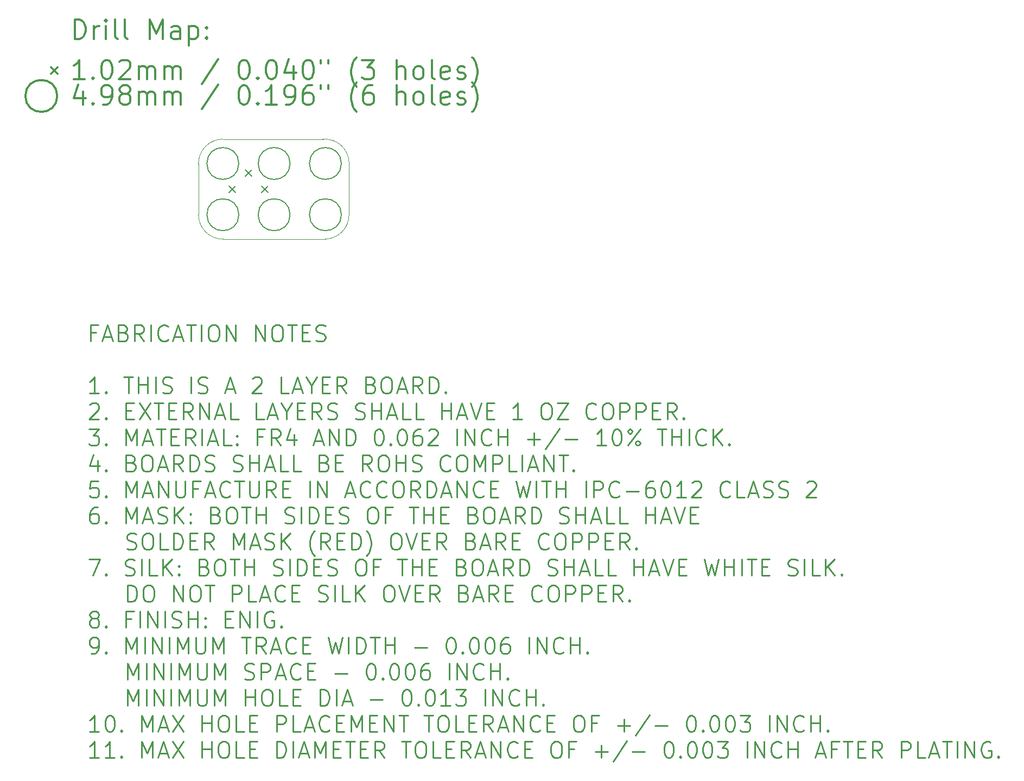
<source format=gbr>
G04 This is an RS-274x file exported by *
G04 gerbv version 2.6.0 *
G04 More information is available about gerbv at *
G04 http://gerbv.gpleda.org/ *
G04 --End of header info--*
%MOIN*%
%FSLAX34Y34*%
%IPPOS*%
G04 --Define apertures--*
%ADD10C,0.0050*%
%ADD11C,0.0079*%
%ADD12C,0.0118*%
%ADD13C,0.0138*%
%ADD14C,0.0016*%
%ADD15C,0.0100*%
G04 --Start main section--*
G54D11*
G01X0010546Y-010865D02*
G01X0010946Y-011265D01*
G01X0010946Y-010865D02*
G01X0010546Y-011265D01*
G01X0011546Y-009870D02*
G01X0011946Y-010270D01*
G01X0011946Y-009870D02*
G01X0011546Y-010270D01*
G01X0012546Y-010865D02*
G01X0012946Y-011265D01*
G01X0012946Y-010865D02*
G01X0012546Y-011265D01*
G01X0011151Y-009490D02*
G75*
G03X0011151Y-009490I-000980J0000000D01*
G01X0011151Y-012640D02*
G75*
G03X0011151Y-012640I-000980J0000000D01*
G01X0014301Y-009490D02*
G75*
G03X0014301Y-009490I-000980J0000000D01*
G01X0014301Y-012640D02*
G75*
G03X0014301Y-012640I-000980J0000000D01*
G01X0017450Y-009490D02*
G75*
G03X0017450Y-009490I-000980J0000000D01*
G01X0017450Y-012640D02*
G75*
G03X0017450Y-012640I-000980J0000000D01*
G54D12*
G01X0001069Y-001834D02*
G01X0001069Y-000652D01*
G01X0001069Y-000652D02*
G01X0001350Y-000652D01*
G01X0001350Y-000652D02*
G01X0001519Y-000709D01*
G01X0001519Y-000709D02*
G01X0001631Y-000821D01*
G01X0001631Y-000821D02*
G01X0001687Y-000934D01*
G01X0001687Y-000934D02*
G01X0001744Y-001159D01*
G01X0001744Y-001159D02*
G01X0001744Y-001327D01*
G01X0001744Y-001327D02*
G01X0001687Y-001552D01*
G01X0001687Y-001552D02*
G01X0001631Y-001665D01*
G01X0001631Y-001665D02*
G01X0001519Y-001777D01*
G01X0001519Y-001777D02*
G01X0001350Y-001834D01*
G01X0001350Y-001834D02*
G01X0001069Y-001834D01*
G01X0002250Y-001834D02*
G01X0002250Y-001046D01*
G01X0002250Y-001271D02*
G01X0002306Y-001159D01*
G01X0002306Y-001159D02*
G01X0002362Y-001102D01*
G01X0002362Y-001102D02*
G01X0002475Y-001046D01*
G01X0002475Y-001046D02*
G01X0002587Y-001046D01*
G01X0002981Y-001834D02*
G01X0002981Y-001046D01*
G01X0002981Y-000652D02*
G01X0002925Y-000709D01*
G01X0002925Y-000709D02*
G01X0002981Y-000765D01*
G01X0002981Y-000765D02*
G01X0003037Y-000709D01*
G01X0003037Y-000709D02*
G01X0002981Y-000652D01*
G01X0002981Y-000652D02*
G01X0002981Y-000765D01*
G01X0003712Y-001834D02*
G01X0003600Y-001777D01*
G01X0003600Y-001777D02*
G01X0003543Y-001665D01*
G01X0003543Y-001665D02*
G01X0003543Y-000652D01*
G01X0004331Y-001834D02*
G01X0004218Y-001777D01*
G01X0004218Y-001777D02*
G01X0004162Y-001665D01*
G01X0004162Y-001665D02*
G01X0004162Y-000652D01*
G01X0005681Y-001834D02*
G01X0005681Y-000652D01*
G01X0005681Y-000652D02*
G01X0006074Y-001496D01*
G01X0006074Y-001496D02*
G01X0006468Y-000652D01*
G01X0006468Y-000652D02*
G01X0006468Y-001834D01*
G01X0007537Y-001834D02*
G01X0007537Y-001215D01*
G01X0007537Y-001215D02*
G01X0007480Y-001102D01*
G01X0007480Y-001102D02*
G01X0007368Y-001046D01*
G01X0007368Y-001046D02*
G01X0007143Y-001046D01*
G01X0007143Y-001046D02*
G01X0007030Y-001102D01*
G01X0007537Y-001777D02*
G01X0007424Y-001834D01*
G01X0007424Y-001834D02*
G01X0007143Y-001834D01*
G01X0007143Y-001834D02*
G01X0007030Y-001777D01*
G01X0007030Y-001777D02*
G01X0006974Y-001665D01*
G01X0006974Y-001665D02*
G01X0006974Y-001552D01*
G01X0006974Y-001552D02*
G01X0007030Y-001440D01*
G01X0007030Y-001440D02*
G01X0007143Y-001384D01*
G01X0007143Y-001384D02*
G01X0007424Y-001384D01*
G01X0007424Y-001384D02*
G01X0007537Y-001327D01*
G01X0008099Y-001046D02*
G01X0008099Y-002227D01*
G01X0008099Y-001102D02*
G01X0008211Y-001046D01*
G01X0008211Y-001046D02*
G01X0008436Y-001046D01*
G01X0008436Y-001046D02*
G01X0008549Y-001102D01*
G01X0008549Y-001102D02*
G01X0008605Y-001159D01*
G01X0008605Y-001159D02*
G01X0008661Y-001271D01*
G01X0008661Y-001271D02*
G01X0008661Y-001609D01*
G01X0008661Y-001609D02*
G01X0008605Y-001721D01*
G01X0008605Y-001721D02*
G01X0008549Y-001777D01*
G01X0008549Y-001777D02*
G01X0008436Y-001834D01*
G01X0008436Y-001834D02*
G01X0008211Y-001834D01*
G01X0008211Y-001834D02*
G01X0008099Y-001777D01*
G01X0009168Y-001721D02*
G01X0009224Y-001777D01*
G01X0009224Y-001777D02*
G01X0009168Y-001834D01*
G01X0009168Y-001834D02*
G01X0009111Y-001777D01*
G01X0009111Y-001777D02*
G01X0009168Y-001721D01*
G01X0009168Y-001721D02*
G01X0009168Y-001834D01*
G01X0009168Y-001102D02*
G01X0009224Y-001159D01*
G01X0009224Y-001159D02*
G01X0009168Y-001215D01*
G01X0009168Y-001215D02*
G01X0009111Y-001159D01*
G01X0009111Y-001159D02*
G01X0009168Y-001102D01*
G01X0009168Y-001102D02*
G01X0009168Y-001215D01*
G01X-000400Y-003580D02*
G01X0000000Y-003980D01*
G01X0000000Y-003580D02*
G01X-000400Y-003980D01*
G01X0001687Y-004314D02*
G01X0001012Y-004314D01*
G01X0001350Y-004314D02*
G01X0001350Y-003133D01*
G01X0001350Y-003133D02*
G01X0001237Y-003301D01*
G01X0001237Y-003301D02*
G01X0001125Y-003414D01*
G01X0001125Y-003414D02*
G01X0001012Y-003470D01*
G01X0002193Y-004201D02*
G01X0002250Y-004258D01*
G01X0002250Y-004258D02*
G01X0002193Y-004314D01*
G01X0002193Y-004314D02*
G01X0002137Y-004258D01*
G01X0002137Y-004258D02*
G01X0002193Y-004201D01*
G01X0002193Y-004201D02*
G01X0002193Y-004314D01*
G01X0002981Y-003133D02*
G01X0003093Y-003133D01*
G01X0003093Y-003133D02*
G01X0003206Y-003189D01*
G01X0003206Y-003189D02*
G01X0003262Y-003245D01*
G01X0003262Y-003245D02*
G01X0003318Y-003358D01*
G01X0003318Y-003358D02*
G01X0003375Y-003583D01*
G01X0003375Y-003583D02*
G01X0003375Y-003864D01*
G01X0003375Y-003864D02*
G01X0003318Y-004089D01*
G01X0003318Y-004089D02*
G01X0003262Y-004201D01*
G01X0003262Y-004201D02*
G01X0003206Y-004258D01*
G01X0003206Y-004258D02*
G01X0003093Y-004314D01*
G01X0003093Y-004314D02*
G01X0002981Y-004314D01*
G01X0002981Y-004314D02*
G01X0002868Y-004258D01*
G01X0002868Y-004258D02*
G01X0002812Y-004201D01*
G01X0002812Y-004201D02*
G01X0002756Y-004089D01*
G01X0002756Y-004089D02*
G01X0002700Y-003864D01*
G01X0002700Y-003864D02*
G01X0002700Y-003583D01*
G01X0002700Y-003583D02*
G01X0002756Y-003358D01*
G01X0002756Y-003358D02*
G01X0002812Y-003245D01*
G01X0002812Y-003245D02*
G01X0002868Y-003189D01*
G01X0002868Y-003189D02*
G01X0002981Y-003133D01*
G01X0003825Y-003245D02*
G01X0003881Y-003189D01*
G01X0003881Y-003189D02*
G01X0003993Y-003133D01*
G01X0003993Y-003133D02*
G01X0004274Y-003133D01*
G01X0004274Y-003133D02*
G01X0004387Y-003189D01*
G01X0004387Y-003189D02*
G01X0004443Y-003245D01*
G01X0004443Y-003245D02*
G01X0004499Y-003358D01*
G01X0004499Y-003358D02*
G01X0004499Y-003470D01*
G01X0004499Y-003470D02*
G01X0004443Y-003639D01*
G01X0004443Y-003639D02*
G01X0003768Y-004314D01*
G01X0003768Y-004314D02*
G01X0004499Y-004314D01*
G01X0005006Y-004314D02*
G01X0005006Y-003526D01*
G01X0005006Y-003639D02*
G01X0005062Y-003583D01*
G01X0005062Y-003583D02*
G01X0005174Y-003526D01*
G01X0005174Y-003526D02*
G01X0005343Y-003526D01*
G01X0005343Y-003526D02*
G01X0005456Y-003583D01*
G01X0005456Y-003583D02*
G01X0005512Y-003695D01*
G01X0005512Y-003695D02*
G01X0005512Y-004314D01*
G01X0005512Y-003695D02*
G01X0005568Y-003583D01*
G01X0005568Y-003583D02*
G01X0005681Y-003526D01*
G01X0005681Y-003526D02*
G01X0005849Y-003526D01*
G01X0005849Y-003526D02*
G01X0005962Y-003583D01*
G01X0005962Y-003583D02*
G01X0006018Y-003695D01*
G01X0006018Y-003695D02*
G01X0006018Y-004314D01*
G01X0006580Y-004314D02*
G01X0006580Y-003526D01*
G01X0006580Y-003639D02*
G01X0006637Y-003583D01*
G01X0006637Y-003583D02*
G01X0006749Y-003526D01*
G01X0006749Y-003526D02*
G01X0006918Y-003526D01*
G01X0006918Y-003526D02*
G01X0007030Y-003583D01*
G01X0007030Y-003583D02*
G01X0007087Y-003695D01*
G01X0007087Y-003695D02*
G01X0007087Y-004314D01*
G01X0007087Y-003695D02*
G01X0007143Y-003583D01*
G01X0007143Y-003583D02*
G01X0007255Y-003526D01*
G01X0007255Y-003526D02*
G01X0007424Y-003526D01*
G01X0007424Y-003526D02*
G01X0007537Y-003583D01*
G01X0007537Y-003583D02*
G01X0007593Y-003695D01*
G01X0007593Y-003695D02*
G01X0007593Y-004314D01*
G01X0009899Y-003076D02*
G01X0008886Y-004595D01*
G01X0011417Y-003133D02*
G01X0011530Y-003133D01*
G01X0011530Y-003133D02*
G01X0011642Y-003189D01*
G01X0011642Y-003189D02*
G01X0011699Y-003245D01*
G01X0011699Y-003245D02*
G01X0011755Y-003358D01*
G01X0011755Y-003358D02*
G01X0011811Y-003583D01*
G01X0011811Y-003583D02*
G01X0011811Y-003864D01*
G01X0011811Y-003864D02*
G01X0011755Y-004089D01*
G01X0011755Y-004089D02*
G01X0011699Y-004201D01*
G01X0011699Y-004201D02*
G01X0011642Y-004258D01*
G01X0011642Y-004258D02*
G01X0011530Y-004314D01*
G01X0011530Y-004314D02*
G01X0011417Y-004314D01*
G01X0011417Y-004314D02*
G01X0011305Y-004258D01*
G01X0011305Y-004258D02*
G01X0011249Y-004201D01*
G01X0011249Y-004201D02*
G01X0011192Y-004089D01*
G01X0011192Y-004089D02*
G01X0011136Y-003864D01*
G01X0011136Y-003864D02*
G01X0011136Y-003583D01*
G01X0011136Y-003583D02*
G01X0011192Y-003358D01*
G01X0011192Y-003358D02*
G01X0011249Y-003245D01*
G01X0011249Y-003245D02*
G01X0011305Y-003189D01*
G01X0011305Y-003189D02*
G01X0011417Y-003133D01*
G01X0012317Y-004201D02*
G01X0012373Y-004258D01*
G01X0012373Y-004258D02*
G01X0012317Y-004314D01*
G01X0012317Y-004314D02*
G01X0012261Y-004258D01*
G01X0012261Y-004258D02*
G01X0012317Y-004201D01*
G01X0012317Y-004201D02*
G01X0012317Y-004314D01*
G01X0013105Y-003133D02*
G01X0013217Y-003133D01*
G01X0013217Y-003133D02*
G01X0013330Y-003189D01*
G01X0013330Y-003189D02*
G01X0013386Y-003245D01*
G01X0013386Y-003245D02*
G01X0013442Y-003358D01*
G01X0013442Y-003358D02*
G01X0013498Y-003583D01*
G01X0013498Y-003583D02*
G01X0013498Y-003864D01*
G01X0013498Y-003864D02*
G01X0013442Y-004089D01*
G01X0013442Y-004089D02*
G01X0013386Y-004201D01*
G01X0013386Y-004201D02*
G01X0013330Y-004258D01*
G01X0013330Y-004258D02*
G01X0013217Y-004314D01*
G01X0013217Y-004314D02*
G01X0013105Y-004314D01*
G01X0013105Y-004314D02*
G01X0012992Y-004258D01*
G01X0012992Y-004258D02*
G01X0012936Y-004201D01*
G01X0012936Y-004201D02*
G01X0012880Y-004089D01*
G01X0012880Y-004089D02*
G01X0012823Y-003864D01*
G01X0012823Y-003864D02*
G01X0012823Y-003583D01*
G01X0012823Y-003583D02*
G01X0012880Y-003358D01*
G01X0012880Y-003358D02*
G01X0012936Y-003245D01*
G01X0012936Y-003245D02*
G01X0012992Y-003189D01*
G01X0012992Y-003189D02*
G01X0013105Y-003133D01*
G01X0014511Y-003526D02*
G01X0014511Y-004314D01*
G01X0014229Y-003076D02*
G01X0013948Y-003920D01*
G01X0013948Y-003920D02*
G01X0014679Y-003920D01*
G01X0015354Y-003133D02*
G01X0015467Y-003133D01*
G01X0015467Y-003133D02*
G01X0015579Y-003189D01*
G01X0015579Y-003189D02*
G01X0015636Y-003245D01*
G01X0015636Y-003245D02*
G01X0015692Y-003358D01*
G01X0015692Y-003358D02*
G01X0015748Y-003583D01*
G01X0015748Y-003583D02*
G01X0015748Y-003864D01*
G01X0015748Y-003864D02*
G01X0015692Y-004089D01*
G01X0015692Y-004089D02*
G01X0015636Y-004201D01*
G01X0015636Y-004201D02*
G01X0015579Y-004258D01*
G01X0015579Y-004258D02*
G01X0015467Y-004314D01*
G01X0015467Y-004314D02*
G01X0015354Y-004314D01*
G01X0015354Y-004314D02*
G01X0015242Y-004258D01*
G01X0015242Y-004258D02*
G01X0015186Y-004201D01*
G01X0015186Y-004201D02*
G01X0015129Y-004089D01*
G01X0015129Y-004089D02*
G01X0015073Y-003864D01*
G01X0015073Y-003864D02*
G01X0015073Y-003583D01*
G01X0015073Y-003583D02*
G01X0015129Y-003358D01*
G01X0015129Y-003358D02*
G01X0015186Y-003245D01*
G01X0015186Y-003245D02*
G01X0015242Y-003189D01*
G01X0015242Y-003189D02*
G01X0015354Y-003133D01*
G01X0016198Y-003133D02*
G01X0016198Y-003358D01*
G01X0016648Y-003133D02*
G01X0016648Y-003358D01*
G01X0018391Y-004764D02*
G01X0018335Y-004708D01*
G01X0018335Y-004708D02*
G01X0018223Y-004539D01*
G01X0018223Y-004539D02*
G01X0018166Y-004426D01*
G01X0018166Y-004426D02*
G01X0018110Y-004258D01*
G01X0018110Y-004258D02*
G01X0018054Y-003976D01*
G01X0018054Y-003976D02*
G01X0018054Y-003751D01*
G01X0018054Y-003751D02*
G01X0018110Y-003470D01*
G01X0018110Y-003470D02*
G01X0018166Y-003301D01*
G01X0018166Y-003301D02*
G01X0018223Y-003189D01*
G01X0018223Y-003189D02*
G01X0018335Y-003020D01*
G01X0018335Y-003020D02*
G01X0018391Y-002964D01*
G01X0018729Y-003133D02*
G01X0019460Y-003133D01*
G01X0019460Y-003133D02*
G01X0019066Y-003583D01*
G01X0019066Y-003583D02*
G01X0019235Y-003583D01*
G01X0019235Y-003583D02*
G01X0019348Y-003639D01*
G01X0019348Y-003639D02*
G01X0019404Y-003695D01*
G01X0019404Y-003695D02*
G01X0019460Y-003808D01*
G01X0019460Y-003808D02*
G01X0019460Y-004089D01*
G01X0019460Y-004089D02*
G01X0019404Y-004201D01*
G01X0019404Y-004201D02*
G01X0019348Y-004258D01*
G01X0019348Y-004258D02*
G01X0019235Y-004314D01*
G01X0019235Y-004314D02*
G01X0018898Y-004314D01*
G01X0018898Y-004314D02*
G01X0018785Y-004258D01*
G01X0018785Y-004258D02*
G01X0018729Y-004201D01*
G01X0020866Y-004314D02*
G01X0020866Y-003133D01*
G01X0021372Y-004314D02*
G01X0021372Y-003695D01*
G01X0021372Y-003695D02*
G01X0021316Y-003583D01*
G01X0021316Y-003583D02*
G01X0021204Y-003526D01*
G01X0021204Y-003526D02*
G01X0021035Y-003526D01*
G01X0021035Y-003526D02*
G01X0020922Y-003583D01*
G01X0020922Y-003583D02*
G01X0020866Y-003639D01*
G01X0022103Y-004314D02*
G01X0021991Y-004258D01*
G01X0021991Y-004258D02*
G01X0021935Y-004201D01*
G01X0021935Y-004201D02*
G01X0021879Y-004089D01*
G01X0021879Y-004089D02*
G01X0021879Y-003751D01*
G01X0021879Y-003751D02*
G01X0021935Y-003639D01*
G01X0021935Y-003639D02*
G01X0021991Y-003583D01*
G01X0021991Y-003583D02*
G01X0022103Y-003526D01*
G01X0022103Y-003526D02*
G01X0022272Y-003526D01*
G01X0022272Y-003526D02*
G01X0022385Y-003583D01*
G01X0022385Y-003583D02*
G01X0022441Y-003639D01*
G01X0022441Y-003639D02*
G01X0022497Y-003751D01*
G01X0022497Y-003751D02*
G01X0022497Y-004089D01*
G01X0022497Y-004089D02*
G01X0022441Y-004201D01*
G01X0022441Y-004201D02*
G01X0022385Y-004258D01*
G01X0022385Y-004258D02*
G01X0022272Y-004314D01*
G01X0022272Y-004314D02*
G01X0022103Y-004314D01*
G01X0023172Y-004314D02*
G01X0023060Y-004258D01*
G01X0023060Y-004258D02*
G01X0023003Y-004145D01*
G01X0023003Y-004145D02*
G01X0023003Y-003133D01*
G01X0024072Y-004258D02*
G01X0023960Y-004314D01*
G01X0023960Y-004314D02*
G01X0023735Y-004314D01*
G01X0023735Y-004314D02*
G01X0023622Y-004258D01*
G01X0023622Y-004258D02*
G01X0023566Y-004145D01*
G01X0023566Y-004145D02*
G01X0023566Y-003695D01*
G01X0023566Y-003695D02*
G01X0023622Y-003583D01*
G01X0023622Y-003583D02*
G01X0023735Y-003526D01*
G01X0023735Y-003526D02*
G01X0023960Y-003526D01*
G01X0023960Y-003526D02*
G01X0024072Y-003583D01*
G01X0024072Y-003583D02*
G01X0024128Y-003695D01*
G01X0024128Y-003695D02*
G01X0024128Y-003808D01*
G01X0024128Y-003808D02*
G01X0023566Y-003920D01*
G01X0024578Y-004258D02*
G01X0024691Y-004314D01*
G01X0024691Y-004314D02*
G01X0024916Y-004314D01*
G01X0024916Y-004314D02*
G01X0025028Y-004258D01*
G01X0025028Y-004258D02*
G01X0025084Y-004145D01*
G01X0025084Y-004145D02*
G01X0025084Y-004089D01*
G01X0025084Y-004089D02*
G01X0025028Y-003976D01*
G01X0025028Y-003976D02*
G01X0024916Y-003920D01*
G01X0024916Y-003920D02*
G01X0024747Y-003920D01*
G01X0024747Y-003920D02*
G01X0024634Y-003864D01*
G01X0024634Y-003864D02*
G01X0024578Y-003751D01*
G01X0024578Y-003751D02*
G01X0024578Y-003695D01*
G01X0024578Y-003695D02*
G01X0024634Y-003583D01*
G01X0024634Y-003583D02*
G01X0024747Y-003526D01*
G01X0024747Y-003526D02*
G01X0024916Y-003526D01*
G01X0024916Y-003526D02*
G01X0025028Y-003583D01*
G01X0025478Y-004764D02*
G01X0025534Y-004708D01*
G01X0025534Y-004708D02*
G01X0025647Y-004539D01*
G01X0025647Y-004539D02*
G01X0025703Y-004426D01*
G01X0025703Y-004426D02*
G01X0025759Y-004258D01*
G01X0025759Y-004258D02*
G01X0025816Y-003976D01*
G01X0025816Y-003976D02*
G01X0025816Y-003751D01*
G01X0025816Y-003751D02*
G01X0025759Y-003470D01*
G01X0025759Y-003470D02*
G01X0025703Y-003301D01*
G01X0025703Y-003301D02*
G01X0025647Y-003189D01*
G01X0025647Y-003189D02*
G01X0025534Y-003020D01*
G01X0025534Y-003020D02*
G01X0025478Y-002964D01*
G01X0000000Y-005339D02*
G75*
G03X0000000Y-005339I-000980J0000000D01*
G01X0001575Y-005085D02*
G01X0001575Y-005873D01*
G01X0001294Y-004636D02*
G01X0001012Y-005479D01*
G01X0001012Y-005479D02*
G01X0001744Y-005479D01*
G01X0002193Y-005760D02*
G01X0002250Y-005817D01*
G01X0002250Y-005817D02*
G01X0002193Y-005873D01*
G01X0002193Y-005873D02*
G01X0002137Y-005817D01*
G01X0002137Y-005817D02*
G01X0002193Y-005760D01*
G01X0002193Y-005760D02*
G01X0002193Y-005873D01*
G01X0002812Y-005873D02*
G01X0003037Y-005873D01*
G01X0003037Y-005873D02*
G01X0003150Y-005817D01*
G01X0003150Y-005817D02*
G01X0003206Y-005760D01*
G01X0003206Y-005760D02*
G01X0003318Y-005592D01*
G01X0003318Y-005592D02*
G01X0003375Y-005367D01*
G01X0003375Y-005367D02*
G01X0003375Y-004917D01*
G01X0003375Y-004917D02*
G01X0003318Y-004804D01*
G01X0003318Y-004804D02*
G01X0003262Y-004748D01*
G01X0003262Y-004748D02*
G01X0003150Y-004692D01*
G01X0003150Y-004692D02*
G01X0002925Y-004692D01*
G01X0002925Y-004692D02*
G01X0002812Y-004748D01*
G01X0002812Y-004748D02*
G01X0002756Y-004804D01*
G01X0002756Y-004804D02*
G01X0002700Y-004917D01*
G01X0002700Y-004917D02*
G01X0002700Y-005198D01*
G01X0002700Y-005198D02*
G01X0002756Y-005310D01*
G01X0002756Y-005310D02*
G01X0002812Y-005367D01*
G01X0002812Y-005367D02*
G01X0002925Y-005423D01*
G01X0002925Y-005423D02*
G01X0003150Y-005423D01*
G01X0003150Y-005423D02*
G01X0003262Y-005367D01*
G01X0003262Y-005367D02*
G01X0003318Y-005310D01*
G01X0003318Y-005310D02*
G01X0003375Y-005198D01*
G01X0004049Y-005198D02*
G01X0003937Y-005142D01*
G01X0003937Y-005142D02*
G01X0003881Y-005085D01*
G01X0003881Y-005085D02*
G01X0003825Y-004973D01*
G01X0003825Y-004973D02*
G01X0003825Y-004917D01*
G01X0003825Y-004917D02*
G01X0003881Y-004804D01*
G01X0003881Y-004804D02*
G01X0003937Y-004748D01*
G01X0003937Y-004748D02*
G01X0004049Y-004692D01*
G01X0004049Y-004692D02*
G01X0004274Y-004692D01*
G01X0004274Y-004692D02*
G01X0004387Y-004748D01*
G01X0004387Y-004748D02*
G01X0004443Y-004804D01*
G01X0004443Y-004804D02*
G01X0004499Y-004917D01*
G01X0004499Y-004917D02*
G01X0004499Y-004973D01*
G01X0004499Y-004973D02*
G01X0004443Y-005085D01*
G01X0004443Y-005085D02*
G01X0004387Y-005142D01*
G01X0004387Y-005142D02*
G01X0004274Y-005198D01*
G01X0004274Y-005198D02*
G01X0004049Y-005198D01*
G01X0004049Y-005198D02*
G01X0003937Y-005254D01*
G01X0003937Y-005254D02*
G01X0003881Y-005310D01*
G01X0003881Y-005310D02*
G01X0003825Y-005423D01*
G01X0003825Y-005423D02*
G01X0003825Y-005648D01*
G01X0003825Y-005648D02*
G01X0003881Y-005760D01*
G01X0003881Y-005760D02*
G01X0003937Y-005817D01*
G01X0003937Y-005817D02*
G01X0004049Y-005873D01*
G01X0004049Y-005873D02*
G01X0004274Y-005873D01*
G01X0004274Y-005873D02*
G01X0004387Y-005817D01*
G01X0004387Y-005817D02*
G01X0004443Y-005760D01*
G01X0004443Y-005760D02*
G01X0004499Y-005648D01*
G01X0004499Y-005648D02*
G01X0004499Y-005423D01*
G01X0004499Y-005423D02*
G01X0004443Y-005310D01*
G01X0004443Y-005310D02*
G01X0004387Y-005254D01*
G01X0004387Y-005254D02*
G01X0004274Y-005198D01*
G01X0005006Y-005873D02*
G01X0005006Y-005085D01*
G01X0005006Y-005198D02*
G01X0005062Y-005142D01*
G01X0005062Y-005142D02*
G01X0005174Y-005085D01*
G01X0005174Y-005085D02*
G01X0005343Y-005085D01*
G01X0005343Y-005085D02*
G01X0005456Y-005142D01*
G01X0005456Y-005142D02*
G01X0005512Y-005254D01*
G01X0005512Y-005254D02*
G01X0005512Y-005873D01*
G01X0005512Y-005254D02*
G01X0005568Y-005142D01*
G01X0005568Y-005142D02*
G01X0005681Y-005085D01*
G01X0005681Y-005085D02*
G01X0005849Y-005085D01*
G01X0005849Y-005085D02*
G01X0005962Y-005142D01*
G01X0005962Y-005142D02*
G01X0006018Y-005254D01*
G01X0006018Y-005254D02*
G01X0006018Y-005873D01*
G01X0006580Y-005873D02*
G01X0006580Y-005085D01*
G01X0006580Y-005198D02*
G01X0006637Y-005142D01*
G01X0006637Y-005142D02*
G01X0006749Y-005085D01*
G01X0006749Y-005085D02*
G01X0006918Y-005085D01*
G01X0006918Y-005085D02*
G01X0007030Y-005142D01*
G01X0007030Y-005142D02*
G01X0007087Y-005254D01*
G01X0007087Y-005254D02*
G01X0007087Y-005873D01*
G01X0007087Y-005254D02*
G01X0007143Y-005142D01*
G01X0007143Y-005142D02*
G01X0007255Y-005085D01*
G01X0007255Y-005085D02*
G01X0007424Y-005085D01*
G01X0007424Y-005085D02*
G01X0007537Y-005142D01*
G01X0007537Y-005142D02*
G01X0007593Y-005254D01*
G01X0007593Y-005254D02*
G01X0007593Y-005873D01*
G01X0009899Y-004636D02*
G01X0008886Y-006154D01*
G01X0011417Y-004692D02*
G01X0011530Y-004692D01*
G01X0011530Y-004692D02*
G01X0011642Y-004748D01*
G01X0011642Y-004748D02*
G01X0011699Y-004804D01*
G01X0011699Y-004804D02*
G01X0011755Y-004917D01*
G01X0011755Y-004917D02*
G01X0011811Y-005142D01*
G01X0011811Y-005142D02*
G01X0011811Y-005423D01*
G01X0011811Y-005423D02*
G01X0011755Y-005648D01*
G01X0011755Y-005648D02*
G01X0011699Y-005760D01*
G01X0011699Y-005760D02*
G01X0011642Y-005817D01*
G01X0011642Y-005817D02*
G01X0011530Y-005873D01*
G01X0011530Y-005873D02*
G01X0011417Y-005873D01*
G01X0011417Y-005873D02*
G01X0011305Y-005817D01*
G01X0011305Y-005817D02*
G01X0011249Y-005760D01*
G01X0011249Y-005760D02*
G01X0011192Y-005648D01*
G01X0011192Y-005648D02*
G01X0011136Y-005423D01*
G01X0011136Y-005423D02*
G01X0011136Y-005142D01*
G01X0011136Y-005142D02*
G01X0011192Y-004917D01*
G01X0011192Y-004917D02*
G01X0011249Y-004804D01*
G01X0011249Y-004804D02*
G01X0011305Y-004748D01*
G01X0011305Y-004748D02*
G01X0011417Y-004692D01*
G01X0012317Y-005760D02*
G01X0012373Y-005817D01*
G01X0012373Y-005817D02*
G01X0012317Y-005873D01*
G01X0012317Y-005873D02*
G01X0012261Y-005817D01*
G01X0012261Y-005817D02*
G01X0012317Y-005760D01*
G01X0012317Y-005760D02*
G01X0012317Y-005873D01*
G01X0013498Y-005873D02*
G01X0012823Y-005873D01*
G01X0013161Y-005873D02*
G01X0013161Y-004692D01*
G01X0013161Y-004692D02*
G01X0013048Y-004861D01*
G01X0013048Y-004861D02*
G01X0012936Y-004973D01*
G01X0012936Y-004973D02*
G01X0012823Y-005029D01*
G01X0014061Y-005873D02*
G01X0014286Y-005873D01*
G01X0014286Y-005873D02*
G01X0014398Y-005817D01*
G01X0014398Y-005817D02*
G01X0014454Y-005760D01*
G01X0014454Y-005760D02*
G01X0014567Y-005592D01*
G01X0014567Y-005592D02*
G01X0014623Y-005367D01*
G01X0014623Y-005367D02*
G01X0014623Y-004917D01*
G01X0014623Y-004917D02*
G01X0014567Y-004804D01*
G01X0014567Y-004804D02*
G01X0014511Y-004748D01*
G01X0014511Y-004748D02*
G01X0014398Y-004692D01*
G01X0014398Y-004692D02*
G01X0014173Y-004692D01*
G01X0014173Y-004692D02*
G01X0014061Y-004748D01*
G01X0014061Y-004748D02*
G01X0014005Y-004804D01*
G01X0014005Y-004804D02*
G01X0013948Y-004917D01*
G01X0013948Y-004917D02*
G01X0013948Y-005198D01*
G01X0013948Y-005198D02*
G01X0014005Y-005310D01*
G01X0014005Y-005310D02*
G01X0014061Y-005367D01*
G01X0014061Y-005367D02*
G01X0014173Y-005423D01*
G01X0014173Y-005423D02*
G01X0014398Y-005423D01*
G01X0014398Y-005423D02*
G01X0014511Y-005367D01*
G01X0014511Y-005367D02*
G01X0014567Y-005310D01*
G01X0014567Y-005310D02*
G01X0014623Y-005198D01*
G01X0015636Y-004692D02*
G01X0015411Y-004692D01*
G01X0015411Y-004692D02*
G01X0015298Y-004748D01*
G01X0015298Y-004748D02*
G01X0015242Y-004804D01*
G01X0015242Y-004804D02*
G01X0015129Y-004973D01*
G01X0015129Y-004973D02*
G01X0015073Y-005198D01*
G01X0015073Y-005198D02*
G01X0015073Y-005648D01*
G01X0015073Y-005648D02*
G01X0015129Y-005760D01*
G01X0015129Y-005760D02*
G01X0015186Y-005817D01*
G01X0015186Y-005817D02*
G01X0015298Y-005873D01*
G01X0015298Y-005873D02*
G01X0015523Y-005873D01*
G01X0015523Y-005873D02*
G01X0015636Y-005817D01*
G01X0015636Y-005817D02*
G01X0015692Y-005760D01*
G01X0015692Y-005760D02*
G01X0015748Y-005648D01*
G01X0015748Y-005648D02*
G01X0015748Y-005367D01*
G01X0015748Y-005367D02*
G01X0015692Y-005254D01*
G01X0015692Y-005254D02*
G01X0015636Y-005198D01*
G01X0015636Y-005198D02*
G01X0015523Y-005142D01*
G01X0015523Y-005142D02*
G01X0015298Y-005142D01*
G01X0015298Y-005142D02*
G01X0015186Y-005198D01*
G01X0015186Y-005198D02*
G01X0015129Y-005254D01*
G01X0015129Y-005254D02*
G01X0015073Y-005367D01*
G01X0016198Y-004692D02*
G01X0016198Y-004917D01*
G01X0016648Y-004692D02*
G01X0016648Y-004917D01*
G01X0018391Y-006323D02*
G01X0018335Y-006267D01*
G01X0018335Y-006267D02*
G01X0018223Y-006098D01*
G01X0018223Y-006098D02*
G01X0018166Y-005985D01*
G01X0018166Y-005985D02*
G01X0018110Y-005817D01*
G01X0018110Y-005817D02*
G01X0018054Y-005535D01*
G01X0018054Y-005535D02*
G01X0018054Y-005310D01*
G01X0018054Y-005310D02*
G01X0018110Y-005029D01*
G01X0018110Y-005029D02*
G01X0018166Y-004861D01*
G01X0018166Y-004861D02*
G01X0018223Y-004748D01*
G01X0018223Y-004748D02*
G01X0018335Y-004579D01*
G01X0018335Y-004579D02*
G01X0018391Y-004523D01*
G01X0019348Y-004692D02*
G01X0019123Y-004692D01*
G01X0019123Y-004692D02*
G01X0019010Y-004748D01*
G01X0019010Y-004748D02*
G01X0018954Y-004804D01*
G01X0018954Y-004804D02*
G01X0018841Y-004973D01*
G01X0018841Y-004973D02*
G01X0018785Y-005198D01*
G01X0018785Y-005198D02*
G01X0018785Y-005648D01*
G01X0018785Y-005648D02*
G01X0018841Y-005760D01*
G01X0018841Y-005760D02*
G01X0018898Y-005817D01*
G01X0018898Y-005817D02*
G01X0019010Y-005873D01*
G01X0019010Y-005873D02*
G01X0019235Y-005873D01*
G01X0019235Y-005873D02*
G01X0019348Y-005817D01*
G01X0019348Y-005817D02*
G01X0019404Y-005760D01*
G01X0019404Y-005760D02*
G01X0019460Y-005648D01*
G01X0019460Y-005648D02*
G01X0019460Y-005367D01*
G01X0019460Y-005367D02*
G01X0019404Y-005254D01*
G01X0019404Y-005254D02*
G01X0019348Y-005198D01*
G01X0019348Y-005198D02*
G01X0019235Y-005142D01*
G01X0019235Y-005142D02*
G01X0019010Y-005142D01*
G01X0019010Y-005142D02*
G01X0018898Y-005198D01*
G01X0018898Y-005198D02*
G01X0018841Y-005254D01*
G01X0018841Y-005254D02*
G01X0018785Y-005367D01*
G01X0020866Y-005873D02*
G01X0020866Y-004692D01*
G01X0021372Y-005873D02*
G01X0021372Y-005254D01*
G01X0021372Y-005254D02*
G01X0021316Y-005142D01*
G01X0021316Y-005142D02*
G01X0021204Y-005085D01*
G01X0021204Y-005085D02*
G01X0021035Y-005085D01*
G01X0021035Y-005085D02*
G01X0020922Y-005142D01*
G01X0020922Y-005142D02*
G01X0020866Y-005198D01*
G01X0022103Y-005873D02*
G01X0021991Y-005817D01*
G01X0021991Y-005817D02*
G01X0021935Y-005760D01*
G01X0021935Y-005760D02*
G01X0021879Y-005648D01*
G01X0021879Y-005648D02*
G01X0021879Y-005310D01*
G01X0021879Y-005310D02*
G01X0021935Y-005198D01*
G01X0021935Y-005198D02*
G01X0021991Y-005142D01*
G01X0021991Y-005142D02*
G01X0022103Y-005085D01*
G01X0022103Y-005085D02*
G01X0022272Y-005085D01*
G01X0022272Y-005085D02*
G01X0022385Y-005142D01*
G01X0022385Y-005142D02*
G01X0022441Y-005198D01*
G01X0022441Y-005198D02*
G01X0022497Y-005310D01*
G01X0022497Y-005310D02*
G01X0022497Y-005648D01*
G01X0022497Y-005648D02*
G01X0022441Y-005760D01*
G01X0022441Y-005760D02*
G01X0022385Y-005817D01*
G01X0022385Y-005817D02*
G01X0022272Y-005873D01*
G01X0022272Y-005873D02*
G01X0022103Y-005873D01*
G01X0023172Y-005873D02*
G01X0023060Y-005817D01*
G01X0023060Y-005817D02*
G01X0023003Y-005704D01*
G01X0023003Y-005704D02*
G01X0023003Y-004692D01*
G01X0024072Y-005817D02*
G01X0023960Y-005873D01*
G01X0023960Y-005873D02*
G01X0023735Y-005873D01*
G01X0023735Y-005873D02*
G01X0023622Y-005817D01*
G01X0023622Y-005817D02*
G01X0023566Y-005704D01*
G01X0023566Y-005704D02*
G01X0023566Y-005254D01*
G01X0023566Y-005254D02*
G01X0023622Y-005142D01*
G01X0023622Y-005142D02*
G01X0023735Y-005085D01*
G01X0023735Y-005085D02*
G01X0023960Y-005085D01*
G01X0023960Y-005085D02*
G01X0024072Y-005142D01*
G01X0024072Y-005142D02*
G01X0024128Y-005254D01*
G01X0024128Y-005254D02*
G01X0024128Y-005367D01*
G01X0024128Y-005367D02*
G01X0023566Y-005479D01*
G01X0024578Y-005817D02*
G01X0024691Y-005873D01*
G01X0024691Y-005873D02*
G01X0024916Y-005873D01*
G01X0024916Y-005873D02*
G01X0025028Y-005817D01*
G01X0025028Y-005817D02*
G01X0025084Y-005704D01*
G01X0025084Y-005704D02*
G01X0025084Y-005648D01*
G01X0025084Y-005648D02*
G01X0025028Y-005535D01*
G01X0025028Y-005535D02*
G01X0024916Y-005479D01*
G01X0024916Y-005479D02*
G01X0024747Y-005479D01*
G01X0024747Y-005479D02*
G01X0024634Y-005423D01*
G01X0024634Y-005423D02*
G01X0024578Y-005310D01*
G01X0024578Y-005310D02*
G01X0024578Y-005254D01*
G01X0024578Y-005254D02*
G01X0024634Y-005142D01*
G01X0024634Y-005142D02*
G01X0024747Y-005085D01*
G01X0024747Y-005085D02*
G01X0024916Y-005085D01*
G01X0024916Y-005085D02*
G01X0025028Y-005142D01*
G01X0025478Y-006323D02*
G01X0025534Y-006267D01*
G01X0025534Y-006267D02*
G01X0025647Y-006098D01*
G01X0025647Y-006098D02*
G01X0025703Y-005985D01*
G01X0025703Y-005985D02*
G01X0025759Y-005817D01*
G01X0025759Y-005817D02*
G01X0025816Y-005535D01*
G01X0025816Y-005535D02*
G01X0025816Y-005310D01*
G01X0025816Y-005310D02*
G01X0025759Y-005029D01*
G01X0025759Y-005029D02*
G01X0025703Y-004861D01*
G01X0025703Y-004861D02*
G01X0025647Y-004748D01*
G01X0025647Y-004748D02*
G01X0025534Y-004579D01*
G01X0025534Y-004579D02*
G01X0025478Y-004523D01*
G01X0000000Y0000000D02*
G54D14*
G01X0016470Y-014136D02*
G75*
G03X0017924Y-012601I-000042J0001496D01*
G01X0017927Y-009490D02*
G75*
G03X0016308Y-007994I-001501J0000000D01*
G01X0010171Y-007994D02*
G75*
G03X0008675Y-009530I0000000J-001497D01*
G01X0008674Y-012640D02*
G75*
G03X0010210Y-014136I0001497J0000000D01*
G01X0008675Y-012640D02*
G01X0008675Y-009490D01*
G01X0010171Y-014136D02*
G01X0016470Y-014136D01*
G01X0010171Y-007994D02*
G01X0016352Y-007994D01*
G01X0017927Y-012640D02*
G01X0017927Y-009490D01*
G01X0000000Y0000000D02*
G54D15*
G01X0002371Y-019889D02*
G01X0002038Y-019889D01*
G01X0002038Y-020412D02*
G01X0002038Y-019412D01*
G01X0002038Y-019412D02*
G01X0002514Y-019412D01*
G01X0002848Y-020127D02*
G01X0003324Y-020127D01*
G01X0002752Y-020412D02*
G01X0003086Y-019412D01*
G01X0003086Y-019412D02*
G01X0003419Y-020412D01*
G01X0004086Y-019889D02*
G01X0004229Y-019936D01*
G01X0004229Y-019936D02*
G01X0004276Y-019984D01*
G01X0004276Y-019984D02*
G01X0004324Y-020079D01*
G01X0004324Y-020079D02*
G01X0004324Y-020222D01*
G01X0004324Y-020222D02*
G01X0004276Y-020317D01*
G01X0004276Y-020317D02*
G01X0004229Y-020365D01*
G01X0004229Y-020365D02*
G01X0004133Y-020412D01*
G01X0004133Y-020412D02*
G01X0003752Y-020412D01*
G01X0003752Y-020412D02*
G01X0003752Y-019412D01*
G01X0003752Y-019412D02*
G01X0004086Y-019412D01*
G01X0004086Y-019412D02*
G01X0004181Y-019460D01*
G01X0004181Y-019460D02*
G01X0004229Y-019508D01*
G01X0004229Y-019508D02*
G01X0004276Y-019603D01*
G01X0004276Y-019603D02*
G01X0004276Y-019698D01*
G01X0004276Y-019698D02*
G01X0004229Y-019793D01*
G01X0004229Y-019793D02*
G01X0004181Y-019841D01*
G01X0004181Y-019841D02*
G01X0004086Y-019889D01*
G01X0004086Y-019889D02*
G01X0003752Y-019889D01*
G01X0005324Y-020412D02*
G01X0004990Y-019936D01*
G01X0004752Y-020412D02*
G01X0004752Y-019412D01*
G01X0004752Y-019412D02*
G01X0005133Y-019412D01*
G01X0005133Y-019412D02*
G01X0005229Y-019460D01*
G01X0005229Y-019460D02*
G01X0005276Y-019508D01*
G01X0005276Y-019508D02*
G01X0005324Y-019603D01*
G01X0005324Y-019603D02*
G01X0005324Y-019746D01*
G01X0005324Y-019746D02*
G01X0005276Y-019841D01*
G01X0005276Y-019841D02*
G01X0005229Y-019889D01*
G01X0005229Y-019889D02*
G01X0005133Y-019936D01*
G01X0005133Y-019936D02*
G01X0004752Y-019936D01*
G01X0005752Y-020412D02*
G01X0005752Y-019412D01*
G01X0006800Y-020317D02*
G01X0006752Y-020365D01*
G01X0006752Y-020365D02*
G01X0006610Y-020412D01*
G01X0006610Y-020412D02*
G01X0006514Y-020412D01*
G01X0006514Y-020412D02*
G01X0006371Y-020365D01*
G01X0006371Y-020365D02*
G01X0006276Y-020270D01*
G01X0006276Y-020270D02*
G01X0006229Y-020174D01*
G01X0006229Y-020174D02*
G01X0006181Y-019984D01*
G01X0006181Y-019984D02*
G01X0006181Y-019841D01*
G01X0006181Y-019841D02*
G01X0006229Y-019650D01*
G01X0006229Y-019650D02*
G01X0006276Y-019555D01*
G01X0006276Y-019555D02*
G01X0006371Y-019460D01*
G01X0006371Y-019460D02*
G01X0006514Y-019412D01*
G01X0006514Y-019412D02*
G01X0006610Y-019412D01*
G01X0006610Y-019412D02*
G01X0006752Y-019460D01*
G01X0006752Y-019460D02*
G01X0006800Y-019508D01*
G01X0007181Y-020127D02*
G01X0007657Y-020127D01*
G01X0007086Y-020412D02*
G01X0007419Y-019412D01*
G01X0007419Y-019412D02*
G01X0007752Y-020412D01*
G01X0007943Y-019412D02*
G01X0008514Y-019412D01*
G01X0008229Y-020412D02*
G01X0008229Y-019412D01*
G01X0008848Y-020412D02*
G01X0008848Y-019412D01*
G01X0009514Y-019412D02*
G01X0009705Y-019412D01*
G01X0009705Y-019412D02*
G01X0009800Y-019460D01*
G01X0009800Y-019460D02*
G01X0009895Y-019555D01*
G01X0009895Y-019555D02*
G01X0009943Y-019746D01*
G01X0009943Y-019746D02*
G01X0009943Y-020079D01*
G01X0009943Y-020079D02*
G01X0009895Y-020270D01*
G01X0009895Y-020270D02*
G01X0009800Y-020365D01*
G01X0009800Y-020365D02*
G01X0009705Y-020412D01*
G01X0009705Y-020412D02*
G01X0009514Y-020412D01*
G01X0009514Y-020412D02*
G01X0009419Y-020365D01*
G01X0009419Y-020365D02*
G01X0009324Y-020270D01*
G01X0009324Y-020270D02*
G01X0009276Y-020079D01*
G01X0009276Y-020079D02*
G01X0009276Y-019746D01*
G01X0009276Y-019746D02*
G01X0009324Y-019555D01*
G01X0009324Y-019555D02*
G01X0009419Y-019460D01*
G01X0009419Y-019460D02*
G01X0009514Y-019412D01*
G01X0010371Y-020412D02*
G01X0010371Y-019412D01*
G01X0010371Y-019412D02*
G01X0010943Y-020412D01*
G01X0010943Y-020412D02*
G01X0010943Y-019412D01*
G01X0012181Y-020412D02*
G01X0012181Y-019412D01*
G01X0012181Y-019412D02*
G01X0012752Y-020412D01*
G01X0012752Y-020412D02*
G01X0012752Y-019412D01*
G01X0013419Y-019412D02*
G01X0013610Y-019412D01*
G01X0013610Y-019412D02*
G01X0013705Y-019460D01*
G01X0013705Y-019460D02*
G01X0013800Y-019555D01*
G01X0013800Y-019555D02*
G01X0013848Y-019746D01*
G01X0013848Y-019746D02*
G01X0013848Y-020079D01*
G01X0013848Y-020079D02*
G01X0013800Y-020270D01*
G01X0013800Y-020270D02*
G01X0013705Y-020365D01*
G01X0013705Y-020365D02*
G01X0013610Y-020412D01*
G01X0013610Y-020412D02*
G01X0013419Y-020412D01*
G01X0013419Y-020412D02*
G01X0013324Y-020365D01*
G01X0013324Y-020365D02*
G01X0013229Y-020270D01*
G01X0013229Y-020270D02*
G01X0013181Y-020079D01*
G01X0013181Y-020079D02*
G01X0013181Y-019746D01*
G01X0013181Y-019746D02*
G01X0013229Y-019555D01*
G01X0013229Y-019555D02*
G01X0013324Y-019460D01*
G01X0013324Y-019460D02*
G01X0013419Y-019412D01*
G01X0014133Y-019412D02*
G01X0014705Y-019412D01*
G01X0014419Y-020412D02*
G01X0014419Y-019412D01*
G01X0015038Y-019889D02*
G01X0015371Y-019889D01*
G01X0015514Y-020412D02*
G01X0015038Y-020412D01*
G01X0015038Y-020412D02*
G01X0015038Y-019412D01*
G01X0015038Y-019412D02*
G01X0015514Y-019412D01*
G01X0015895Y-020365D02*
G01X0016038Y-020412D01*
G01X0016038Y-020412D02*
G01X0016276Y-020412D01*
G01X0016276Y-020412D02*
G01X0016371Y-020365D01*
G01X0016371Y-020365D02*
G01X0016419Y-020317D01*
G01X0016419Y-020317D02*
G01X0016467Y-020222D01*
G01X0016467Y-020222D02*
G01X0016467Y-020127D01*
G01X0016467Y-020127D02*
G01X0016419Y-020031D01*
G01X0016419Y-020031D02*
G01X0016371Y-019984D01*
G01X0016371Y-019984D02*
G01X0016276Y-019936D01*
G01X0016276Y-019936D02*
G01X0016086Y-019889D01*
G01X0016086Y-019889D02*
G01X0015990Y-019841D01*
G01X0015990Y-019841D02*
G01X0015943Y-019793D01*
G01X0015943Y-019793D02*
G01X0015895Y-019698D01*
G01X0015895Y-019698D02*
G01X0015895Y-019603D01*
G01X0015895Y-019603D02*
G01X0015943Y-019508D01*
G01X0015943Y-019508D02*
G01X0015990Y-019460D01*
G01X0015990Y-019460D02*
G01X0016086Y-019412D01*
G01X0016086Y-019412D02*
G01X0016324Y-019412D01*
G01X0016324Y-019412D02*
G01X0016467Y-019460D01*
G01X0002562Y-023612D02*
G01X0001990Y-023612D01*
G01X0002276Y-023612D02*
G01X0002276Y-022612D01*
G01X0002276Y-022612D02*
G01X0002181Y-022755D01*
G01X0002181Y-022755D02*
G01X0002086Y-022850D01*
G01X0002086Y-022850D02*
G01X0001990Y-022898D01*
G01X0002990Y-023517D02*
G01X0003038Y-023565D01*
G01X0003038Y-023565D02*
G01X0002990Y-023612D01*
G01X0002990Y-023612D02*
G01X0002943Y-023565D01*
G01X0002943Y-023565D02*
G01X0002990Y-023517D01*
G01X0002990Y-023517D02*
G01X0002990Y-023612D01*
G01X0004086Y-022612D02*
G01X0004657Y-022612D01*
G01X0004371Y-023612D02*
G01X0004371Y-022612D01*
G01X0004990Y-023612D02*
G01X0004990Y-022612D01*
G01X0004990Y-023089D02*
G01X0005562Y-023089D01*
G01X0005562Y-023612D02*
G01X0005562Y-022612D01*
G01X0006038Y-023612D02*
G01X0006038Y-022612D01*
G01X0006467Y-023565D02*
G01X0006610Y-023612D01*
G01X0006610Y-023612D02*
G01X0006848Y-023612D01*
G01X0006848Y-023612D02*
G01X0006943Y-023565D01*
G01X0006943Y-023565D02*
G01X0006990Y-023517D01*
G01X0006990Y-023517D02*
G01X0007038Y-023422D01*
G01X0007038Y-023422D02*
G01X0007038Y-023327D01*
G01X0007038Y-023327D02*
G01X0006990Y-023231D01*
G01X0006990Y-023231D02*
G01X0006943Y-023184D01*
G01X0006943Y-023184D02*
G01X0006848Y-023136D01*
G01X0006848Y-023136D02*
G01X0006657Y-023089D01*
G01X0006657Y-023089D02*
G01X0006562Y-023041D01*
G01X0006562Y-023041D02*
G01X0006514Y-022993D01*
G01X0006514Y-022993D02*
G01X0006467Y-022898D01*
G01X0006467Y-022898D02*
G01X0006467Y-022803D01*
G01X0006467Y-022803D02*
G01X0006514Y-022708D01*
G01X0006514Y-022708D02*
G01X0006562Y-022660D01*
G01X0006562Y-022660D02*
G01X0006657Y-022612D01*
G01X0006657Y-022612D02*
G01X0006895Y-022612D01*
G01X0006895Y-022612D02*
G01X0007038Y-022660D01*
G01X0008229Y-023612D02*
G01X0008229Y-022612D01*
G01X0008657Y-023565D02*
G01X0008800Y-023612D01*
G01X0008800Y-023612D02*
G01X0009038Y-023612D01*
G01X0009038Y-023612D02*
G01X0009133Y-023565D01*
G01X0009133Y-023565D02*
G01X0009181Y-023517D01*
G01X0009181Y-023517D02*
G01X0009229Y-023422D01*
G01X0009229Y-023422D02*
G01X0009229Y-023327D01*
G01X0009229Y-023327D02*
G01X0009181Y-023231D01*
G01X0009181Y-023231D02*
G01X0009133Y-023184D01*
G01X0009133Y-023184D02*
G01X0009038Y-023136D01*
G01X0009038Y-023136D02*
G01X0008848Y-023089D01*
G01X0008848Y-023089D02*
G01X0008752Y-023041D01*
G01X0008752Y-023041D02*
G01X0008705Y-022993D01*
G01X0008705Y-022993D02*
G01X0008657Y-022898D01*
G01X0008657Y-022898D02*
G01X0008657Y-022803D01*
G01X0008657Y-022803D02*
G01X0008705Y-022708D01*
G01X0008705Y-022708D02*
G01X0008752Y-022660D01*
G01X0008752Y-022660D02*
G01X0008848Y-022612D01*
G01X0008848Y-022612D02*
G01X0009086Y-022612D01*
G01X0009086Y-022612D02*
G01X0009229Y-022660D01*
G01X0010371Y-023327D02*
G01X0010848Y-023327D01*
G01X0010276Y-023612D02*
G01X0010610Y-022612D01*
G01X0010610Y-022612D02*
G01X0010943Y-023612D01*
G01X0011990Y-022708D02*
G01X0012038Y-022660D01*
G01X0012038Y-022660D02*
G01X0012133Y-022612D01*
G01X0012133Y-022612D02*
G01X0012371Y-022612D01*
G01X0012371Y-022612D02*
G01X0012467Y-022660D01*
G01X0012467Y-022660D02*
G01X0012514Y-022708D01*
G01X0012514Y-022708D02*
G01X0012562Y-022803D01*
G01X0012562Y-022803D02*
G01X0012562Y-022898D01*
G01X0012562Y-022898D02*
G01X0012514Y-023041D01*
G01X0012514Y-023041D02*
G01X0011943Y-023612D01*
G01X0011943Y-023612D02*
G01X0012562Y-023612D01*
G01X0014229Y-023612D02*
G01X0013752Y-023612D01*
G01X0013752Y-023612D02*
G01X0013752Y-022612D01*
G01X0014514Y-023327D02*
G01X0014990Y-023327D01*
G01X0014419Y-023612D02*
G01X0014752Y-022612D01*
G01X0014752Y-022612D02*
G01X0015086Y-023612D01*
G01X0015610Y-023136D02*
G01X0015610Y-023612D01*
G01X0015276Y-022612D02*
G01X0015610Y-023136D01*
G01X0015610Y-023136D02*
G01X0015943Y-022612D01*
G01X0016276Y-023089D02*
G01X0016610Y-023089D01*
G01X0016752Y-023612D02*
G01X0016276Y-023612D01*
G01X0016276Y-023612D02*
G01X0016276Y-022612D01*
G01X0016276Y-022612D02*
G01X0016752Y-022612D01*
G01X0017752Y-023612D02*
G01X0017419Y-023136D01*
G01X0017181Y-023612D02*
G01X0017181Y-022612D01*
G01X0017181Y-022612D02*
G01X0017562Y-022612D01*
G01X0017562Y-022612D02*
G01X0017657Y-022660D01*
G01X0017657Y-022660D02*
G01X0017705Y-022708D01*
G01X0017705Y-022708D02*
G01X0017752Y-022803D01*
G01X0017752Y-022803D02*
G01X0017752Y-022946D01*
G01X0017752Y-022946D02*
G01X0017705Y-023041D01*
G01X0017705Y-023041D02*
G01X0017657Y-023089D01*
G01X0017657Y-023089D02*
G01X0017562Y-023136D01*
G01X0017562Y-023136D02*
G01X0017181Y-023136D01*
G01X0019276Y-023089D02*
G01X0019419Y-023136D01*
G01X0019419Y-023136D02*
G01X0019467Y-023184D01*
G01X0019467Y-023184D02*
G01X0019514Y-023279D01*
G01X0019514Y-023279D02*
G01X0019514Y-023422D01*
G01X0019514Y-023422D02*
G01X0019467Y-023517D01*
G01X0019467Y-023517D02*
G01X0019419Y-023565D01*
G01X0019419Y-023565D02*
G01X0019324Y-023612D01*
G01X0019324Y-023612D02*
G01X0018943Y-023612D01*
G01X0018943Y-023612D02*
G01X0018943Y-022612D01*
G01X0018943Y-022612D02*
G01X0019276Y-022612D01*
G01X0019276Y-022612D02*
G01X0019371Y-022660D01*
G01X0019371Y-022660D02*
G01X0019419Y-022708D01*
G01X0019419Y-022708D02*
G01X0019467Y-022803D01*
G01X0019467Y-022803D02*
G01X0019467Y-022898D01*
G01X0019467Y-022898D02*
G01X0019419Y-022993D01*
G01X0019419Y-022993D02*
G01X0019371Y-023041D01*
G01X0019371Y-023041D02*
G01X0019276Y-023089D01*
G01X0019276Y-023089D02*
G01X0018943Y-023089D01*
G01X0020133Y-022612D02*
G01X0020324Y-022612D01*
G01X0020324Y-022612D02*
G01X0020419Y-022660D01*
G01X0020419Y-022660D02*
G01X0020514Y-022755D01*
G01X0020514Y-022755D02*
G01X0020562Y-022946D01*
G01X0020562Y-022946D02*
G01X0020562Y-023279D01*
G01X0020562Y-023279D02*
G01X0020514Y-023470D01*
G01X0020514Y-023470D02*
G01X0020419Y-023565D01*
G01X0020419Y-023565D02*
G01X0020324Y-023612D01*
G01X0020324Y-023612D02*
G01X0020133Y-023612D01*
G01X0020133Y-023612D02*
G01X0020038Y-023565D01*
G01X0020038Y-023565D02*
G01X0019943Y-023470D01*
G01X0019943Y-023470D02*
G01X0019895Y-023279D01*
G01X0019895Y-023279D02*
G01X0019895Y-022946D01*
G01X0019895Y-022946D02*
G01X0019943Y-022755D01*
G01X0019943Y-022755D02*
G01X0020038Y-022660D01*
G01X0020038Y-022660D02*
G01X0020133Y-022612D01*
G01X0020943Y-023327D02*
G01X0021419Y-023327D01*
G01X0020848Y-023612D02*
G01X0021181Y-022612D01*
G01X0021181Y-022612D02*
G01X0021514Y-023612D01*
G01X0022419Y-023612D02*
G01X0022086Y-023136D01*
G01X0021848Y-023612D02*
G01X0021848Y-022612D01*
G01X0021848Y-022612D02*
G01X0022229Y-022612D01*
G01X0022229Y-022612D02*
G01X0022324Y-022660D01*
G01X0022324Y-022660D02*
G01X0022371Y-022708D01*
G01X0022371Y-022708D02*
G01X0022419Y-022803D01*
G01X0022419Y-022803D02*
G01X0022419Y-022946D01*
G01X0022419Y-022946D02*
G01X0022371Y-023041D01*
G01X0022371Y-023041D02*
G01X0022324Y-023089D01*
G01X0022324Y-023089D02*
G01X0022229Y-023136D01*
G01X0022229Y-023136D02*
G01X0021848Y-023136D01*
G01X0022848Y-023612D02*
G01X0022848Y-022612D01*
G01X0022848Y-022612D02*
G01X0023086Y-022612D01*
G01X0023086Y-022612D02*
G01X0023229Y-022660D01*
G01X0023229Y-022660D02*
G01X0023324Y-022755D01*
G01X0023324Y-022755D02*
G01X0023371Y-022850D01*
G01X0023371Y-022850D02*
G01X0023419Y-023041D01*
G01X0023419Y-023041D02*
G01X0023419Y-023184D01*
G01X0023419Y-023184D02*
G01X0023371Y-023374D01*
G01X0023371Y-023374D02*
G01X0023324Y-023470D01*
G01X0023324Y-023470D02*
G01X0023229Y-023565D01*
G01X0023229Y-023565D02*
G01X0023086Y-023612D01*
G01X0023086Y-023612D02*
G01X0022848Y-023612D01*
G01X0023848Y-023517D02*
G01X0023895Y-023565D01*
G01X0023895Y-023565D02*
G01X0023848Y-023612D01*
G01X0023848Y-023612D02*
G01X0023800Y-023565D01*
G01X0023800Y-023565D02*
G01X0023848Y-023517D01*
G01X0023848Y-023517D02*
G01X0023848Y-023612D01*
G01X0001990Y-024308D02*
G01X0002038Y-024260D01*
G01X0002038Y-024260D02*
G01X0002133Y-024212D01*
G01X0002133Y-024212D02*
G01X0002371Y-024212D01*
G01X0002371Y-024212D02*
G01X0002467Y-024260D01*
G01X0002467Y-024260D02*
G01X0002514Y-024308D01*
G01X0002514Y-024308D02*
G01X0002562Y-024403D01*
G01X0002562Y-024403D02*
G01X0002562Y-024498D01*
G01X0002562Y-024498D02*
G01X0002514Y-024641D01*
G01X0002514Y-024641D02*
G01X0001943Y-025212D01*
G01X0001943Y-025212D02*
G01X0002562Y-025212D01*
G01X0002990Y-025117D02*
G01X0003038Y-025165D01*
G01X0003038Y-025165D02*
G01X0002990Y-025212D01*
G01X0002990Y-025212D02*
G01X0002943Y-025165D01*
G01X0002943Y-025165D02*
G01X0002990Y-025117D01*
G01X0002990Y-025117D02*
G01X0002990Y-025212D01*
G01X0004229Y-024689D02*
G01X0004562Y-024689D01*
G01X0004705Y-025212D02*
G01X0004229Y-025212D01*
G01X0004229Y-025212D02*
G01X0004229Y-024212D01*
G01X0004229Y-024212D02*
G01X0004705Y-024212D01*
G01X0005038Y-024212D02*
G01X0005705Y-025212D01*
G01X0005705Y-024212D02*
G01X0005038Y-025212D01*
G01X0005943Y-024212D02*
G01X0006514Y-024212D01*
G01X0006229Y-025212D02*
G01X0006229Y-024212D01*
G01X0006848Y-024689D02*
G01X0007181Y-024689D01*
G01X0007324Y-025212D02*
G01X0006848Y-025212D01*
G01X0006848Y-025212D02*
G01X0006848Y-024212D01*
G01X0006848Y-024212D02*
G01X0007324Y-024212D01*
G01X0008324Y-025212D02*
G01X0007990Y-024736D01*
G01X0007752Y-025212D02*
G01X0007752Y-024212D01*
G01X0007752Y-024212D02*
G01X0008133Y-024212D01*
G01X0008133Y-024212D02*
G01X0008229Y-024260D01*
G01X0008229Y-024260D02*
G01X0008276Y-024308D01*
G01X0008276Y-024308D02*
G01X0008324Y-024403D01*
G01X0008324Y-024403D02*
G01X0008324Y-024546D01*
G01X0008324Y-024546D02*
G01X0008276Y-024641D01*
G01X0008276Y-024641D02*
G01X0008229Y-024689D01*
G01X0008229Y-024689D02*
G01X0008133Y-024736D01*
G01X0008133Y-024736D02*
G01X0007752Y-024736D01*
G01X0008752Y-025212D02*
G01X0008752Y-024212D01*
G01X0008752Y-024212D02*
G01X0009324Y-025212D01*
G01X0009324Y-025212D02*
G01X0009324Y-024212D01*
G01X0009752Y-024927D02*
G01X0010229Y-024927D01*
G01X0009657Y-025212D02*
G01X0009990Y-024212D01*
G01X0009990Y-024212D02*
G01X0010324Y-025212D01*
G01X0011133Y-025212D02*
G01X0010657Y-025212D01*
G01X0010657Y-025212D02*
G01X0010657Y-024212D01*
G01X0012705Y-025212D02*
G01X0012229Y-025212D01*
G01X0012229Y-025212D02*
G01X0012229Y-024212D01*
G01X0012990Y-024927D02*
G01X0013467Y-024927D01*
G01X0012895Y-025212D02*
G01X0013229Y-024212D01*
G01X0013229Y-024212D02*
G01X0013562Y-025212D01*
G01X0014086Y-024736D02*
G01X0014086Y-025212D01*
G01X0013752Y-024212D02*
G01X0014086Y-024736D01*
G01X0014086Y-024736D02*
G01X0014419Y-024212D01*
G01X0014752Y-024689D02*
G01X0015086Y-024689D01*
G01X0015229Y-025212D02*
G01X0014752Y-025212D01*
G01X0014752Y-025212D02*
G01X0014752Y-024212D01*
G01X0014752Y-024212D02*
G01X0015229Y-024212D01*
G01X0016229Y-025212D02*
G01X0015895Y-024736D01*
G01X0015657Y-025212D02*
G01X0015657Y-024212D01*
G01X0015657Y-024212D02*
G01X0016038Y-024212D01*
G01X0016038Y-024212D02*
G01X0016133Y-024260D01*
G01X0016133Y-024260D02*
G01X0016181Y-024308D01*
G01X0016181Y-024308D02*
G01X0016229Y-024403D01*
G01X0016229Y-024403D02*
G01X0016229Y-024546D01*
G01X0016229Y-024546D02*
G01X0016181Y-024641D01*
G01X0016181Y-024641D02*
G01X0016133Y-024689D01*
G01X0016133Y-024689D02*
G01X0016038Y-024736D01*
G01X0016038Y-024736D02*
G01X0015657Y-024736D01*
G01X0016610Y-025165D02*
G01X0016752Y-025212D01*
G01X0016752Y-025212D02*
G01X0016990Y-025212D01*
G01X0016990Y-025212D02*
G01X0017086Y-025165D01*
G01X0017086Y-025165D02*
G01X0017133Y-025117D01*
G01X0017133Y-025117D02*
G01X0017181Y-025022D01*
G01X0017181Y-025022D02*
G01X0017181Y-024927D01*
G01X0017181Y-024927D02*
G01X0017133Y-024831D01*
G01X0017133Y-024831D02*
G01X0017086Y-024784D01*
G01X0017086Y-024784D02*
G01X0016990Y-024736D01*
G01X0016990Y-024736D02*
G01X0016800Y-024689D01*
G01X0016800Y-024689D02*
G01X0016705Y-024641D01*
G01X0016705Y-024641D02*
G01X0016657Y-024593D01*
G01X0016657Y-024593D02*
G01X0016610Y-024498D01*
G01X0016610Y-024498D02*
G01X0016610Y-024403D01*
G01X0016610Y-024403D02*
G01X0016657Y-024308D01*
G01X0016657Y-024308D02*
G01X0016705Y-024260D01*
G01X0016705Y-024260D02*
G01X0016800Y-024212D01*
G01X0016800Y-024212D02*
G01X0017038Y-024212D01*
G01X0017038Y-024212D02*
G01X0017181Y-024260D01*
G01X0018324Y-025165D02*
G01X0018467Y-025212D01*
G01X0018467Y-025212D02*
G01X0018705Y-025212D01*
G01X0018705Y-025212D02*
G01X0018800Y-025165D01*
G01X0018800Y-025165D02*
G01X0018848Y-025117D01*
G01X0018848Y-025117D02*
G01X0018895Y-025022D01*
G01X0018895Y-025022D02*
G01X0018895Y-024927D01*
G01X0018895Y-024927D02*
G01X0018848Y-024831D01*
G01X0018848Y-024831D02*
G01X0018800Y-024784D01*
G01X0018800Y-024784D02*
G01X0018705Y-024736D01*
G01X0018705Y-024736D02*
G01X0018514Y-024689D01*
G01X0018514Y-024689D02*
G01X0018419Y-024641D01*
G01X0018419Y-024641D02*
G01X0018371Y-024593D01*
G01X0018371Y-024593D02*
G01X0018324Y-024498D01*
G01X0018324Y-024498D02*
G01X0018324Y-024403D01*
G01X0018324Y-024403D02*
G01X0018371Y-024308D01*
G01X0018371Y-024308D02*
G01X0018419Y-024260D01*
G01X0018419Y-024260D02*
G01X0018514Y-024212D01*
G01X0018514Y-024212D02*
G01X0018752Y-024212D01*
G01X0018752Y-024212D02*
G01X0018895Y-024260D01*
G01X0019324Y-025212D02*
G01X0019324Y-024212D01*
G01X0019324Y-024689D02*
G01X0019895Y-024689D01*
G01X0019895Y-025212D02*
G01X0019895Y-024212D01*
G01X0020324Y-024927D02*
G01X0020800Y-024927D01*
G01X0020229Y-025212D02*
G01X0020562Y-024212D01*
G01X0020562Y-024212D02*
G01X0020895Y-025212D01*
G01X0021705Y-025212D02*
G01X0021229Y-025212D01*
G01X0021229Y-025212D02*
G01X0021229Y-024212D01*
G01X0022514Y-025212D02*
G01X0022038Y-025212D01*
G01X0022038Y-025212D02*
G01X0022038Y-024212D01*
G01X0023610Y-025212D02*
G01X0023610Y-024212D01*
G01X0023610Y-024689D02*
G01X0024181Y-024689D01*
G01X0024181Y-025212D02*
G01X0024181Y-024212D01*
G01X0024610Y-024927D02*
G01X0025086Y-024927D01*
G01X0024514Y-025212D02*
G01X0024848Y-024212D01*
G01X0024848Y-024212D02*
G01X0025181Y-025212D01*
G01X0025371Y-024212D02*
G01X0025705Y-025212D01*
G01X0025705Y-025212D02*
G01X0026038Y-024212D01*
G01X0026371Y-024689D02*
G01X0026705Y-024689D01*
G01X0026848Y-025212D02*
G01X0026371Y-025212D01*
G01X0026371Y-025212D02*
G01X0026371Y-024212D01*
G01X0026371Y-024212D02*
G01X0026848Y-024212D01*
G01X0028562Y-025212D02*
G01X0027990Y-025212D01*
G01X0028276Y-025212D02*
G01X0028276Y-024212D01*
G01X0028276Y-024212D02*
G01X0028181Y-024355D01*
G01X0028181Y-024355D02*
G01X0028086Y-024450D01*
G01X0028086Y-024450D02*
G01X0027990Y-024498D01*
G01X0029943Y-024212D02*
G01X0030133Y-024212D01*
G01X0030133Y-024212D02*
G01X0030229Y-024260D01*
G01X0030229Y-024260D02*
G01X0030324Y-024355D01*
G01X0030324Y-024355D02*
G01X0030371Y-024546D01*
G01X0030371Y-024546D02*
G01X0030371Y-024879D01*
G01X0030371Y-024879D02*
G01X0030324Y-025070D01*
G01X0030324Y-025070D02*
G01X0030229Y-025165D01*
G01X0030229Y-025165D02*
G01X0030133Y-025212D01*
G01X0030133Y-025212D02*
G01X0029943Y-025212D01*
G01X0029943Y-025212D02*
G01X0029848Y-025165D01*
G01X0029848Y-025165D02*
G01X0029752Y-025070D01*
G01X0029752Y-025070D02*
G01X0029705Y-024879D01*
G01X0029705Y-024879D02*
G01X0029705Y-024546D01*
G01X0029705Y-024546D02*
G01X0029752Y-024355D01*
G01X0029752Y-024355D02*
G01X0029848Y-024260D01*
G01X0029848Y-024260D02*
G01X0029943Y-024212D01*
G01X0030705Y-024212D02*
G01X0031371Y-024212D01*
G01X0031371Y-024212D02*
G01X0030705Y-025212D01*
G01X0030705Y-025212D02*
G01X0031371Y-025212D01*
G01X0033086Y-025117D02*
G01X0033038Y-025165D01*
G01X0033038Y-025165D02*
G01X0032895Y-025212D01*
G01X0032895Y-025212D02*
G01X0032800Y-025212D01*
G01X0032800Y-025212D02*
G01X0032657Y-025165D01*
G01X0032657Y-025165D02*
G01X0032562Y-025070D01*
G01X0032562Y-025070D02*
G01X0032514Y-024974D01*
G01X0032514Y-024974D02*
G01X0032467Y-024784D01*
G01X0032467Y-024784D02*
G01X0032467Y-024641D01*
G01X0032467Y-024641D02*
G01X0032514Y-024450D01*
G01X0032514Y-024450D02*
G01X0032562Y-024355D01*
G01X0032562Y-024355D02*
G01X0032657Y-024260D01*
G01X0032657Y-024260D02*
G01X0032800Y-024212D01*
G01X0032800Y-024212D02*
G01X0032895Y-024212D01*
G01X0032895Y-024212D02*
G01X0033038Y-024260D01*
G01X0033038Y-024260D02*
G01X0033086Y-024308D01*
G01X0033705Y-024212D02*
G01X0033895Y-024212D01*
G01X0033895Y-024212D02*
G01X0033990Y-024260D01*
G01X0033990Y-024260D02*
G01X0034086Y-024355D01*
G01X0034086Y-024355D02*
G01X0034133Y-024546D01*
G01X0034133Y-024546D02*
G01X0034133Y-024879D01*
G01X0034133Y-024879D02*
G01X0034086Y-025070D01*
G01X0034086Y-025070D02*
G01X0033990Y-025165D01*
G01X0033990Y-025165D02*
G01X0033895Y-025212D01*
G01X0033895Y-025212D02*
G01X0033705Y-025212D01*
G01X0033705Y-025212D02*
G01X0033610Y-025165D01*
G01X0033610Y-025165D02*
G01X0033514Y-025070D01*
G01X0033514Y-025070D02*
G01X0033467Y-024879D01*
G01X0033467Y-024879D02*
G01X0033467Y-024546D01*
G01X0033467Y-024546D02*
G01X0033514Y-024355D01*
G01X0033514Y-024355D02*
G01X0033610Y-024260D01*
G01X0033610Y-024260D02*
G01X0033705Y-024212D01*
G01X0034562Y-025212D02*
G01X0034562Y-024212D01*
G01X0034562Y-024212D02*
G01X0034943Y-024212D01*
G01X0034943Y-024212D02*
G01X0035038Y-024260D01*
G01X0035038Y-024260D02*
G01X0035086Y-024308D01*
G01X0035086Y-024308D02*
G01X0035133Y-024403D01*
G01X0035133Y-024403D02*
G01X0035133Y-024546D01*
G01X0035133Y-024546D02*
G01X0035086Y-024641D01*
G01X0035086Y-024641D02*
G01X0035038Y-024689D01*
G01X0035038Y-024689D02*
G01X0034943Y-024736D01*
G01X0034943Y-024736D02*
G01X0034562Y-024736D01*
G01X0035562Y-025212D02*
G01X0035562Y-024212D01*
G01X0035562Y-024212D02*
G01X0035943Y-024212D01*
G01X0035943Y-024212D02*
G01X0036038Y-024260D01*
G01X0036038Y-024260D02*
G01X0036086Y-024308D01*
G01X0036086Y-024308D02*
G01X0036133Y-024403D01*
G01X0036133Y-024403D02*
G01X0036133Y-024546D01*
G01X0036133Y-024546D02*
G01X0036086Y-024641D01*
G01X0036086Y-024641D02*
G01X0036038Y-024689D01*
G01X0036038Y-024689D02*
G01X0035943Y-024736D01*
G01X0035943Y-024736D02*
G01X0035562Y-024736D01*
G01X0036562Y-024689D02*
G01X0036895Y-024689D01*
G01X0037038Y-025212D02*
G01X0036562Y-025212D01*
G01X0036562Y-025212D02*
G01X0036562Y-024212D01*
G01X0036562Y-024212D02*
G01X0037038Y-024212D01*
G01X0038038Y-025212D02*
G01X0037705Y-024736D01*
G01X0037467Y-025212D02*
G01X0037467Y-024212D01*
G01X0037467Y-024212D02*
G01X0037848Y-024212D01*
G01X0037848Y-024212D02*
G01X0037943Y-024260D01*
G01X0037943Y-024260D02*
G01X0037990Y-024308D01*
G01X0037990Y-024308D02*
G01X0038038Y-024403D01*
G01X0038038Y-024403D02*
G01X0038038Y-024546D01*
G01X0038038Y-024546D02*
G01X0037990Y-024641D01*
G01X0037990Y-024641D02*
G01X0037943Y-024689D01*
G01X0037943Y-024689D02*
G01X0037848Y-024736D01*
G01X0037848Y-024736D02*
G01X0037467Y-024736D01*
G01X0038467Y-025117D02*
G01X0038514Y-025165D01*
G01X0038514Y-025165D02*
G01X0038467Y-025212D01*
G01X0038467Y-025212D02*
G01X0038419Y-025165D01*
G01X0038419Y-025165D02*
G01X0038467Y-025117D01*
G01X0038467Y-025117D02*
G01X0038467Y-025212D01*
G01X0001943Y-025812D02*
G01X0002562Y-025812D01*
G01X0002562Y-025812D02*
G01X0002229Y-026193D01*
G01X0002229Y-026193D02*
G01X0002371Y-026193D01*
G01X0002371Y-026193D02*
G01X0002467Y-026241D01*
G01X0002467Y-026241D02*
G01X0002514Y-026289D01*
G01X0002514Y-026289D02*
G01X0002562Y-026384D01*
G01X0002562Y-026384D02*
G01X0002562Y-026622D01*
G01X0002562Y-026622D02*
G01X0002514Y-026717D01*
G01X0002514Y-026717D02*
G01X0002467Y-026765D01*
G01X0002467Y-026765D02*
G01X0002371Y-026812D01*
G01X0002371Y-026812D02*
G01X0002086Y-026812D01*
G01X0002086Y-026812D02*
G01X0001990Y-026765D01*
G01X0001990Y-026765D02*
G01X0001943Y-026717D01*
G01X0002990Y-026717D02*
G01X0003038Y-026765D01*
G01X0003038Y-026765D02*
G01X0002990Y-026812D01*
G01X0002990Y-026812D02*
G01X0002943Y-026765D01*
G01X0002943Y-026765D02*
G01X0002990Y-026717D01*
G01X0002990Y-026717D02*
G01X0002990Y-026812D01*
G01X0004229Y-026812D02*
G01X0004229Y-025812D01*
G01X0004229Y-025812D02*
G01X0004562Y-026527D01*
G01X0004562Y-026527D02*
G01X0004895Y-025812D01*
G01X0004895Y-025812D02*
G01X0004895Y-026812D01*
G01X0005324Y-026527D02*
G01X0005800Y-026527D01*
G01X0005229Y-026812D02*
G01X0005562Y-025812D01*
G01X0005562Y-025812D02*
G01X0005895Y-026812D01*
G01X0006086Y-025812D02*
G01X0006657Y-025812D01*
G01X0006371Y-026812D02*
G01X0006371Y-025812D01*
G01X0006990Y-026289D02*
G01X0007324Y-026289D01*
G01X0007467Y-026812D02*
G01X0006990Y-026812D01*
G01X0006990Y-026812D02*
G01X0006990Y-025812D01*
G01X0006990Y-025812D02*
G01X0007467Y-025812D01*
G01X0008467Y-026812D02*
G01X0008133Y-026336D01*
G01X0007895Y-026812D02*
G01X0007895Y-025812D01*
G01X0007895Y-025812D02*
G01X0008276Y-025812D01*
G01X0008276Y-025812D02*
G01X0008371Y-025860D01*
G01X0008371Y-025860D02*
G01X0008419Y-025908D01*
G01X0008419Y-025908D02*
G01X0008467Y-026003D01*
G01X0008467Y-026003D02*
G01X0008467Y-026146D01*
G01X0008467Y-026146D02*
G01X0008419Y-026241D01*
G01X0008419Y-026241D02*
G01X0008371Y-026289D01*
G01X0008371Y-026289D02*
G01X0008276Y-026336D01*
G01X0008276Y-026336D02*
G01X0007895Y-026336D01*
G01X0008895Y-026812D02*
G01X0008895Y-025812D01*
G01X0009324Y-026527D02*
G01X0009800Y-026527D01*
G01X0009229Y-026812D02*
G01X0009562Y-025812D01*
G01X0009562Y-025812D02*
G01X0009895Y-026812D01*
G01X0010705Y-026812D02*
G01X0010229Y-026812D01*
G01X0010229Y-026812D02*
G01X0010229Y-025812D01*
G01X0011038Y-026717D02*
G01X0011086Y-026765D01*
G01X0011086Y-026765D02*
G01X0011038Y-026812D01*
G01X0011038Y-026812D02*
G01X0010990Y-026765D01*
G01X0010990Y-026765D02*
G01X0011038Y-026717D01*
G01X0011038Y-026717D02*
G01X0011038Y-026812D01*
G01X0011038Y-026193D02*
G01X0011086Y-026241D01*
G01X0011086Y-026241D02*
G01X0011038Y-026289D01*
G01X0011038Y-026289D02*
G01X0010990Y-026241D01*
G01X0010990Y-026241D02*
G01X0011038Y-026193D01*
G01X0011038Y-026193D02*
G01X0011038Y-026289D01*
G01X0012610Y-026289D02*
G01X0012276Y-026289D01*
G01X0012276Y-026812D02*
G01X0012276Y-025812D01*
G01X0012276Y-025812D02*
G01X0012752Y-025812D01*
G01X0013705Y-026812D02*
G01X0013371Y-026336D01*
G01X0013133Y-026812D02*
G01X0013133Y-025812D01*
G01X0013133Y-025812D02*
G01X0013514Y-025812D01*
G01X0013514Y-025812D02*
G01X0013610Y-025860D01*
G01X0013610Y-025860D02*
G01X0013657Y-025908D01*
G01X0013657Y-025908D02*
G01X0013705Y-026003D01*
G01X0013705Y-026003D02*
G01X0013705Y-026146D01*
G01X0013705Y-026146D02*
G01X0013657Y-026241D01*
G01X0013657Y-026241D02*
G01X0013610Y-026289D01*
G01X0013610Y-026289D02*
G01X0013514Y-026336D01*
G01X0013514Y-026336D02*
G01X0013133Y-026336D01*
G01X0014562Y-026146D02*
G01X0014562Y-026812D01*
G01X0014324Y-025765D02*
G01X0014086Y-026479D01*
G01X0014086Y-026479D02*
G01X0014705Y-026479D01*
G01X0015800Y-026527D02*
G01X0016276Y-026527D01*
G01X0015705Y-026812D02*
G01X0016038Y-025812D01*
G01X0016038Y-025812D02*
G01X0016371Y-026812D01*
G01X0016705Y-026812D02*
G01X0016705Y-025812D01*
G01X0016705Y-025812D02*
G01X0017276Y-026812D01*
G01X0017276Y-026812D02*
G01X0017276Y-025812D01*
G01X0017752Y-026812D02*
G01X0017752Y-025812D01*
G01X0017752Y-025812D02*
G01X0017990Y-025812D01*
G01X0017990Y-025812D02*
G01X0018133Y-025860D01*
G01X0018133Y-025860D02*
G01X0018229Y-025955D01*
G01X0018229Y-025955D02*
G01X0018276Y-026050D01*
G01X0018276Y-026050D02*
G01X0018324Y-026241D01*
G01X0018324Y-026241D02*
G01X0018324Y-026384D01*
G01X0018324Y-026384D02*
G01X0018276Y-026574D01*
G01X0018276Y-026574D02*
G01X0018229Y-026670D01*
G01X0018229Y-026670D02*
G01X0018133Y-026765D01*
G01X0018133Y-026765D02*
G01X0017990Y-026812D01*
G01X0017990Y-026812D02*
G01X0017752Y-026812D01*
G01X0019705Y-025812D02*
G01X0019800Y-025812D01*
G01X0019800Y-025812D02*
G01X0019895Y-025860D01*
G01X0019895Y-025860D02*
G01X0019943Y-025908D01*
G01X0019943Y-025908D02*
G01X0019990Y-026003D01*
G01X0019990Y-026003D02*
G01X0020038Y-026193D01*
G01X0020038Y-026193D02*
G01X0020038Y-026431D01*
G01X0020038Y-026431D02*
G01X0019990Y-026622D01*
G01X0019990Y-026622D02*
G01X0019943Y-026717D01*
G01X0019943Y-026717D02*
G01X0019895Y-026765D01*
G01X0019895Y-026765D02*
G01X0019800Y-026812D01*
G01X0019800Y-026812D02*
G01X0019705Y-026812D01*
G01X0019705Y-026812D02*
G01X0019610Y-026765D01*
G01X0019610Y-026765D02*
G01X0019562Y-026717D01*
G01X0019562Y-026717D02*
G01X0019514Y-026622D01*
G01X0019514Y-026622D02*
G01X0019467Y-026431D01*
G01X0019467Y-026431D02*
G01X0019467Y-026193D01*
G01X0019467Y-026193D02*
G01X0019514Y-026003D01*
G01X0019514Y-026003D02*
G01X0019562Y-025908D01*
G01X0019562Y-025908D02*
G01X0019610Y-025860D01*
G01X0019610Y-025860D02*
G01X0019705Y-025812D01*
G01X0020467Y-026717D02*
G01X0020514Y-026765D01*
G01X0020514Y-026765D02*
G01X0020467Y-026812D01*
G01X0020467Y-026812D02*
G01X0020419Y-026765D01*
G01X0020419Y-026765D02*
G01X0020467Y-026717D01*
G01X0020467Y-026717D02*
G01X0020467Y-026812D01*
G01X0021133Y-025812D02*
G01X0021229Y-025812D01*
G01X0021229Y-025812D02*
G01X0021324Y-025860D01*
G01X0021324Y-025860D02*
G01X0021371Y-025908D01*
G01X0021371Y-025908D02*
G01X0021419Y-026003D01*
G01X0021419Y-026003D02*
G01X0021467Y-026193D01*
G01X0021467Y-026193D02*
G01X0021467Y-026431D01*
G01X0021467Y-026431D02*
G01X0021419Y-026622D01*
G01X0021419Y-026622D02*
G01X0021371Y-026717D01*
G01X0021371Y-026717D02*
G01X0021324Y-026765D01*
G01X0021324Y-026765D02*
G01X0021229Y-026812D01*
G01X0021229Y-026812D02*
G01X0021133Y-026812D01*
G01X0021133Y-026812D02*
G01X0021038Y-026765D01*
G01X0021038Y-026765D02*
G01X0020990Y-026717D01*
G01X0020990Y-026717D02*
G01X0020943Y-026622D01*
G01X0020943Y-026622D02*
G01X0020895Y-026431D01*
G01X0020895Y-026431D02*
G01X0020895Y-026193D01*
G01X0020895Y-026193D02*
G01X0020943Y-026003D01*
G01X0020943Y-026003D02*
G01X0020990Y-025908D01*
G01X0020990Y-025908D02*
G01X0021038Y-025860D01*
G01X0021038Y-025860D02*
G01X0021133Y-025812D01*
G01X0022324Y-025812D02*
G01X0022133Y-025812D01*
G01X0022133Y-025812D02*
G01X0022038Y-025860D01*
G01X0022038Y-025860D02*
G01X0021990Y-025908D01*
G01X0021990Y-025908D02*
G01X0021895Y-026050D01*
G01X0021895Y-026050D02*
G01X0021848Y-026241D01*
G01X0021848Y-026241D02*
G01X0021848Y-026622D01*
G01X0021848Y-026622D02*
G01X0021895Y-026717D01*
G01X0021895Y-026717D02*
G01X0021943Y-026765D01*
G01X0021943Y-026765D02*
G01X0022038Y-026812D01*
G01X0022038Y-026812D02*
G01X0022229Y-026812D01*
G01X0022229Y-026812D02*
G01X0022324Y-026765D01*
G01X0022324Y-026765D02*
G01X0022371Y-026717D01*
G01X0022371Y-026717D02*
G01X0022419Y-026622D01*
G01X0022419Y-026622D02*
G01X0022419Y-026384D01*
G01X0022419Y-026384D02*
G01X0022371Y-026289D01*
G01X0022371Y-026289D02*
G01X0022324Y-026241D01*
G01X0022324Y-026241D02*
G01X0022229Y-026193D01*
G01X0022229Y-026193D02*
G01X0022038Y-026193D01*
G01X0022038Y-026193D02*
G01X0021943Y-026241D01*
G01X0021943Y-026241D02*
G01X0021895Y-026289D01*
G01X0021895Y-026289D02*
G01X0021848Y-026384D01*
G01X0022800Y-025908D02*
G01X0022848Y-025860D01*
G01X0022848Y-025860D02*
G01X0022943Y-025812D01*
G01X0022943Y-025812D02*
G01X0023181Y-025812D01*
G01X0023181Y-025812D02*
G01X0023276Y-025860D01*
G01X0023276Y-025860D02*
G01X0023324Y-025908D01*
G01X0023324Y-025908D02*
G01X0023371Y-026003D01*
G01X0023371Y-026003D02*
G01X0023371Y-026098D01*
G01X0023371Y-026098D02*
G01X0023324Y-026241D01*
G01X0023324Y-026241D02*
G01X0022752Y-026812D01*
G01X0022752Y-026812D02*
G01X0023371Y-026812D01*
G01X0024562Y-026812D02*
G01X0024562Y-025812D01*
G01X0025038Y-026812D02*
G01X0025038Y-025812D01*
G01X0025038Y-025812D02*
G01X0025610Y-026812D01*
G01X0025610Y-026812D02*
G01X0025610Y-025812D01*
G01X0026657Y-026717D02*
G01X0026610Y-026765D01*
G01X0026610Y-026765D02*
G01X0026467Y-026812D01*
G01X0026467Y-026812D02*
G01X0026371Y-026812D01*
G01X0026371Y-026812D02*
G01X0026229Y-026765D01*
G01X0026229Y-026765D02*
G01X0026133Y-026670D01*
G01X0026133Y-026670D02*
G01X0026086Y-026574D01*
G01X0026086Y-026574D02*
G01X0026038Y-026384D01*
G01X0026038Y-026384D02*
G01X0026038Y-026241D01*
G01X0026038Y-026241D02*
G01X0026086Y-026050D01*
G01X0026086Y-026050D02*
G01X0026133Y-025955D01*
G01X0026133Y-025955D02*
G01X0026229Y-025860D01*
G01X0026229Y-025860D02*
G01X0026371Y-025812D01*
G01X0026371Y-025812D02*
G01X0026467Y-025812D01*
G01X0026467Y-025812D02*
G01X0026610Y-025860D01*
G01X0026610Y-025860D02*
G01X0026657Y-025908D01*
G01X0027086Y-026812D02*
G01X0027086Y-025812D01*
G01X0027086Y-026289D02*
G01X0027657Y-026289D01*
G01X0027657Y-026812D02*
G01X0027657Y-025812D01*
G01X0028895Y-026431D02*
G01X0029657Y-026431D01*
G01X0029276Y-026812D02*
G01X0029276Y-026050D01*
G01X0030848Y-025765D02*
G01X0029990Y-027050D01*
G01X0031181Y-026431D02*
G01X0031943Y-026431D01*
G01X0033705Y-026812D02*
G01X0033133Y-026812D01*
G01X0033419Y-026812D02*
G01X0033419Y-025812D01*
G01X0033419Y-025812D02*
G01X0033324Y-025955D01*
G01X0033324Y-025955D02*
G01X0033229Y-026050D01*
G01X0033229Y-026050D02*
G01X0033133Y-026098D01*
G01X0034324Y-025812D02*
G01X0034419Y-025812D01*
G01X0034419Y-025812D02*
G01X0034514Y-025860D01*
G01X0034514Y-025860D02*
G01X0034562Y-025908D01*
G01X0034562Y-025908D02*
G01X0034610Y-026003D01*
G01X0034610Y-026003D02*
G01X0034657Y-026193D01*
G01X0034657Y-026193D02*
G01X0034657Y-026431D01*
G01X0034657Y-026431D02*
G01X0034610Y-026622D01*
G01X0034610Y-026622D02*
G01X0034562Y-026717D01*
G01X0034562Y-026717D02*
G01X0034514Y-026765D01*
G01X0034514Y-026765D02*
G01X0034419Y-026812D01*
G01X0034419Y-026812D02*
G01X0034324Y-026812D01*
G01X0034324Y-026812D02*
G01X0034229Y-026765D01*
G01X0034229Y-026765D02*
G01X0034181Y-026717D01*
G01X0034181Y-026717D02*
G01X0034133Y-026622D01*
G01X0034133Y-026622D02*
G01X0034086Y-026431D01*
G01X0034086Y-026431D02*
G01X0034086Y-026193D01*
G01X0034086Y-026193D02*
G01X0034133Y-026003D01*
G01X0034133Y-026003D02*
G01X0034181Y-025908D01*
G01X0034181Y-025908D02*
G01X0034229Y-025860D01*
G01X0034229Y-025860D02*
G01X0034324Y-025812D01*
G01X0035038Y-026812D02*
G01X0035800Y-025812D01*
G01X0035181Y-025812D02*
G01X0035276Y-025860D01*
G01X0035276Y-025860D02*
G01X0035324Y-025955D01*
G01X0035324Y-025955D02*
G01X0035276Y-026050D01*
G01X0035276Y-026050D02*
G01X0035181Y-026098D01*
G01X0035181Y-026098D02*
G01X0035086Y-026050D01*
G01X0035086Y-026050D02*
G01X0035038Y-025955D01*
G01X0035038Y-025955D02*
G01X0035086Y-025860D01*
G01X0035086Y-025860D02*
G01X0035181Y-025812D01*
G01X0035752Y-026765D02*
G01X0035800Y-026670D01*
G01X0035800Y-026670D02*
G01X0035752Y-026574D01*
G01X0035752Y-026574D02*
G01X0035657Y-026527D01*
G01X0035657Y-026527D02*
G01X0035562Y-026574D01*
G01X0035562Y-026574D02*
G01X0035514Y-026670D01*
G01X0035514Y-026670D02*
G01X0035562Y-026765D01*
G01X0035562Y-026765D02*
G01X0035657Y-026812D01*
G01X0035657Y-026812D02*
G01X0035752Y-026765D01*
G01X0036848Y-025812D02*
G01X0037419Y-025812D01*
G01X0037133Y-026812D02*
G01X0037133Y-025812D01*
G01X0037752Y-026812D02*
G01X0037752Y-025812D01*
G01X0037752Y-026289D02*
G01X0038324Y-026289D01*
G01X0038324Y-026812D02*
G01X0038324Y-025812D01*
G01X0038800Y-026812D02*
G01X0038800Y-025812D01*
G01X0039848Y-026717D02*
G01X0039800Y-026765D01*
G01X0039800Y-026765D02*
G01X0039657Y-026812D01*
G01X0039657Y-026812D02*
G01X0039562Y-026812D01*
G01X0039562Y-026812D02*
G01X0039419Y-026765D01*
G01X0039419Y-026765D02*
G01X0039324Y-026670D01*
G01X0039324Y-026670D02*
G01X0039276Y-026574D01*
G01X0039276Y-026574D02*
G01X0039229Y-026384D01*
G01X0039229Y-026384D02*
G01X0039229Y-026241D01*
G01X0039229Y-026241D02*
G01X0039276Y-026050D01*
G01X0039276Y-026050D02*
G01X0039324Y-025955D01*
G01X0039324Y-025955D02*
G01X0039419Y-025860D01*
G01X0039419Y-025860D02*
G01X0039562Y-025812D01*
G01X0039562Y-025812D02*
G01X0039657Y-025812D01*
G01X0039657Y-025812D02*
G01X0039800Y-025860D01*
G01X0039800Y-025860D02*
G01X0039848Y-025908D01*
G01X0040276Y-026812D02*
G01X0040276Y-025812D01*
G01X0040848Y-026812D02*
G01X0040419Y-026241D01*
G01X0040848Y-025812D02*
G01X0040276Y-026384D01*
G01X0041276Y-026717D02*
G01X0041324Y-026765D01*
G01X0041324Y-026765D02*
G01X0041276Y-026812D01*
G01X0041276Y-026812D02*
G01X0041229Y-026765D01*
G01X0041229Y-026765D02*
G01X0041276Y-026717D01*
G01X0041276Y-026717D02*
G01X0041276Y-026812D01*
G01X0002467Y-027746D02*
G01X0002467Y-028412D01*
G01X0002229Y-027365D02*
G01X0001990Y-028079D01*
G01X0001990Y-028079D02*
G01X0002610Y-028079D01*
G01X0002990Y-028317D02*
G01X0003038Y-028365D01*
G01X0003038Y-028365D02*
G01X0002990Y-028412D01*
G01X0002990Y-028412D02*
G01X0002943Y-028365D01*
G01X0002943Y-028365D02*
G01X0002990Y-028317D01*
G01X0002990Y-028317D02*
G01X0002990Y-028412D01*
G01X0004562Y-027889D02*
G01X0004705Y-027936D01*
G01X0004705Y-027936D02*
G01X0004752Y-027984D01*
G01X0004752Y-027984D02*
G01X0004800Y-028079D01*
G01X0004800Y-028079D02*
G01X0004800Y-028222D01*
G01X0004800Y-028222D02*
G01X0004752Y-028317D01*
G01X0004752Y-028317D02*
G01X0004705Y-028365D01*
G01X0004705Y-028365D02*
G01X0004610Y-028412D01*
G01X0004610Y-028412D02*
G01X0004229Y-028412D01*
G01X0004229Y-028412D02*
G01X0004229Y-027412D01*
G01X0004229Y-027412D02*
G01X0004562Y-027412D01*
G01X0004562Y-027412D02*
G01X0004657Y-027460D01*
G01X0004657Y-027460D02*
G01X0004705Y-027508D01*
G01X0004705Y-027508D02*
G01X0004752Y-027603D01*
G01X0004752Y-027603D02*
G01X0004752Y-027698D01*
G01X0004752Y-027698D02*
G01X0004705Y-027793D01*
G01X0004705Y-027793D02*
G01X0004657Y-027841D01*
G01X0004657Y-027841D02*
G01X0004562Y-027889D01*
G01X0004562Y-027889D02*
G01X0004229Y-027889D01*
G01X0005419Y-027412D02*
G01X0005610Y-027412D01*
G01X0005610Y-027412D02*
G01X0005705Y-027460D01*
G01X0005705Y-027460D02*
G01X0005800Y-027555D01*
G01X0005800Y-027555D02*
G01X0005848Y-027746D01*
G01X0005848Y-027746D02*
G01X0005848Y-028079D01*
G01X0005848Y-028079D02*
G01X0005800Y-028270D01*
G01X0005800Y-028270D02*
G01X0005705Y-028365D01*
G01X0005705Y-028365D02*
G01X0005610Y-028412D01*
G01X0005610Y-028412D02*
G01X0005419Y-028412D01*
G01X0005419Y-028412D02*
G01X0005324Y-028365D01*
G01X0005324Y-028365D02*
G01X0005229Y-028270D01*
G01X0005229Y-028270D02*
G01X0005181Y-028079D01*
G01X0005181Y-028079D02*
G01X0005181Y-027746D01*
G01X0005181Y-027746D02*
G01X0005229Y-027555D01*
G01X0005229Y-027555D02*
G01X0005324Y-027460D01*
G01X0005324Y-027460D02*
G01X0005419Y-027412D01*
G01X0006229Y-028127D02*
G01X0006705Y-028127D01*
G01X0006133Y-028412D02*
G01X0006467Y-027412D01*
G01X0006467Y-027412D02*
G01X0006800Y-028412D01*
G01X0007705Y-028412D02*
G01X0007371Y-027936D01*
G01X0007133Y-028412D02*
G01X0007133Y-027412D01*
G01X0007133Y-027412D02*
G01X0007514Y-027412D01*
G01X0007514Y-027412D02*
G01X0007610Y-027460D01*
G01X0007610Y-027460D02*
G01X0007657Y-027508D01*
G01X0007657Y-027508D02*
G01X0007705Y-027603D01*
G01X0007705Y-027603D02*
G01X0007705Y-027746D01*
G01X0007705Y-027746D02*
G01X0007657Y-027841D01*
G01X0007657Y-027841D02*
G01X0007610Y-027889D01*
G01X0007610Y-027889D02*
G01X0007514Y-027936D01*
G01X0007514Y-027936D02*
G01X0007133Y-027936D01*
G01X0008133Y-028412D02*
G01X0008133Y-027412D01*
G01X0008133Y-027412D02*
G01X0008371Y-027412D01*
G01X0008371Y-027412D02*
G01X0008514Y-027460D01*
G01X0008514Y-027460D02*
G01X0008610Y-027555D01*
G01X0008610Y-027555D02*
G01X0008657Y-027650D01*
G01X0008657Y-027650D02*
G01X0008705Y-027841D01*
G01X0008705Y-027841D02*
G01X0008705Y-027984D01*
G01X0008705Y-027984D02*
G01X0008657Y-028174D01*
G01X0008657Y-028174D02*
G01X0008610Y-028270D01*
G01X0008610Y-028270D02*
G01X0008514Y-028365D01*
G01X0008514Y-028365D02*
G01X0008371Y-028412D01*
G01X0008371Y-028412D02*
G01X0008133Y-028412D01*
G01X0009086Y-028365D02*
G01X0009229Y-028412D01*
G01X0009229Y-028412D02*
G01X0009467Y-028412D01*
G01X0009467Y-028412D02*
G01X0009562Y-028365D01*
G01X0009562Y-028365D02*
G01X0009610Y-028317D01*
G01X0009610Y-028317D02*
G01X0009657Y-028222D01*
G01X0009657Y-028222D02*
G01X0009657Y-028127D01*
G01X0009657Y-028127D02*
G01X0009610Y-028031D01*
G01X0009610Y-028031D02*
G01X0009562Y-027984D01*
G01X0009562Y-027984D02*
G01X0009467Y-027936D01*
G01X0009467Y-027936D02*
G01X0009276Y-027889D01*
G01X0009276Y-027889D02*
G01X0009181Y-027841D01*
G01X0009181Y-027841D02*
G01X0009133Y-027793D01*
G01X0009133Y-027793D02*
G01X0009086Y-027698D01*
G01X0009086Y-027698D02*
G01X0009086Y-027603D01*
G01X0009086Y-027603D02*
G01X0009133Y-027508D01*
G01X0009133Y-027508D02*
G01X0009181Y-027460D01*
G01X0009181Y-027460D02*
G01X0009276Y-027412D01*
G01X0009276Y-027412D02*
G01X0009514Y-027412D01*
G01X0009514Y-027412D02*
G01X0009657Y-027460D01*
G01X0010800Y-028365D02*
G01X0010943Y-028412D01*
G01X0010943Y-028412D02*
G01X0011181Y-028412D01*
G01X0011181Y-028412D02*
G01X0011276Y-028365D01*
G01X0011276Y-028365D02*
G01X0011324Y-028317D01*
G01X0011324Y-028317D02*
G01X0011371Y-028222D01*
G01X0011371Y-028222D02*
G01X0011371Y-028127D01*
G01X0011371Y-028127D02*
G01X0011324Y-028031D01*
G01X0011324Y-028031D02*
G01X0011276Y-027984D01*
G01X0011276Y-027984D02*
G01X0011181Y-027936D01*
G01X0011181Y-027936D02*
G01X0010990Y-027889D01*
G01X0010990Y-027889D02*
G01X0010895Y-027841D01*
G01X0010895Y-027841D02*
G01X0010848Y-027793D01*
G01X0010848Y-027793D02*
G01X0010800Y-027698D01*
G01X0010800Y-027698D02*
G01X0010800Y-027603D01*
G01X0010800Y-027603D02*
G01X0010848Y-027508D01*
G01X0010848Y-027508D02*
G01X0010895Y-027460D01*
G01X0010895Y-027460D02*
G01X0010990Y-027412D01*
G01X0010990Y-027412D02*
G01X0011229Y-027412D01*
G01X0011229Y-027412D02*
G01X0011371Y-027460D01*
G01X0011800Y-028412D02*
G01X0011800Y-027412D01*
G01X0011800Y-027889D02*
G01X0012371Y-027889D01*
G01X0012371Y-028412D02*
G01X0012371Y-027412D01*
G01X0012800Y-028127D02*
G01X0013276Y-028127D01*
G01X0012705Y-028412D02*
G01X0013038Y-027412D01*
G01X0013038Y-027412D02*
G01X0013371Y-028412D01*
G01X0014181Y-028412D02*
G01X0013705Y-028412D01*
G01X0013705Y-028412D02*
G01X0013705Y-027412D01*
G01X0014990Y-028412D02*
G01X0014514Y-028412D01*
G01X0014514Y-028412D02*
G01X0014514Y-027412D01*
G01X0016419Y-027889D02*
G01X0016562Y-027936D01*
G01X0016562Y-027936D02*
G01X0016610Y-027984D01*
G01X0016610Y-027984D02*
G01X0016657Y-028079D01*
G01X0016657Y-028079D02*
G01X0016657Y-028222D01*
G01X0016657Y-028222D02*
G01X0016610Y-028317D01*
G01X0016610Y-028317D02*
G01X0016562Y-028365D01*
G01X0016562Y-028365D02*
G01X0016467Y-028412D01*
G01X0016467Y-028412D02*
G01X0016086Y-028412D01*
G01X0016086Y-028412D02*
G01X0016086Y-027412D01*
G01X0016086Y-027412D02*
G01X0016419Y-027412D01*
G01X0016419Y-027412D02*
G01X0016514Y-027460D01*
G01X0016514Y-027460D02*
G01X0016562Y-027508D01*
G01X0016562Y-027508D02*
G01X0016610Y-027603D01*
G01X0016610Y-027603D02*
G01X0016610Y-027698D01*
G01X0016610Y-027698D02*
G01X0016562Y-027793D01*
G01X0016562Y-027793D02*
G01X0016514Y-027841D01*
G01X0016514Y-027841D02*
G01X0016419Y-027889D01*
G01X0016419Y-027889D02*
G01X0016086Y-027889D01*
G01X0017086Y-027889D02*
G01X0017419Y-027889D01*
G01X0017562Y-028412D02*
G01X0017086Y-028412D01*
G01X0017086Y-028412D02*
G01X0017086Y-027412D01*
G01X0017086Y-027412D02*
G01X0017562Y-027412D01*
G01X0019324Y-028412D02*
G01X0018990Y-027936D01*
G01X0018752Y-028412D02*
G01X0018752Y-027412D01*
G01X0018752Y-027412D02*
G01X0019133Y-027412D01*
G01X0019133Y-027412D02*
G01X0019229Y-027460D01*
G01X0019229Y-027460D02*
G01X0019276Y-027508D01*
G01X0019276Y-027508D02*
G01X0019324Y-027603D01*
G01X0019324Y-027603D02*
G01X0019324Y-027746D01*
G01X0019324Y-027746D02*
G01X0019276Y-027841D01*
G01X0019276Y-027841D02*
G01X0019229Y-027889D01*
G01X0019229Y-027889D02*
G01X0019133Y-027936D01*
G01X0019133Y-027936D02*
G01X0018752Y-027936D01*
G01X0019943Y-027412D02*
G01X0020133Y-027412D01*
G01X0020133Y-027412D02*
G01X0020229Y-027460D01*
G01X0020229Y-027460D02*
G01X0020324Y-027555D01*
G01X0020324Y-027555D02*
G01X0020371Y-027746D01*
G01X0020371Y-027746D02*
G01X0020371Y-028079D01*
G01X0020371Y-028079D02*
G01X0020324Y-028270D01*
G01X0020324Y-028270D02*
G01X0020229Y-028365D01*
G01X0020229Y-028365D02*
G01X0020133Y-028412D01*
G01X0020133Y-028412D02*
G01X0019943Y-028412D01*
G01X0019943Y-028412D02*
G01X0019848Y-028365D01*
G01X0019848Y-028365D02*
G01X0019752Y-028270D01*
G01X0019752Y-028270D02*
G01X0019705Y-028079D01*
G01X0019705Y-028079D02*
G01X0019705Y-027746D01*
G01X0019705Y-027746D02*
G01X0019752Y-027555D01*
G01X0019752Y-027555D02*
G01X0019848Y-027460D01*
G01X0019848Y-027460D02*
G01X0019943Y-027412D01*
G01X0020800Y-028412D02*
G01X0020800Y-027412D01*
G01X0020800Y-027889D02*
G01X0021371Y-027889D01*
G01X0021371Y-028412D02*
G01X0021371Y-027412D01*
G01X0021800Y-028365D02*
G01X0021943Y-028412D01*
G01X0021943Y-028412D02*
G01X0022181Y-028412D01*
G01X0022181Y-028412D02*
G01X0022276Y-028365D01*
G01X0022276Y-028365D02*
G01X0022324Y-028317D01*
G01X0022324Y-028317D02*
G01X0022371Y-028222D01*
G01X0022371Y-028222D02*
G01X0022371Y-028127D01*
G01X0022371Y-028127D02*
G01X0022324Y-028031D01*
G01X0022324Y-028031D02*
G01X0022276Y-027984D01*
G01X0022276Y-027984D02*
G01X0022181Y-027936D01*
G01X0022181Y-027936D02*
G01X0021990Y-027889D01*
G01X0021990Y-027889D02*
G01X0021895Y-027841D01*
G01X0021895Y-027841D02*
G01X0021848Y-027793D01*
G01X0021848Y-027793D02*
G01X0021800Y-027698D01*
G01X0021800Y-027698D02*
G01X0021800Y-027603D01*
G01X0021800Y-027603D02*
G01X0021848Y-027508D01*
G01X0021848Y-027508D02*
G01X0021895Y-027460D01*
G01X0021895Y-027460D02*
G01X0021990Y-027412D01*
G01X0021990Y-027412D02*
G01X0022229Y-027412D01*
G01X0022229Y-027412D02*
G01X0022371Y-027460D01*
G01X0024133Y-028317D02*
G01X0024086Y-028365D01*
G01X0024086Y-028365D02*
G01X0023943Y-028412D01*
G01X0023943Y-028412D02*
G01X0023848Y-028412D01*
G01X0023848Y-028412D02*
G01X0023705Y-028365D01*
G01X0023705Y-028365D02*
G01X0023610Y-028270D01*
G01X0023610Y-028270D02*
G01X0023562Y-028174D01*
G01X0023562Y-028174D02*
G01X0023514Y-027984D01*
G01X0023514Y-027984D02*
G01X0023514Y-027841D01*
G01X0023514Y-027841D02*
G01X0023562Y-027650D01*
G01X0023562Y-027650D02*
G01X0023610Y-027555D01*
G01X0023610Y-027555D02*
G01X0023705Y-027460D01*
G01X0023705Y-027460D02*
G01X0023848Y-027412D01*
G01X0023848Y-027412D02*
G01X0023943Y-027412D01*
G01X0023943Y-027412D02*
G01X0024086Y-027460D01*
G01X0024086Y-027460D02*
G01X0024133Y-027508D01*
G01X0024752Y-027412D02*
G01X0024943Y-027412D01*
G01X0024943Y-027412D02*
G01X0025038Y-027460D01*
G01X0025038Y-027460D02*
G01X0025133Y-027555D01*
G01X0025133Y-027555D02*
G01X0025181Y-027746D01*
G01X0025181Y-027746D02*
G01X0025181Y-028079D01*
G01X0025181Y-028079D02*
G01X0025133Y-028270D01*
G01X0025133Y-028270D02*
G01X0025038Y-028365D01*
G01X0025038Y-028365D02*
G01X0024943Y-028412D01*
G01X0024943Y-028412D02*
G01X0024752Y-028412D01*
G01X0024752Y-028412D02*
G01X0024657Y-028365D01*
G01X0024657Y-028365D02*
G01X0024562Y-028270D01*
G01X0024562Y-028270D02*
G01X0024514Y-028079D01*
G01X0024514Y-028079D02*
G01X0024514Y-027746D01*
G01X0024514Y-027746D02*
G01X0024562Y-027555D01*
G01X0024562Y-027555D02*
G01X0024657Y-027460D01*
G01X0024657Y-027460D02*
G01X0024752Y-027412D01*
G01X0025610Y-028412D02*
G01X0025610Y-027412D01*
G01X0025610Y-027412D02*
G01X0025943Y-028127D01*
G01X0025943Y-028127D02*
G01X0026276Y-027412D01*
G01X0026276Y-027412D02*
G01X0026276Y-028412D01*
G01X0026752Y-028412D02*
G01X0026752Y-027412D01*
G01X0026752Y-027412D02*
G01X0027133Y-027412D01*
G01X0027133Y-027412D02*
G01X0027229Y-027460D01*
G01X0027229Y-027460D02*
G01X0027276Y-027508D01*
G01X0027276Y-027508D02*
G01X0027324Y-027603D01*
G01X0027324Y-027603D02*
G01X0027324Y-027746D01*
G01X0027324Y-027746D02*
G01X0027276Y-027841D01*
G01X0027276Y-027841D02*
G01X0027229Y-027889D01*
G01X0027229Y-027889D02*
G01X0027133Y-027936D01*
G01X0027133Y-027936D02*
G01X0026752Y-027936D01*
G01X0028229Y-028412D02*
G01X0027752Y-028412D01*
G01X0027752Y-028412D02*
G01X0027752Y-027412D01*
G01X0028562Y-028412D02*
G01X0028562Y-027412D01*
G01X0028990Y-028127D02*
G01X0029467Y-028127D01*
G01X0028895Y-028412D02*
G01X0029229Y-027412D01*
G01X0029229Y-027412D02*
G01X0029562Y-028412D01*
G01X0029895Y-028412D02*
G01X0029895Y-027412D01*
G01X0029895Y-027412D02*
G01X0030467Y-028412D01*
G01X0030467Y-028412D02*
G01X0030467Y-027412D01*
G01X0030800Y-027412D02*
G01X0031371Y-027412D01*
G01X0031086Y-028412D02*
G01X0031086Y-027412D01*
G01X0031705Y-028317D02*
G01X0031752Y-028365D01*
G01X0031752Y-028365D02*
G01X0031705Y-028412D01*
G01X0031705Y-028412D02*
G01X0031657Y-028365D01*
G01X0031657Y-028365D02*
G01X0031705Y-028317D01*
G01X0031705Y-028317D02*
G01X0031705Y-028412D01*
G01X0002514Y-029012D02*
G01X0002038Y-029012D01*
G01X0002038Y-029012D02*
G01X0001990Y-029489D01*
G01X0001990Y-029489D02*
G01X0002038Y-029441D01*
G01X0002038Y-029441D02*
G01X0002133Y-029393D01*
G01X0002133Y-029393D02*
G01X0002371Y-029393D01*
G01X0002371Y-029393D02*
G01X0002467Y-029441D01*
G01X0002467Y-029441D02*
G01X0002514Y-029489D01*
G01X0002514Y-029489D02*
G01X0002562Y-029584D01*
G01X0002562Y-029584D02*
G01X0002562Y-029822D01*
G01X0002562Y-029822D02*
G01X0002514Y-029917D01*
G01X0002514Y-029917D02*
G01X0002467Y-029965D01*
G01X0002467Y-029965D02*
G01X0002371Y-030012D01*
G01X0002371Y-030012D02*
G01X0002133Y-030012D01*
G01X0002133Y-030012D02*
G01X0002038Y-029965D01*
G01X0002038Y-029965D02*
G01X0001990Y-029917D01*
G01X0002990Y-029917D02*
G01X0003038Y-029965D01*
G01X0003038Y-029965D02*
G01X0002990Y-030012D01*
G01X0002990Y-030012D02*
G01X0002943Y-029965D01*
G01X0002943Y-029965D02*
G01X0002990Y-029917D01*
G01X0002990Y-029917D02*
G01X0002990Y-030012D01*
G01X0004229Y-030012D02*
G01X0004229Y-029012D01*
G01X0004229Y-029012D02*
G01X0004562Y-029727D01*
G01X0004562Y-029727D02*
G01X0004895Y-029012D01*
G01X0004895Y-029012D02*
G01X0004895Y-030012D01*
G01X0005324Y-029727D02*
G01X0005800Y-029727D01*
G01X0005229Y-030012D02*
G01X0005562Y-029012D01*
G01X0005562Y-029012D02*
G01X0005895Y-030012D01*
G01X0006229Y-030012D02*
G01X0006229Y-029012D01*
G01X0006229Y-029012D02*
G01X0006800Y-030012D01*
G01X0006800Y-030012D02*
G01X0006800Y-029012D01*
G01X0007276Y-029012D02*
G01X0007276Y-029822D01*
G01X0007276Y-029822D02*
G01X0007324Y-029917D01*
G01X0007324Y-029917D02*
G01X0007371Y-029965D01*
G01X0007371Y-029965D02*
G01X0007467Y-030012D01*
G01X0007467Y-030012D02*
G01X0007657Y-030012D01*
G01X0007657Y-030012D02*
G01X0007752Y-029965D01*
G01X0007752Y-029965D02*
G01X0007800Y-029917D01*
G01X0007800Y-029917D02*
G01X0007848Y-029822D01*
G01X0007848Y-029822D02*
G01X0007848Y-029012D01*
G01X0008657Y-029489D02*
G01X0008324Y-029489D01*
G01X0008324Y-030012D02*
G01X0008324Y-029012D01*
G01X0008324Y-029012D02*
G01X0008800Y-029012D01*
G01X0009133Y-029727D02*
G01X0009610Y-029727D01*
G01X0009038Y-030012D02*
G01X0009371Y-029012D01*
G01X0009371Y-029012D02*
G01X0009705Y-030012D01*
G01X0010610Y-029917D02*
G01X0010562Y-029965D01*
G01X0010562Y-029965D02*
G01X0010419Y-030012D01*
G01X0010419Y-030012D02*
G01X0010324Y-030012D01*
G01X0010324Y-030012D02*
G01X0010181Y-029965D01*
G01X0010181Y-029965D02*
G01X0010086Y-029870D01*
G01X0010086Y-029870D02*
G01X0010038Y-029774D01*
G01X0010038Y-029774D02*
G01X0009990Y-029584D01*
G01X0009990Y-029584D02*
G01X0009990Y-029441D01*
G01X0009990Y-029441D02*
G01X0010038Y-029250D01*
G01X0010038Y-029250D02*
G01X0010086Y-029155D01*
G01X0010086Y-029155D02*
G01X0010181Y-029060D01*
G01X0010181Y-029060D02*
G01X0010324Y-029012D01*
G01X0010324Y-029012D02*
G01X0010419Y-029012D01*
G01X0010419Y-029012D02*
G01X0010562Y-029060D01*
G01X0010562Y-029060D02*
G01X0010610Y-029108D01*
G01X0010895Y-029012D02*
G01X0011467Y-029012D01*
G01X0011181Y-030012D02*
G01X0011181Y-029012D01*
G01X0011800Y-029012D02*
G01X0011800Y-029822D01*
G01X0011800Y-029822D02*
G01X0011848Y-029917D01*
G01X0011848Y-029917D02*
G01X0011895Y-029965D01*
G01X0011895Y-029965D02*
G01X0011990Y-030012D01*
G01X0011990Y-030012D02*
G01X0012181Y-030012D01*
G01X0012181Y-030012D02*
G01X0012276Y-029965D01*
G01X0012276Y-029965D02*
G01X0012324Y-029917D01*
G01X0012324Y-029917D02*
G01X0012371Y-029822D01*
G01X0012371Y-029822D02*
G01X0012371Y-029012D01*
G01X0013419Y-030012D02*
G01X0013086Y-029536D01*
G01X0012848Y-030012D02*
G01X0012848Y-029012D01*
G01X0012848Y-029012D02*
G01X0013229Y-029012D01*
G01X0013229Y-029012D02*
G01X0013324Y-029060D01*
G01X0013324Y-029060D02*
G01X0013371Y-029108D01*
G01X0013371Y-029108D02*
G01X0013419Y-029203D01*
G01X0013419Y-029203D02*
G01X0013419Y-029346D01*
G01X0013419Y-029346D02*
G01X0013371Y-029441D01*
G01X0013371Y-029441D02*
G01X0013324Y-029489D01*
G01X0013324Y-029489D02*
G01X0013229Y-029536D01*
G01X0013229Y-029536D02*
G01X0012848Y-029536D01*
G01X0013848Y-029489D02*
G01X0014181Y-029489D01*
G01X0014324Y-030012D02*
G01X0013848Y-030012D01*
G01X0013848Y-030012D02*
G01X0013848Y-029012D01*
G01X0013848Y-029012D02*
G01X0014324Y-029012D01*
G01X0015514Y-030012D02*
G01X0015514Y-029012D01*
G01X0015990Y-030012D02*
G01X0015990Y-029012D01*
G01X0015990Y-029012D02*
G01X0016562Y-030012D01*
G01X0016562Y-030012D02*
G01X0016562Y-029012D01*
G01X0017752Y-029727D02*
G01X0018229Y-029727D01*
G01X0017657Y-030012D02*
G01X0017990Y-029012D01*
G01X0017990Y-029012D02*
G01X0018324Y-030012D01*
G01X0019229Y-029917D02*
G01X0019181Y-029965D01*
G01X0019181Y-029965D02*
G01X0019038Y-030012D01*
G01X0019038Y-030012D02*
G01X0018943Y-030012D01*
G01X0018943Y-030012D02*
G01X0018800Y-029965D01*
G01X0018800Y-029965D02*
G01X0018705Y-029870D01*
G01X0018705Y-029870D02*
G01X0018657Y-029774D01*
G01X0018657Y-029774D02*
G01X0018610Y-029584D01*
G01X0018610Y-029584D02*
G01X0018610Y-029441D01*
G01X0018610Y-029441D02*
G01X0018657Y-029250D01*
G01X0018657Y-029250D02*
G01X0018705Y-029155D01*
G01X0018705Y-029155D02*
G01X0018800Y-029060D01*
G01X0018800Y-029060D02*
G01X0018943Y-029012D01*
G01X0018943Y-029012D02*
G01X0019038Y-029012D01*
G01X0019038Y-029012D02*
G01X0019181Y-029060D01*
G01X0019181Y-029060D02*
G01X0019229Y-029108D01*
G01X0020229Y-029917D02*
G01X0020181Y-029965D01*
G01X0020181Y-029965D02*
G01X0020038Y-030012D01*
G01X0020038Y-030012D02*
G01X0019943Y-030012D01*
G01X0019943Y-030012D02*
G01X0019800Y-029965D01*
G01X0019800Y-029965D02*
G01X0019705Y-029870D01*
G01X0019705Y-029870D02*
G01X0019657Y-029774D01*
G01X0019657Y-029774D02*
G01X0019610Y-029584D01*
G01X0019610Y-029584D02*
G01X0019610Y-029441D01*
G01X0019610Y-029441D02*
G01X0019657Y-029250D01*
G01X0019657Y-029250D02*
G01X0019705Y-029155D01*
G01X0019705Y-029155D02*
G01X0019800Y-029060D01*
G01X0019800Y-029060D02*
G01X0019943Y-029012D01*
G01X0019943Y-029012D02*
G01X0020038Y-029012D01*
G01X0020038Y-029012D02*
G01X0020181Y-029060D01*
G01X0020181Y-029060D02*
G01X0020229Y-029108D01*
G01X0020848Y-029012D02*
G01X0021038Y-029012D01*
G01X0021038Y-029012D02*
G01X0021133Y-029060D01*
G01X0021133Y-029060D02*
G01X0021229Y-029155D01*
G01X0021229Y-029155D02*
G01X0021276Y-029346D01*
G01X0021276Y-029346D02*
G01X0021276Y-029679D01*
G01X0021276Y-029679D02*
G01X0021229Y-029870D01*
G01X0021229Y-029870D02*
G01X0021133Y-029965D01*
G01X0021133Y-029965D02*
G01X0021038Y-030012D01*
G01X0021038Y-030012D02*
G01X0020848Y-030012D01*
G01X0020848Y-030012D02*
G01X0020752Y-029965D01*
G01X0020752Y-029965D02*
G01X0020657Y-029870D01*
G01X0020657Y-029870D02*
G01X0020610Y-029679D01*
G01X0020610Y-029679D02*
G01X0020610Y-029346D01*
G01X0020610Y-029346D02*
G01X0020657Y-029155D01*
G01X0020657Y-029155D02*
G01X0020752Y-029060D01*
G01X0020752Y-029060D02*
G01X0020848Y-029012D01*
G01X0022276Y-030012D02*
G01X0021943Y-029536D01*
G01X0021705Y-030012D02*
G01X0021705Y-029012D01*
G01X0021705Y-029012D02*
G01X0022086Y-029012D01*
G01X0022086Y-029012D02*
G01X0022181Y-029060D01*
G01X0022181Y-029060D02*
G01X0022229Y-029108D01*
G01X0022229Y-029108D02*
G01X0022276Y-029203D01*
G01X0022276Y-029203D02*
G01X0022276Y-029346D01*
G01X0022276Y-029346D02*
G01X0022229Y-029441D01*
G01X0022229Y-029441D02*
G01X0022181Y-029489D01*
G01X0022181Y-029489D02*
G01X0022086Y-029536D01*
G01X0022086Y-029536D02*
G01X0021705Y-029536D01*
G01X0022705Y-030012D02*
G01X0022705Y-029012D01*
G01X0022705Y-029012D02*
G01X0022943Y-029012D01*
G01X0022943Y-029012D02*
G01X0023086Y-029060D01*
G01X0023086Y-029060D02*
G01X0023181Y-029155D01*
G01X0023181Y-029155D02*
G01X0023229Y-029250D01*
G01X0023229Y-029250D02*
G01X0023276Y-029441D01*
G01X0023276Y-029441D02*
G01X0023276Y-029584D01*
G01X0023276Y-029584D02*
G01X0023229Y-029774D01*
G01X0023229Y-029774D02*
G01X0023181Y-029870D01*
G01X0023181Y-029870D02*
G01X0023086Y-029965D01*
G01X0023086Y-029965D02*
G01X0022943Y-030012D01*
G01X0022943Y-030012D02*
G01X0022705Y-030012D01*
G01X0023657Y-029727D02*
G01X0024133Y-029727D01*
G01X0023562Y-030012D02*
G01X0023895Y-029012D01*
G01X0023895Y-029012D02*
G01X0024229Y-030012D01*
G01X0024562Y-030012D02*
G01X0024562Y-029012D01*
G01X0024562Y-029012D02*
G01X0025133Y-030012D01*
G01X0025133Y-030012D02*
G01X0025133Y-029012D01*
G01X0026181Y-029917D02*
G01X0026133Y-029965D01*
G01X0026133Y-029965D02*
G01X0025990Y-030012D01*
G01X0025990Y-030012D02*
G01X0025895Y-030012D01*
G01X0025895Y-030012D02*
G01X0025752Y-029965D01*
G01X0025752Y-029965D02*
G01X0025657Y-029870D01*
G01X0025657Y-029870D02*
G01X0025610Y-029774D01*
G01X0025610Y-029774D02*
G01X0025562Y-029584D01*
G01X0025562Y-029584D02*
G01X0025562Y-029441D01*
G01X0025562Y-029441D02*
G01X0025610Y-029250D01*
G01X0025610Y-029250D02*
G01X0025657Y-029155D01*
G01X0025657Y-029155D02*
G01X0025752Y-029060D01*
G01X0025752Y-029060D02*
G01X0025895Y-029012D01*
G01X0025895Y-029012D02*
G01X0025990Y-029012D01*
G01X0025990Y-029012D02*
G01X0026133Y-029060D01*
G01X0026133Y-029060D02*
G01X0026181Y-029108D01*
G01X0026610Y-029489D02*
G01X0026943Y-029489D01*
G01X0027086Y-030012D02*
G01X0026610Y-030012D01*
G01X0026610Y-030012D02*
G01X0026610Y-029012D01*
G01X0026610Y-029012D02*
G01X0027086Y-029012D01*
G01X0028181Y-029012D02*
G01X0028419Y-030012D01*
G01X0028419Y-030012D02*
G01X0028610Y-029298D01*
G01X0028610Y-029298D02*
G01X0028800Y-030012D01*
G01X0028800Y-030012D02*
G01X0029038Y-029012D01*
G01X0029419Y-030012D02*
G01X0029419Y-029012D01*
G01X0029752Y-029012D02*
G01X0030324Y-029012D01*
G01X0030038Y-030012D02*
G01X0030038Y-029012D01*
G01X0030657Y-030012D02*
G01X0030657Y-029012D01*
G01X0030657Y-029489D02*
G01X0031229Y-029489D01*
G01X0031229Y-030012D02*
G01X0031229Y-029012D01*
G01X0032467Y-030012D02*
G01X0032467Y-029012D01*
G01X0032943Y-030012D02*
G01X0032943Y-029012D01*
G01X0032943Y-029012D02*
G01X0033324Y-029012D01*
G01X0033324Y-029012D02*
G01X0033419Y-029060D01*
G01X0033419Y-029060D02*
G01X0033467Y-029108D01*
G01X0033467Y-029108D02*
G01X0033514Y-029203D01*
G01X0033514Y-029203D02*
G01X0033514Y-029346D01*
G01X0033514Y-029346D02*
G01X0033467Y-029441D01*
G01X0033467Y-029441D02*
G01X0033419Y-029489D01*
G01X0033419Y-029489D02*
G01X0033324Y-029536D01*
G01X0033324Y-029536D02*
G01X0032943Y-029536D01*
G01X0034514Y-029917D02*
G01X0034467Y-029965D01*
G01X0034467Y-029965D02*
G01X0034324Y-030012D01*
G01X0034324Y-030012D02*
G01X0034229Y-030012D01*
G01X0034229Y-030012D02*
G01X0034086Y-029965D01*
G01X0034086Y-029965D02*
G01X0033990Y-029870D01*
G01X0033990Y-029870D02*
G01X0033943Y-029774D01*
G01X0033943Y-029774D02*
G01X0033895Y-029584D01*
G01X0033895Y-029584D02*
G01X0033895Y-029441D01*
G01X0033895Y-029441D02*
G01X0033943Y-029250D01*
G01X0033943Y-029250D02*
G01X0033990Y-029155D01*
G01X0033990Y-029155D02*
G01X0034086Y-029060D01*
G01X0034086Y-029060D02*
G01X0034229Y-029012D01*
G01X0034229Y-029012D02*
G01X0034324Y-029012D01*
G01X0034324Y-029012D02*
G01X0034467Y-029060D01*
G01X0034467Y-029060D02*
G01X0034514Y-029108D01*
G01X0034943Y-029631D02*
G01X0035705Y-029631D01*
G01X0036610Y-029012D02*
G01X0036419Y-029012D01*
G01X0036419Y-029012D02*
G01X0036324Y-029060D01*
G01X0036324Y-029060D02*
G01X0036276Y-029108D01*
G01X0036276Y-029108D02*
G01X0036181Y-029250D01*
G01X0036181Y-029250D02*
G01X0036133Y-029441D01*
G01X0036133Y-029441D02*
G01X0036133Y-029822D01*
G01X0036133Y-029822D02*
G01X0036181Y-029917D01*
G01X0036181Y-029917D02*
G01X0036229Y-029965D01*
G01X0036229Y-029965D02*
G01X0036324Y-030012D01*
G01X0036324Y-030012D02*
G01X0036514Y-030012D01*
G01X0036514Y-030012D02*
G01X0036610Y-029965D01*
G01X0036610Y-029965D02*
G01X0036657Y-029917D01*
G01X0036657Y-029917D02*
G01X0036705Y-029822D01*
G01X0036705Y-029822D02*
G01X0036705Y-029584D01*
G01X0036705Y-029584D02*
G01X0036657Y-029489D01*
G01X0036657Y-029489D02*
G01X0036610Y-029441D01*
G01X0036610Y-029441D02*
G01X0036514Y-029393D01*
G01X0036514Y-029393D02*
G01X0036324Y-029393D01*
G01X0036324Y-029393D02*
G01X0036229Y-029441D01*
G01X0036229Y-029441D02*
G01X0036181Y-029489D01*
G01X0036181Y-029489D02*
G01X0036133Y-029584D01*
G01X0037324Y-029012D02*
G01X0037419Y-029012D01*
G01X0037419Y-029012D02*
G01X0037514Y-029060D01*
G01X0037514Y-029060D02*
G01X0037562Y-029108D01*
G01X0037562Y-029108D02*
G01X0037610Y-029203D01*
G01X0037610Y-029203D02*
G01X0037657Y-029393D01*
G01X0037657Y-029393D02*
G01X0037657Y-029631D01*
G01X0037657Y-029631D02*
G01X0037610Y-029822D01*
G01X0037610Y-029822D02*
G01X0037562Y-029917D01*
G01X0037562Y-029917D02*
G01X0037514Y-029965D01*
G01X0037514Y-029965D02*
G01X0037419Y-030012D01*
G01X0037419Y-030012D02*
G01X0037324Y-030012D01*
G01X0037324Y-030012D02*
G01X0037229Y-029965D01*
G01X0037229Y-029965D02*
G01X0037181Y-029917D01*
G01X0037181Y-029917D02*
G01X0037133Y-029822D01*
G01X0037133Y-029822D02*
G01X0037086Y-029631D01*
G01X0037086Y-029631D02*
G01X0037086Y-029393D01*
G01X0037086Y-029393D02*
G01X0037133Y-029203D01*
G01X0037133Y-029203D02*
G01X0037181Y-029108D01*
G01X0037181Y-029108D02*
G01X0037229Y-029060D01*
G01X0037229Y-029060D02*
G01X0037324Y-029012D01*
G01X0038610Y-030012D02*
G01X0038038Y-030012D01*
G01X0038324Y-030012D02*
G01X0038324Y-029012D01*
G01X0038324Y-029012D02*
G01X0038229Y-029155D01*
G01X0038229Y-029155D02*
G01X0038133Y-029250D01*
G01X0038133Y-029250D02*
G01X0038038Y-029298D01*
G01X0038990Y-029108D02*
G01X0039038Y-029060D01*
G01X0039038Y-029060D02*
G01X0039133Y-029012D01*
G01X0039133Y-029012D02*
G01X0039371Y-029012D01*
G01X0039371Y-029012D02*
G01X0039467Y-029060D01*
G01X0039467Y-029060D02*
G01X0039514Y-029108D01*
G01X0039514Y-029108D02*
G01X0039562Y-029203D01*
G01X0039562Y-029203D02*
G01X0039562Y-029298D01*
G01X0039562Y-029298D02*
G01X0039514Y-029441D01*
G01X0039514Y-029441D02*
G01X0038943Y-030012D01*
G01X0038943Y-030012D02*
G01X0039562Y-030012D01*
G01X0041324Y-029917D02*
G01X0041276Y-029965D01*
G01X0041276Y-029965D02*
G01X0041133Y-030012D01*
G01X0041133Y-030012D02*
G01X0041038Y-030012D01*
G01X0041038Y-030012D02*
G01X0040895Y-029965D01*
G01X0040895Y-029965D02*
G01X0040800Y-029870D01*
G01X0040800Y-029870D02*
G01X0040752Y-029774D01*
G01X0040752Y-029774D02*
G01X0040705Y-029584D01*
G01X0040705Y-029584D02*
G01X0040705Y-029441D01*
G01X0040705Y-029441D02*
G01X0040752Y-029250D01*
G01X0040752Y-029250D02*
G01X0040800Y-029155D01*
G01X0040800Y-029155D02*
G01X0040895Y-029060D01*
G01X0040895Y-029060D02*
G01X0041038Y-029012D01*
G01X0041038Y-029012D02*
G01X0041133Y-029012D01*
G01X0041133Y-029012D02*
G01X0041276Y-029060D01*
G01X0041276Y-029060D02*
G01X0041324Y-029108D01*
G01X0042229Y-030012D02*
G01X0041752Y-030012D01*
G01X0041752Y-030012D02*
G01X0041752Y-029012D01*
G01X0042514Y-029727D02*
G01X0042990Y-029727D01*
G01X0042419Y-030012D02*
G01X0042752Y-029012D01*
G01X0042752Y-029012D02*
G01X0043086Y-030012D01*
G01X0043371Y-029965D02*
G01X0043514Y-030012D01*
G01X0043514Y-030012D02*
G01X0043752Y-030012D01*
G01X0043752Y-030012D02*
G01X0043848Y-029965D01*
G01X0043848Y-029965D02*
G01X0043895Y-029917D01*
G01X0043895Y-029917D02*
G01X0043943Y-029822D01*
G01X0043943Y-029822D02*
G01X0043943Y-029727D01*
G01X0043943Y-029727D02*
G01X0043895Y-029631D01*
G01X0043895Y-029631D02*
G01X0043848Y-029584D01*
G01X0043848Y-029584D02*
G01X0043752Y-029536D01*
G01X0043752Y-029536D02*
G01X0043562Y-029489D01*
G01X0043562Y-029489D02*
G01X0043467Y-029441D01*
G01X0043467Y-029441D02*
G01X0043419Y-029393D01*
G01X0043419Y-029393D02*
G01X0043371Y-029298D01*
G01X0043371Y-029298D02*
G01X0043371Y-029203D01*
G01X0043371Y-029203D02*
G01X0043419Y-029108D01*
G01X0043419Y-029108D02*
G01X0043467Y-029060D01*
G01X0043467Y-029060D02*
G01X0043562Y-029012D01*
G01X0043562Y-029012D02*
G01X0043800Y-029012D01*
G01X0043800Y-029012D02*
G01X0043943Y-029060D01*
G01X0044324Y-029965D02*
G01X0044467Y-030012D01*
G01X0044467Y-030012D02*
G01X0044705Y-030012D01*
G01X0044705Y-030012D02*
G01X0044800Y-029965D01*
G01X0044800Y-029965D02*
G01X0044848Y-029917D01*
G01X0044848Y-029917D02*
G01X0044895Y-029822D01*
G01X0044895Y-029822D02*
G01X0044895Y-029727D01*
G01X0044895Y-029727D02*
G01X0044848Y-029631D01*
G01X0044848Y-029631D02*
G01X0044800Y-029584D01*
G01X0044800Y-029584D02*
G01X0044705Y-029536D01*
G01X0044705Y-029536D02*
G01X0044514Y-029489D01*
G01X0044514Y-029489D02*
G01X0044419Y-029441D01*
G01X0044419Y-029441D02*
G01X0044371Y-029393D01*
G01X0044371Y-029393D02*
G01X0044324Y-029298D01*
G01X0044324Y-029298D02*
G01X0044324Y-029203D01*
G01X0044324Y-029203D02*
G01X0044371Y-029108D01*
G01X0044371Y-029108D02*
G01X0044419Y-029060D01*
G01X0044419Y-029060D02*
G01X0044514Y-029012D01*
G01X0044514Y-029012D02*
G01X0044752Y-029012D01*
G01X0044752Y-029012D02*
G01X0044895Y-029060D01*
G01X0046038Y-029108D02*
G01X0046086Y-029060D01*
G01X0046086Y-029060D02*
G01X0046181Y-029012D01*
G01X0046181Y-029012D02*
G01X0046419Y-029012D01*
G01X0046419Y-029012D02*
G01X0046514Y-029060D01*
G01X0046514Y-029060D02*
G01X0046562Y-029108D01*
G01X0046562Y-029108D02*
G01X0046610Y-029203D01*
G01X0046610Y-029203D02*
G01X0046610Y-029298D01*
G01X0046610Y-029298D02*
G01X0046562Y-029441D01*
G01X0046562Y-029441D02*
G01X0045990Y-030012D01*
G01X0045990Y-030012D02*
G01X0046610Y-030012D01*
G01X0002467Y-030612D02*
G01X0002276Y-030612D01*
G01X0002276Y-030612D02*
G01X0002181Y-030660D01*
G01X0002181Y-030660D02*
G01X0002133Y-030708D01*
G01X0002133Y-030708D02*
G01X0002038Y-030850D01*
G01X0002038Y-030850D02*
G01X0001990Y-031041D01*
G01X0001990Y-031041D02*
G01X0001990Y-031422D01*
G01X0001990Y-031422D02*
G01X0002038Y-031517D01*
G01X0002038Y-031517D02*
G01X0002086Y-031565D01*
G01X0002086Y-031565D02*
G01X0002181Y-031612D01*
G01X0002181Y-031612D02*
G01X0002371Y-031612D01*
G01X0002371Y-031612D02*
G01X0002467Y-031565D01*
G01X0002467Y-031565D02*
G01X0002514Y-031517D01*
G01X0002514Y-031517D02*
G01X0002562Y-031422D01*
G01X0002562Y-031422D02*
G01X0002562Y-031184D01*
G01X0002562Y-031184D02*
G01X0002514Y-031089D01*
G01X0002514Y-031089D02*
G01X0002467Y-031041D01*
G01X0002467Y-031041D02*
G01X0002371Y-030993D01*
G01X0002371Y-030993D02*
G01X0002181Y-030993D01*
G01X0002181Y-030993D02*
G01X0002086Y-031041D01*
G01X0002086Y-031041D02*
G01X0002038Y-031089D01*
G01X0002038Y-031089D02*
G01X0001990Y-031184D01*
G01X0002990Y-031517D02*
G01X0003038Y-031565D01*
G01X0003038Y-031565D02*
G01X0002990Y-031612D01*
G01X0002990Y-031612D02*
G01X0002943Y-031565D01*
G01X0002943Y-031565D02*
G01X0002990Y-031517D01*
G01X0002990Y-031517D02*
G01X0002990Y-031612D01*
G01X0004229Y-031612D02*
G01X0004229Y-030612D01*
G01X0004229Y-030612D02*
G01X0004562Y-031327D01*
G01X0004562Y-031327D02*
G01X0004895Y-030612D01*
G01X0004895Y-030612D02*
G01X0004895Y-031612D01*
G01X0005324Y-031327D02*
G01X0005800Y-031327D01*
G01X0005229Y-031612D02*
G01X0005562Y-030612D01*
G01X0005562Y-030612D02*
G01X0005895Y-031612D01*
G01X0006181Y-031565D02*
G01X0006324Y-031612D01*
G01X0006324Y-031612D02*
G01X0006562Y-031612D01*
G01X0006562Y-031612D02*
G01X0006657Y-031565D01*
G01X0006657Y-031565D02*
G01X0006705Y-031517D01*
G01X0006705Y-031517D02*
G01X0006752Y-031422D01*
G01X0006752Y-031422D02*
G01X0006752Y-031327D01*
G01X0006752Y-031327D02*
G01X0006705Y-031231D01*
G01X0006705Y-031231D02*
G01X0006657Y-031184D01*
G01X0006657Y-031184D02*
G01X0006562Y-031136D01*
G01X0006562Y-031136D02*
G01X0006371Y-031089D01*
G01X0006371Y-031089D02*
G01X0006276Y-031041D01*
G01X0006276Y-031041D02*
G01X0006229Y-030993D01*
G01X0006229Y-030993D02*
G01X0006181Y-030898D01*
G01X0006181Y-030898D02*
G01X0006181Y-030803D01*
G01X0006181Y-030803D02*
G01X0006229Y-030708D01*
G01X0006229Y-030708D02*
G01X0006276Y-030660D01*
G01X0006276Y-030660D02*
G01X0006371Y-030612D01*
G01X0006371Y-030612D02*
G01X0006610Y-030612D01*
G01X0006610Y-030612D02*
G01X0006752Y-030660D01*
G01X0007181Y-031612D02*
G01X0007181Y-030612D01*
G01X0007752Y-031612D02*
G01X0007324Y-031041D01*
G01X0007752Y-030612D02*
G01X0007181Y-031184D01*
G01X0008181Y-031517D02*
G01X0008229Y-031565D01*
G01X0008229Y-031565D02*
G01X0008181Y-031612D01*
G01X0008181Y-031612D02*
G01X0008133Y-031565D01*
G01X0008133Y-031565D02*
G01X0008181Y-031517D01*
G01X0008181Y-031517D02*
G01X0008181Y-031612D01*
G01X0008181Y-030993D02*
G01X0008229Y-031041D01*
G01X0008229Y-031041D02*
G01X0008181Y-031089D01*
G01X0008181Y-031089D02*
G01X0008133Y-031041D01*
G01X0008133Y-031041D02*
G01X0008181Y-030993D01*
G01X0008181Y-030993D02*
G01X0008181Y-031089D01*
G01X0009752Y-031089D02*
G01X0009895Y-031136D01*
G01X0009895Y-031136D02*
G01X0009943Y-031184D01*
G01X0009943Y-031184D02*
G01X0009990Y-031279D01*
G01X0009990Y-031279D02*
G01X0009990Y-031422D01*
G01X0009990Y-031422D02*
G01X0009943Y-031517D01*
G01X0009943Y-031517D02*
G01X0009895Y-031565D01*
G01X0009895Y-031565D02*
G01X0009800Y-031612D01*
G01X0009800Y-031612D02*
G01X0009419Y-031612D01*
G01X0009419Y-031612D02*
G01X0009419Y-030612D01*
G01X0009419Y-030612D02*
G01X0009752Y-030612D01*
G01X0009752Y-030612D02*
G01X0009848Y-030660D01*
G01X0009848Y-030660D02*
G01X0009895Y-030708D01*
G01X0009895Y-030708D02*
G01X0009943Y-030803D01*
G01X0009943Y-030803D02*
G01X0009943Y-030898D01*
G01X0009943Y-030898D02*
G01X0009895Y-030993D01*
G01X0009895Y-030993D02*
G01X0009848Y-031041D01*
G01X0009848Y-031041D02*
G01X0009752Y-031089D01*
G01X0009752Y-031089D02*
G01X0009419Y-031089D01*
G01X0010610Y-030612D02*
G01X0010800Y-030612D01*
G01X0010800Y-030612D02*
G01X0010895Y-030660D01*
G01X0010895Y-030660D02*
G01X0010990Y-030755D01*
G01X0010990Y-030755D02*
G01X0011038Y-030946D01*
G01X0011038Y-030946D02*
G01X0011038Y-031279D01*
G01X0011038Y-031279D02*
G01X0010990Y-031470D01*
G01X0010990Y-031470D02*
G01X0010895Y-031565D01*
G01X0010895Y-031565D02*
G01X0010800Y-031612D01*
G01X0010800Y-031612D02*
G01X0010610Y-031612D01*
G01X0010610Y-031612D02*
G01X0010514Y-031565D01*
G01X0010514Y-031565D02*
G01X0010419Y-031470D01*
G01X0010419Y-031470D02*
G01X0010371Y-031279D01*
G01X0010371Y-031279D02*
G01X0010371Y-030946D01*
G01X0010371Y-030946D02*
G01X0010419Y-030755D01*
G01X0010419Y-030755D02*
G01X0010514Y-030660D01*
G01X0010514Y-030660D02*
G01X0010610Y-030612D01*
G01X0011324Y-030612D02*
G01X0011895Y-030612D01*
G01X0011610Y-031612D02*
G01X0011610Y-030612D01*
G01X0012229Y-031612D02*
G01X0012229Y-030612D01*
G01X0012229Y-031089D02*
G01X0012800Y-031089D01*
G01X0012800Y-031612D02*
G01X0012800Y-030612D01*
G01X0013990Y-031565D02*
G01X0014133Y-031612D01*
G01X0014133Y-031612D02*
G01X0014371Y-031612D01*
G01X0014371Y-031612D02*
G01X0014467Y-031565D01*
G01X0014467Y-031565D02*
G01X0014514Y-031517D01*
G01X0014514Y-031517D02*
G01X0014562Y-031422D01*
G01X0014562Y-031422D02*
G01X0014562Y-031327D01*
G01X0014562Y-031327D02*
G01X0014514Y-031231D01*
G01X0014514Y-031231D02*
G01X0014467Y-031184D01*
G01X0014467Y-031184D02*
G01X0014371Y-031136D01*
G01X0014371Y-031136D02*
G01X0014181Y-031089D01*
G01X0014181Y-031089D02*
G01X0014086Y-031041D01*
G01X0014086Y-031041D02*
G01X0014038Y-030993D01*
G01X0014038Y-030993D02*
G01X0013990Y-030898D01*
G01X0013990Y-030898D02*
G01X0013990Y-030803D01*
G01X0013990Y-030803D02*
G01X0014038Y-030708D01*
G01X0014038Y-030708D02*
G01X0014086Y-030660D01*
G01X0014086Y-030660D02*
G01X0014181Y-030612D01*
G01X0014181Y-030612D02*
G01X0014419Y-030612D01*
G01X0014419Y-030612D02*
G01X0014562Y-030660D01*
G01X0014990Y-031612D02*
G01X0014990Y-030612D01*
G01X0015467Y-031612D02*
G01X0015467Y-030612D01*
G01X0015467Y-030612D02*
G01X0015705Y-030612D01*
G01X0015705Y-030612D02*
G01X0015848Y-030660D01*
G01X0015848Y-030660D02*
G01X0015943Y-030755D01*
G01X0015943Y-030755D02*
G01X0015990Y-030850D01*
G01X0015990Y-030850D02*
G01X0016038Y-031041D01*
G01X0016038Y-031041D02*
G01X0016038Y-031184D01*
G01X0016038Y-031184D02*
G01X0015990Y-031374D01*
G01X0015990Y-031374D02*
G01X0015943Y-031470D01*
G01X0015943Y-031470D02*
G01X0015848Y-031565D01*
G01X0015848Y-031565D02*
G01X0015705Y-031612D01*
G01X0015705Y-031612D02*
G01X0015467Y-031612D01*
G01X0016467Y-031089D02*
G01X0016800Y-031089D01*
G01X0016943Y-031612D02*
G01X0016467Y-031612D01*
G01X0016467Y-031612D02*
G01X0016467Y-030612D01*
G01X0016467Y-030612D02*
G01X0016943Y-030612D01*
G01X0017324Y-031565D02*
G01X0017467Y-031612D01*
G01X0017467Y-031612D02*
G01X0017705Y-031612D01*
G01X0017705Y-031612D02*
G01X0017800Y-031565D01*
G01X0017800Y-031565D02*
G01X0017848Y-031517D01*
G01X0017848Y-031517D02*
G01X0017895Y-031422D01*
G01X0017895Y-031422D02*
G01X0017895Y-031327D01*
G01X0017895Y-031327D02*
G01X0017848Y-031231D01*
G01X0017848Y-031231D02*
G01X0017800Y-031184D01*
G01X0017800Y-031184D02*
G01X0017705Y-031136D01*
G01X0017705Y-031136D02*
G01X0017514Y-031089D01*
G01X0017514Y-031089D02*
G01X0017419Y-031041D01*
G01X0017419Y-031041D02*
G01X0017371Y-030993D01*
G01X0017371Y-030993D02*
G01X0017324Y-030898D01*
G01X0017324Y-030898D02*
G01X0017324Y-030803D01*
G01X0017324Y-030803D02*
G01X0017371Y-030708D01*
G01X0017371Y-030708D02*
G01X0017419Y-030660D01*
G01X0017419Y-030660D02*
G01X0017514Y-030612D01*
G01X0017514Y-030612D02*
G01X0017752Y-030612D01*
G01X0017752Y-030612D02*
G01X0017895Y-030660D01*
G01X0019276Y-030612D02*
G01X0019467Y-030612D01*
G01X0019467Y-030612D02*
G01X0019562Y-030660D01*
G01X0019562Y-030660D02*
G01X0019657Y-030755D01*
G01X0019657Y-030755D02*
G01X0019705Y-030946D01*
G01X0019705Y-030946D02*
G01X0019705Y-031279D01*
G01X0019705Y-031279D02*
G01X0019657Y-031470D01*
G01X0019657Y-031470D02*
G01X0019562Y-031565D01*
G01X0019562Y-031565D02*
G01X0019467Y-031612D01*
G01X0019467Y-031612D02*
G01X0019276Y-031612D01*
G01X0019276Y-031612D02*
G01X0019181Y-031565D01*
G01X0019181Y-031565D02*
G01X0019086Y-031470D01*
G01X0019086Y-031470D02*
G01X0019038Y-031279D01*
G01X0019038Y-031279D02*
G01X0019038Y-030946D01*
G01X0019038Y-030946D02*
G01X0019086Y-030755D01*
G01X0019086Y-030755D02*
G01X0019181Y-030660D01*
G01X0019181Y-030660D02*
G01X0019276Y-030612D01*
G01X0020467Y-031089D02*
G01X0020133Y-031089D01*
G01X0020133Y-031612D02*
G01X0020133Y-030612D01*
G01X0020133Y-030612D02*
G01X0020610Y-030612D01*
G01X0021610Y-030612D02*
G01X0022181Y-030612D01*
G01X0021895Y-031612D02*
G01X0021895Y-030612D01*
G01X0022514Y-031612D02*
G01X0022514Y-030612D01*
G01X0022514Y-031089D02*
G01X0023086Y-031089D01*
G01X0023086Y-031612D02*
G01X0023086Y-030612D01*
G01X0023562Y-031089D02*
G01X0023895Y-031089D01*
G01X0024038Y-031612D02*
G01X0023562Y-031612D01*
G01X0023562Y-031612D02*
G01X0023562Y-030612D01*
G01X0023562Y-030612D02*
G01X0024038Y-030612D01*
G01X0025562Y-031089D02*
G01X0025705Y-031136D01*
G01X0025705Y-031136D02*
G01X0025752Y-031184D01*
G01X0025752Y-031184D02*
G01X0025800Y-031279D01*
G01X0025800Y-031279D02*
G01X0025800Y-031422D01*
G01X0025800Y-031422D02*
G01X0025752Y-031517D01*
G01X0025752Y-031517D02*
G01X0025705Y-031565D01*
G01X0025705Y-031565D02*
G01X0025610Y-031612D01*
G01X0025610Y-031612D02*
G01X0025229Y-031612D01*
G01X0025229Y-031612D02*
G01X0025229Y-030612D01*
G01X0025229Y-030612D02*
G01X0025562Y-030612D01*
G01X0025562Y-030612D02*
G01X0025657Y-030660D01*
G01X0025657Y-030660D02*
G01X0025705Y-030708D01*
G01X0025705Y-030708D02*
G01X0025752Y-030803D01*
G01X0025752Y-030803D02*
G01X0025752Y-030898D01*
G01X0025752Y-030898D02*
G01X0025705Y-030993D01*
G01X0025705Y-030993D02*
G01X0025657Y-031041D01*
G01X0025657Y-031041D02*
G01X0025562Y-031089D01*
G01X0025562Y-031089D02*
G01X0025229Y-031089D01*
G01X0026419Y-030612D02*
G01X0026610Y-030612D01*
G01X0026610Y-030612D02*
G01X0026705Y-030660D01*
G01X0026705Y-030660D02*
G01X0026800Y-030755D01*
G01X0026800Y-030755D02*
G01X0026848Y-030946D01*
G01X0026848Y-030946D02*
G01X0026848Y-031279D01*
G01X0026848Y-031279D02*
G01X0026800Y-031470D01*
G01X0026800Y-031470D02*
G01X0026705Y-031565D01*
G01X0026705Y-031565D02*
G01X0026610Y-031612D01*
G01X0026610Y-031612D02*
G01X0026419Y-031612D01*
G01X0026419Y-031612D02*
G01X0026324Y-031565D01*
G01X0026324Y-031565D02*
G01X0026229Y-031470D01*
G01X0026229Y-031470D02*
G01X0026181Y-031279D01*
G01X0026181Y-031279D02*
G01X0026181Y-030946D01*
G01X0026181Y-030946D02*
G01X0026229Y-030755D01*
G01X0026229Y-030755D02*
G01X0026324Y-030660D01*
G01X0026324Y-030660D02*
G01X0026419Y-030612D01*
G01X0027229Y-031327D02*
G01X0027705Y-031327D01*
G01X0027133Y-031612D02*
G01X0027467Y-030612D01*
G01X0027467Y-030612D02*
G01X0027800Y-031612D01*
G01X0028705Y-031612D02*
G01X0028371Y-031136D01*
G01X0028133Y-031612D02*
G01X0028133Y-030612D01*
G01X0028133Y-030612D02*
G01X0028514Y-030612D01*
G01X0028514Y-030612D02*
G01X0028610Y-030660D01*
G01X0028610Y-030660D02*
G01X0028657Y-030708D01*
G01X0028657Y-030708D02*
G01X0028705Y-030803D01*
G01X0028705Y-030803D02*
G01X0028705Y-030946D01*
G01X0028705Y-030946D02*
G01X0028657Y-031041D01*
G01X0028657Y-031041D02*
G01X0028610Y-031089D01*
G01X0028610Y-031089D02*
G01X0028514Y-031136D01*
G01X0028514Y-031136D02*
G01X0028133Y-031136D01*
G01X0029133Y-031612D02*
G01X0029133Y-030612D01*
G01X0029133Y-030612D02*
G01X0029371Y-030612D01*
G01X0029371Y-030612D02*
G01X0029514Y-030660D01*
G01X0029514Y-030660D02*
G01X0029610Y-030755D01*
G01X0029610Y-030755D02*
G01X0029657Y-030850D01*
G01X0029657Y-030850D02*
G01X0029705Y-031041D01*
G01X0029705Y-031041D02*
G01X0029705Y-031184D01*
G01X0029705Y-031184D02*
G01X0029657Y-031374D01*
G01X0029657Y-031374D02*
G01X0029610Y-031470D01*
G01X0029610Y-031470D02*
G01X0029514Y-031565D01*
G01X0029514Y-031565D02*
G01X0029371Y-031612D01*
G01X0029371Y-031612D02*
G01X0029133Y-031612D01*
G01X0030848Y-031565D02*
G01X0030990Y-031612D01*
G01X0030990Y-031612D02*
G01X0031229Y-031612D01*
G01X0031229Y-031612D02*
G01X0031324Y-031565D01*
G01X0031324Y-031565D02*
G01X0031371Y-031517D01*
G01X0031371Y-031517D02*
G01X0031419Y-031422D01*
G01X0031419Y-031422D02*
G01X0031419Y-031327D01*
G01X0031419Y-031327D02*
G01X0031371Y-031231D01*
G01X0031371Y-031231D02*
G01X0031324Y-031184D01*
G01X0031324Y-031184D02*
G01X0031229Y-031136D01*
G01X0031229Y-031136D02*
G01X0031038Y-031089D01*
G01X0031038Y-031089D02*
G01X0030943Y-031041D01*
G01X0030943Y-031041D02*
G01X0030895Y-030993D01*
G01X0030895Y-030993D02*
G01X0030848Y-030898D01*
G01X0030848Y-030898D02*
G01X0030848Y-030803D01*
G01X0030848Y-030803D02*
G01X0030895Y-030708D01*
G01X0030895Y-030708D02*
G01X0030943Y-030660D01*
G01X0030943Y-030660D02*
G01X0031038Y-030612D01*
G01X0031038Y-030612D02*
G01X0031276Y-030612D01*
G01X0031276Y-030612D02*
G01X0031419Y-030660D01*
G01X0031848Y-031612D02*
G01X0031848Y-030612D01*
G01X0031848Y-031089D02*
G01X0032419Y-031089D01*
G01X0032419Y-031612D02*
G01X0032419Y-030612D01*
G01X0032848Y-031327D02*
G01X0033324Y-031327D01*
G01X0032752Y-031612D02*
G01X0033086Y-030612D01*
G01X0033086Y-030612D02*
G01X0033419Y-031612D01*
G01X0034229Y-031612D02*
G01X0033752Y-031612D01*
G01X0033752Y-031612D02*
G01X0033752Y-030612D01*
G01X0035038Y-031612D02*
G01X0034562Y-031612D01*
G01X0034562Y-031612D02*
G01X0034562Y-030612D01*
G01X0036133Y-031612D02*
G01X0036133Y-030612D01*
G01X0036133Y-031089D02*
G01X0036705Y-031089D01*
G01X0036705Y-031612D02*
G01X0036705Y-030612D01*
G01X0037133Y-031327D02*
G01X0037610Y-031327D01*
G01X0037038Y-031612D02*
G01X0037371Y-030612D01*
G01X0037371Y-030612D02*
G01X0037705Y-031612D01*
G01X0037895Y-030612D02*
G01X0038229Y-031612D01*
G01X0038229Y-031612D02*
G01X0038562Y-030612D01*
G01X0038895Y-031089D02*
G01X0039229Y-031089D01*
G01X0039371Y-031612D02*
G01X0038895Y-031612D01*
G01X0038895Y-031612D02*
G01X0038895Y-030612D01*
G01X0038895Y-030612D02*
G01X0039371Y-030612D01*
G01X0004276Y-033165D02*
G01X0004419Y-033212D01*
G01X0004419Y-033212D02*
G01X0004657Y-033212D01*
G01X0004657Y-033212D02*
G01X0004752Y-033165D01*
G01X0004752Y-033165D02*
G01X0004800Y-033117D01*
G01X0004800Y-033117D02*
G01X0004848Y-033022D01*
G01X0004848Y-033022D02*
G01X0004848Y-032927D01*
G01X0004848Y-032927D02*
G01X0004800Y-032831D01*
G01X0004800Y-032831D02*
G01X0004752Y-032784D01*
G01X0004752Y-032784D02*
G01X0004657Y-032736D01*
G01X0004657Y-032736D02*
G01X0004467Y-032689D01*
G01X0004467Y-032689D02*
G01X0004371Y-032641D01*
G01X0004371Y-032641D02*
G01X0004324Y-032593D01*
G01X0004324Y-032593D02*
G01X0004276Y-032498D01*
G01X0004276Y-032498D02*
G01X0004276Y-032403D01*
G01X0004276Y-032403D02*
G01X0004324Y-032308D01*
G01X0004324Y-032308D02*
G01X0004371Y-032260D01*
G01X0004371Y-032260D02*
G01X0004467Y-032212D01*
G01X0004467Y-032212D02*
G01X0004705Y-032212D01*
G01X0004705Y-032212D02*
G01X0004848Y-032260D01*
G01X0005467Y-032212D02*
G01X0005657Y-032212D01*
G01X0005657Y-032212D02*
G01X0005752Y-032260D01*
G01X0005752Y-032260D02*
G01X0005848Y-032355D01*
G01X0005848Y-032355D02*
G01X0005895Y-032546D01*
G01X0005895Y-032546D02*
G01X0005895Y-032879D01*
G01X0005895Y-032879D02*
G01X0005848Y-033070D01*
G01X0005848Y-033070D02*
G01X0005752Y-033165D01*
G01X0005752Y-033165D02*
G01X0005657Y-033212D01*
G01X0005657Y-033212D02*
G01X0005467Y-033212D01*
G01X0005467Y-033212D02*
G01X0005371Y-033165D01*
G01X0005371Y-033165D02*
G01X0005276Y-033070D01*
G01X0005276Y-033070D02*
G01X0005229Y-032879D01*
G01X0005229Y-032879D02*
G01X0005229Y-032546D01*
G01X0005229Y-032546D02*
G01X0005276Y-032355D01*
G01X0005276Y-032355D02*
G01X0005371Y-032260D01*
G01X0005371Y-032260D02*
G01X0005467Y-032212D01*
G01X0006800Y-033212D02*
G01X0006324Y-033212D01*
G01X0006324Y-033212D02*
G01X0006324Y-032212D01*
G01X0007133Y-033212D02*
G01X0007133Y-032212D01*
G01X0007133Y-032212D02*
G01X0007371Y-032212D01*
G01X0007371Y-032212D02*
G01X0007514Y-032260D01*
G01X0007514Y-032260D02*
G01X0007610Y-032355D01*
G01X0007610Y-032355D02*
G01X0007657Y-032450D01*
G01X0007657Y-032450D02*
G01X0007705Y-032641D01*
G01X0007705Y-032641D02*
G01X0007705Y-032784D01*
G01X0007705Y-032784D02*
G01X0007657Y-032974D01*
G01X0007657Y-032974D02*
G01X0007610Y-033070D01*
G01X0007610Y-033070D02*
G01X0007514Y-033165D01*
G01X0007514Y-033165D02*
G01X0007371Y-033212D01*
G01X0007371Y-033212D02*
G01X0007133Y-033212D01*
G01X0008133Y-032689D02*
G01X0008467Y-032689D01*
G01X0008610Y-033212D02*
G01X0008133Y-033212D01*
G01X0008133Y-033212D02*
G01X0008133Y-032212D01*
G01X0008133Y-032212D02*
G01X0008610Y-032212D01*
G01X0009610Y-033212D02*
G01X0009276Y-032736D01*
G01X0009038Y-033212D02*
G01X0009038Y-032212D01*
G01X0009038Y-032212D02*
G01X0009419Y-032212D01*
G01X0009419Y-032212D02*
G01X0009514Y-032260D01*
G01X0009514Y-032260D02*
G01X0009562Y-032308D01*
G01X0009562Y-032308D02*
G01X0009610Y-032403D01*
G01X0009610Y-032403D02*
G01X0009610Y-032546D01*
G01X0009610Y-032546D02*
G01X0009562Y-032641D01*
G01X0009562Y-032641D02*
G01X0009514Y-032689D01*
G01X0009514Y-032689D02*
G01X0009419Y-032736D01*
G01X0009419Y-032736D02*
G01X0009038Y-032736D01*
G01X0010800Y-033212D02*
G01X0010800Y-032212D01*
G01X0010800Y-032212D02*
G01X0011133Y-032927D01*
G01X0011133Y-032927D02*
G01X0011467Y-032212D01*
G01X0011467Y-032212D02*
G01X0011467Y-033212D01*
G01X0011895Y-032927D02*
G01X0012371Y-032927D01*
G01X0011800Y-033212D02*
G01X0012133Y-032212D01*
G01X0012133Y-032212D02*
G01X0012467Y-033212D01*
G01X0012752Y-033165D02*
G01X0012895Y-033212D01*
G01X0012895Y-033212D02*
G01X0013133Y-033212D01*
G01X0013133Y-033212D02*
G01X0013229Y-033165D01*
G01X0013229Y-033165D02*
G01X0013276Y-033117D01*
G01X0013276Y-033117D02*
G01X0013324Y-033022D01*
G01X0013324Y-033022D02*
G01X0013324Y-032927D01*
G01X0013324Y-032927D02*
G01X0013276Y-032831D01*
G01X0013276Y-032831D02*
G01X0013229Y-032784D01*
G01X0013229Y-032784D02*
G01X0013133Y-032736D01*
G01X0013133Y-032736D02*
G01X0012943Y-032689D01*
G01X0012943Y-032689D02*
G01X0012848Y-032641D01*
G01X0012848Y-032641D02*
G01X0012800Y-032593D01*
G01X0012800Y-032593D02*
G01X0012752Y-032498D01*
G01X0012752Y-032498D02*
G01X0012752Y-032403D01*
G01X0012752Y-032403D02*
G01X0012800Y-032308D01*
G01X0012800Y-032308D02*
G01X0012848Y-032260D01*
G01X0012848Y-032260D02*
G01X0012943Y-032212D01*
G01X0012943Y-032212D02*
G01X0013181Y-032212D01*
G01X0013181Y-032212D02*
G01X0013324Y-032260D01*
G01X0013752Y-033212D02*
G01X0013752Y-032212D01*
G01X0014324Y-033212D02*
G01X0013895Y-032641D01*
G01X0014324Y-032212D02*
G01X0013752Y-032784D01*
G01X0015800Y-033593D02*
G01X0015752Y-033546D01*
G01X0015752Y-033546D02*
G01X0015657Y-033403D01*
G01X0015657Y-033403D02*
G01X0015610Y-033308D01*
G01X0015610Y-033308D02*
G01X0015562Y-033165D01*
G01X0015562Y-033165D02*
G01X0015514Y-032927D01*
G01X0015514Y-032927D02*
G01X0015514Y-032736D01*
G01X0015514Y-032736D02*
G01X0015562Y-032498D01*
G01X0015562Y-032498D02*
G01X0015610Y-032355D01*
G01X0015610Y-032355D02*
G01X0015657Y-032260D01*
G01X0015657Y-032260D02*
G01X0015752Y-032117D01*
G01X0015752Y-032117D02*
G01X0015800Y-032070D01*
G01X0016752Y-033212D02*
G01X0016419Y-032736D01*
G01X0016181Y-033212D02*
G01X0016181Y-032212D01*
G01X0016181Y-032212D02*
G01X0016562Y-032212D01*
G01X0016562Y-032212D02*
G01X0016657Y-032260D01*
G01X0016657Y-032260D02*
G01X0016705Y-032308D01*
G01X0016705Y-032308D02*
G01X0016752Y-032403D01*
G01X0016752Y-032403D02*
G01X0016752Y-032546D01*
G01X0016752Y-032546D02*
G01X0016705Y-032641D01*
G01X0016705Y-032641D02*
G01X0016657Y-032689D01*
G01X0016657Y-032689D02*
G01X0016562Y-032736D01*
G01X0016562Y-032736D02*
G01X0016181Y-032736D01*
G01X0017181Y-032689D02*
G01X0017514Y-032689D01*
G01X0017657Y-033212D02*
G01X0017181Y-033212D01*
G01X0017181Y-033212D02*
G01X0017181Y-032212D01*
G01X0017181Y-032212D02*
G01X0017657Y-032212D01*
G01X0018086Y-033212D02*
G01X0018086Y-032212D01*
G01X0018086Y-032212D02*
G01X0018324Y-032212D01*
G01X0018324Y-032212D02*
G01X0018467Y-032260D01*
G01X0018467Y-032260D02*
G01X0018562Y-032355D01*
G01X0018562Y-032355D02*
G01X0018610Y-032450D01*
G01X0018610Y-032450D02*
G01X0018657Y-032641D01*
G01X0018657Y-032641D02*
G01X0018657Y-032784D01*
G01X0018657Y-032784D02*
G01X0018610Y-032974D01*
G01X0018610Y-032974D02*
G01X0018562Y-033070D01*
G01X0018562Y-033070D02*
G01X0018467Y-033165D01*
G01X0018467Y-033165D02*
G01X0018324Y-033212D01*
G01X0018324Y-033212D02*
G01X0018086Y-033212D01*
G01X0018990Y-033593D02*
G01X0019038Y-033546D01*
G01X0019038Y-033546D02*
G01X0019133Y-033403D01*
G01X0019133Y-033403D02*
G01X0019181Y-033308D01*
G01X0019181Y-033308D02*
G01X0019229Y-033165D01*
G01X0019229Y-033165D02*
G01X0019276Y-032927D01*
G01X0019276Y-032927D02*
G01X0019276Y-032736D01*
G01X0019276Y-032736D02*
G01X0019229Y-032498D01*
G01X0019229Y-032498D02*
G01X0019181Y-032355D01*
G01X0019181Y-032355D02*
G01X0019133Y-032260D01*
G01X0019133Y-032260D02*
G01X0019038Y-032117D01*
G01X0019038Y-032117D02*
G01X0018990Y-032070D01*
G01X0020705Y-032212D02*
G01X0020895Y-032212D01*
G01X0020895Y-032212D02*
G01X0020990Y-032260D01*
G01X0020990Y-032260D02*
G01X0021086Y-032355D01*
G01X0021086Y-032355D02*
G01X0021133Y-032546D01*
G01X0021133Y-032546D02*
G01X0021133Y-032879D01*
G01X0021133Y-032879D02*
G01X0021086Y-033070D01*
G01X0021086Y-033070D02*
G01X0020990Y-033165D01*
G01X0020990Y-033165D02*
G01X0020895Y-033212D01*
G01X0020895Y-033212D02*
G01X0020705Y-033212D01*
G01X0020705Y-033212D02*
G01X0020610Y-033165D01*
G01X0020610Y-033165D02*
G01X0020514Y-033070D01*
G01X0020514Y-033070D02*
G01X0020467Y-032879D01*
G01X0020467Y-032879D02*
G01X0020467Y-032546D01*
G01X0020467Y-032546D02*
G01X0020514Y-032355D01*
G01X0020514Y-032355D02*
G01X0020610Y-032260D01*
G01X0020610Y-032260D02*
G01X0020705Y-032212D01*
G01X0021419Y-032212D02*
G01X0021752Y-033212D01*
G01X0021752Y-033212D02*
G01X0022086Y-032212D01*
G01X0022419Y-032689D02*
G01X0022752Y-032689D01*
G01X0022895Y-033212D02*
G01X0022419Y-033212D01*
G01X0022419Y-033212D02*
G01X0022419Y-032212D01*
G01X0022419Y-032212D02*
G01X0022895Y-032212D01*
G01X0023895Y-033212D02*
G01X0023562Y-032736D01*
G01X0023324Y-033212D02*
G01X0023324Y-032212D01*
G01X0023324Y-032212D02*
G01X0023705Y-032212D01*
G01X0023705Y-032212D02*
G01X0023800Y-032260D01*
G01X0023800Y-032260D02*
G01X0023848Y-032308D01*
G01X0023848Y-032308D02*
G01X0023895Y-032403D01*
G01X0023895Y-032403D02*
G01X0023895Y-032546D01*
G01X0023895Y-032546D02*
G01X0023848Y-032641D01*
G01X0023848Y-032641D02*
G01X0023800Y-032689D01*
G01X0023800Y-032689D02*
G01X0023705Y-032736D01*
G01X0023705Y-032736D02*
G01X0023324Y-032736D01*
G01X0025419Y-032689D02*
G01X0025562Y-032736D01*
G01X0025562Y-032736D02*
G01X0025610Y-032784D01*
G01X0025610Y-032784D02*
G01X0025657Y-032879D01*
G01X0025657Y-032879D02*
G01X0025657Y-033022D01*
G01X0025657Y-033022D02*
G01X0025610Y-033117D01*
G01X0025610Y-033117D02*
G01X0025562Y-033165D01*
G01X0025562Y-033165D02*
G01X0025467Y-033212D01*
G01X0025467Y-033212D02*
G01X0025086Y-033212D01*
G01X0025086Y-033212D02*
G01X0025086Y-032212D01*
G01X0025086Y-032212D02*
G01X0025419Y-032212D01*
G01X0025419Y-032212D02*
G01X0025514Y-032260D01*
G01X0025514Y-032260D02*
G01X0025562Y-032308D01*
G01X0025562Y-032308D02*
G01X0025610Y-032403D01*
G01X0025610Y-032403D02*
G01X0025610Y-032498D01*
G01X0025610Y-032498D02*
G01X0025562Y-032593D01*
G01X0025562Y-032593D02*
G01X0025514Y-032641D01*
G01X0025514Y-032641D02*
G01X0025419Y-032689D01*
G01X0025419Y-032689D02*
G01X0025086Y-032689D01*
G01X0026038Y-032927D02*
G01X0026514Y-032927D01*
G01X0025943Y-033212D02*
G01X0026276Y-032212D01*
G01X0026276Y-032212D02*
G01X0026610Y-033212D01*
G01X0027514Y-033212D02*
G01X0027181Y-032736D01*
G01X0026943Y-033212D02*
G01X0026943Y-032212D01*
G01X0026943Y-032212D02*
G01X0027324Y-032212D01*
G01X0027324Y-032212D02*
G01X0027419Y-032260D01*
G01X0027419Y-032260D02*
G01X0027467Y-032308D01*
G01X0027467Y-032308D02*
G01X0027514Y-032403D01*
G01X0027514Y-032403D02*
G01X0027514Y-032546D01*
G01X0027514Y-032546D02*
G01X0027467Y-032641D01*
G01X0027467Y-032641D02*
G01X0027419Y-032689D01*
G01X0027419Y-032689D02*
G01X0027324Y-032736D01*
G01X0027324Y-032736D02*
G01X0026943Y-032736D01*
G01X0027943Y-032689D02*
G01X0028276Y-032689D01*
G01X0028419Y-033212D02*
G01X0027943Y-033212D01*
G01X0027943Y-033212D02*
G01X0027943Y-032212D01*
G01X0027943Y-032212D02*
G01X0028419Y-032212D01*
G01X0030181Y-033117D02*
G01X0030133Y-033165D01*
G01X0030133Y-033165D02*
G01X0029990Y-033212D01*
G01X0029990Y-033212D02*
G01X0029895Y-033212D01*
G01X0029895Y-033212D02*
G01X0029752Y-033165D01*
G01X0029752Y-033165D02*
G01X0029657Y-033070D01*
G01X0029657Y-033070D02*
G01X0029610Y-032974D01*
G01X0029610Y-032974D02*
G01X0029562Y-032784D01*
G01X0029562Y-032784D02*
G01X0029562Y-032641D01*
G01X0029562Y-032641D02*
G01X0029610Y-032450D01*
G01X0029610Y-032450D02*
G01X0029657Y-032355D01*
G01X0029657Y-032355D02*
G01X0029752Y-032260D01*
G01X0029752Y-032260D02*
G01X0029895Y-032212D01*
G01X0029895Y-032212D02*
G01X0029990Y-032212D01*
G01X0029990Y-032212D02*
G01X0030133Y-032260D01*
G01X0030133Y-032260D02*
G01X0030181Y-032308D01*
G01X0030800Y-032212D02*
G01X0030990Y-032212D01*
G01X0030990Y-032212D02*
G01X0031086Y-032260D01*
G01X0031086Y-032260D02*
G01X0031181Y-032355D01*
G01X0031181Y-032355D02*
G01X0031229Y-032546D01*
G01X0031229Y-032546D02*
G01X0031229Y-032879D01*
G01X0031229Y-032879D02*
G01X0031181Y-033070D01*
G01X0031181Y-033070D02*
G01X0031086Y-033165D01*
G01X0031086Y-033165D02*
G01X0030990Y-033212D01*
G01X0030990Y-033212D02*
G01X0030800Y-033212D01*
G01X0030800Y-033212D02*
G01X0030705Y-033165D01*
G01X0030705Y-033165D02*
G01X0030610Y-033070D01*
G01X0030610Y-033070D02*
G01X0030562Y-032879D01*
G01X0030562Y-032879D02*
G01X0030562Y-032546D01*
G01X0030562Y-032546D02*
G01X0030610Y-032355D01*
G01X0030610Y-032355D02*
G01X0030705Y-032260D01*
G01X0030705Y-032260D02*
G01X0030800Y-032212D01*
G01X0031657Y-033212D02*
G01X0031657Y-032212D01*
G01X0031657Y-032212D02*
G01X0032038Y-032212D01*
G01X0032038Y-032212D02*
G01X0032133Y-032260D01*
G01X0032133Y-032260D02*
G01X0032181Y-032308D01*
G01X0032181Y-032308D02*
G01X0032229Y-032403D01*
G01X0032229Y-032403D02*
G01X0032229Y-032546D01*
G01X0032229Y-032546D02*
G01X0032181Y-032641D01*
G01X0032181Y-032641D02*
G01X0032133Y-032689D01*
G01X0032133Y-032689D02*
G01X0032038Y-032736D01*
G01X0032038Y-032736D02*
G01X0031657Y-032736D01*
G01X0032657Y-033212D02*
G01X0032657Y-032212D01*
G01X0032657Y-032212D02*
G01X0033038Y-032212D01*
G01X0033038Y-032212D02*
G01X0033133Y-032260D01*
G01X0033133Y-032260D02*
G01X0033181Y-032308D01*
G01X0033181Y-032308D02*
G01X0033229Y-032403D01*
G01X0033229Y-032403D02*
G01X0033229Y-032546D01*
G01X0033229Y-032546D02*
G01X0033181Y-032641D01*
G01X0033181Y-032641D02*
G01X0033133Y-032689D01*
G01X0033133Y-032689D02*
G01X0033038Y-032736D01*
G01X0033038Y-032736D02*
G01X0032657Y-032736D01*
G01X0033657Y-032689D02*
G01X0033990Y-032689D01*
G01X0034133Y-033212D02*
G01X0033657Y-033212D01*
G01X0033657Y-033212D02*
G01X0033657Y-032212D01*
G01X0033657Y-032212D02*
G01X0034133Y-032212D01*
G01X0035133Y-033212D02*
G01X0034800Y-032736D01*
G01X0034562Y-033212D02*
G01X0034562Y-032212D01*
G01X0034562Y-032212D02*
G01X0034943Y-032212D01*
G01X0034943Y-032212D02*
G01X0035038Y-032260D01*
G01X0035038Y-032260D02*
G01X0035086Y-032308D01*
G01X0035086Y-032308D02*
G01X0035133Y-032403D01*
G01X0035133Y-032403D02*
G01X0035133Y-032546D01*
G01X0035133Y-032546D02*
G01X0035086Y-032641D01*
G01X0035086Y-032641D02*
G01X0035038Y-032689D01*
G01X0035038Y-032689D02*
G01X0034943Y-032736D01*
G01X0034943Y-032736D02*
G01X0034562Y-032736D01*
G01X0035562Y-033117D02*
G01X0035610Y-033165D01*
G01X0035610Y-033165D02*
G01X0035562Y-033212D01*
G01X0035562Y-033212D02*
G01X0035514Y-033165D01*
G01X0035514Y-033165D02*
G01X0035562Y-033117D01*
G01X0035562Y-033117D02*
G01X0035562Y-033212D01*
G01X0001943Y-033812D02*
G01X0002610Y-033812D01*
G01X0002610Y-033812D02*
G01X0002181Y-034812D01*
G01X0002990Y-034717D02*
G01X0003038Y-034765D01*
G01X0003038Y-034765D02*
G01X0002990Y-034812D01*
G01X0002990Y-034812D02*
G01X0002943Y-034765D01*
G01X0002943Y-034765D02*
G01X0002990Y-034717D01*
G01X0002990Y-034717D02*
G01X0002990Y-034812D01*
G01X0004181Y-034765D02*
G01X0004324Y-034812D01*
G01X0004324Y-034812D02*
G01X0004562Y-034812D01*
G01X0004562Y-034812D02*
G01X0004657Y-034765D01*
G01X0004657Y-034765D02*
G01X0004705Y-034717D01*
G01X0004705Y-034717D02*
G01X0004752Y-034622D01*
G01X0004752Y-034622D02*
G01X0004752Y-034527D01*
G01X0004752Y-034527D02*
G01X0004705Y-034431D01*
G01X0004705Y-034431D02*
G01X0004657Y-034384D01*
G01X0004657Y-034384D02*
G01X0004562Y-034336D01*
G01X0004562Y-034336D02*
G01X0004371Y-034289D01*
G01X0004371Y-034289D02*
G01X0004276Y-034241D01*
G01X0004276Y-034241D02*
G01X0004229Y-034193D01*
G01X0004229Y-034193D02*
G01X0004181Y-034098D01*
G01X0004181Y-034098D02*
G01X0004181Y-034003D01*
G01X0004181Y-034003D02*
G01X0004229Y-033908D01*
G01X0004229Y-033908D02*
G01X0004276Y-033860D01*
G01X0004276Y-033860D02*
G01X0004371Y-033812D01*
G01X0004371Y-033812D02*
G01X0004610Y-033812D01*
G01X0004610Y-033812D02*
G01X0004752Y-033860D01*
G01X0005181Y-034812D02*
G01X0005181Y-033812D01*
G01X0006133Y-034812D02*
G01X0005657Y-034812D01*
G01X0005657Y-034812D02*
G01X0005657Y-033812D01*
G01X0006467Y-034812D02*
G01X0006467Y-033812D01*
G01X0007038Y-034812D02*
G01X0006610Y-034241D01*
G01X0007038Y-033812D02*
G01X0006467Y-034384D01*
G01X0007467Y-034717D02*
G01X0007514Y-034765D01*
G01X0007514Y-034765D02*
G01X0007467Y-034812D01*
G01X0007467Y-034812D02*
G01X0007419Y-034765D01*
G01X0007419Y-034765D02*
G01X0007467Y-034717D01*
G01X0007467Y-034717D02*
G01X0007467Y-034812D01*
G01X0007467Y-034193D02*
G01X0007514Y-034241D01*
G01X0007514Y-034241D02*
G01X0007467Y-034289D01*
G01X0007467Y-034289D02*
G01X0007419Y-034241D01*
G01X0007419Y-034241D02*
G01X0007467Y-034193D01*
G01X0007467Y-034193D02*
G01X0007467Y-034289D01*
G01X0009038Y-034289D02*
G01X0009181Y-034336D01*
G01X0009181Y-034336D02*
G01X0009229Y-034384D01*
G01X0009229Y-034384D02*
G01X0009276Y-034479D01*
G01X0009276Y-034479D02*
G01X0009276Y-034622D01*
G01X0009276Y-034622D02*
G01X0009229Y-034717D01*
G01X0009229Y-034717D02*
G01X0009181Y-034765D01*
G01X0009181Y-034765D02*
G01X0009086Y-034812D01*
G01X0009086Y-034812D02*
G01X0008705Y-034812D01*
G01X0008705Y-034812D02*
G01X0008705Y-033812D01*
G01X0008705Y-033812D02*
G01X0009038Y-033812D01*
G01X0009038Y-033812D02*
G01X0009133Y-033860D01*
G01X0009133Y-033860D02*
G01X0009181Y-033908D01*
G01X0009181Y-033908D02*
G01X0009229Y-034003D01*
G01X0009229Y-034003D02*
G01X0009229Y-034098D01*
G01X0009229Y-034098D02*
G01X0009181Y-034193D01*
G01X0009181Y-034193D02*
G01X0009133Y-034241D01*
G01X0009133Y-034241D02*
G01X0009038Y-034289D01*
G01X0009038Y-034289D02*
G01X0008705Y-034289D01*
G01X0009895Y-033812D02*
G01X0010086Y-033812D01*
G01X0010086Y-033812D02*
G01X0010181Y-033860D01*
G01X0010181Y-033860D02*
G01X0010276Y-033955D01*
G01X0010276Y-033955D02*
G01X0010324Y-034146D01*
G01X0010324Y-034146D02*
G01X0010324Y-034479D01*
G01X0010324Y-034479D02*
G01X0010276Y-034670D01*
G01X0010276Y-034670D02*
G01X0010181Y-034765D01*
G01X0010181Y-034765D02*
G01X0010086Y-034812D01*
G01X0010086Y-034812D02*
G01X0009895Y-034812D01*
G01X0009895Y-034812D02*
G01X0009800Y-034765D01*
G01X0009800Y-034765D02*
G01X0009705Y-034670D01*
G01X0009705Y-034670D02*
G01X0009657Y-034479D01*
G01X0009657Y-034479D02*
G01X0009657Y-034146D01*
G01X0009657Y-034146D02*
G01X0009705Y-033955D01*
G01X0009705Y-033955D02*
G01X0009800Y-033860D01*
G01X0009800Y-033860D02*
G01X0009895Y-033812D01*
G01X0010610Y-033812D02*
G01X0011181Y-033812D01*
G01X0010895Y-034812D02*
G01X0010895Y-033812D01*
G01X0011514Y-034812D02*
G01X0011514Y-033812D01*
G01X0011514Y-034289D02*
G01X0012086Y-034289D01*
G01X0012086Y-034812D02*
G01X0012086Y-033812D01*
G01X0013276Y-034765D02*
G01X0013419Y-034812D01*
G01X0013419Y-034812D02*
G01X0013657Y-034812D01*
G01X0013657Y-034812D02*
G01X0013752Y-034765D01*
G01X0013752Y-034765D02*
G01X0013800Y-034717D01*
G01X0013800Y-034717D02*
G01X0013848Y-034622D01*
G01X0013848Y-034622D02*
G01X0013848Y-034527D01*
G01X0013848Y-034527D02*
G01X0013800Y-034431D01*
G01X0013800Y-034431D02*
G01X0013752Y-034384D01*
G01X0013752Y-034384D02*
G01X0013657Y-034336D01*
G01X0013657Y-034336D02*
G01X0013467Y-034289D01*
G01X0013467Y-034289D02*
G01X0013371Y-034241D01*
G01X0013371Y-034241D02*
G01X0013324Y-034193D01*
G01X0013324Y-034193D02*
G01X0013276Y-034098D01*
G01X0013276Y-034098D02*
G01X0013276Y-034003D01*
G01X0013276Y-034003D02*
G01X0013324Y-033908D01*
G01X0013324Y-033908D02*
G01X0013371Y-033860D01*
G01X0013371Y-033860D02*
G01X0013467Y-033812D01*
G01X0013467Y-033812D02*
G01X0013705Y-033812D01*
G01X0013705Y-033812D02*
G01X0013848Y-033860D01*
G01X0014276Y-034812D02*
G01X0014276Y-033812D01*
G01X0014752Y-034812D02*
G01X0014752Y-033812D01*
G01X0014752Y-033812D02*
G01X0014990Y-033812D01*
G01X0014990Y-033812D02*
G01X0015133Y-033860D01*
G01X0015133Y-033860D02*
G01X0015229Y-033955D01*
G01X0015229Y-033955D02*
G01X0015276Y-034050D01*
G01X0015276Y-034050D02*
G01X0015324Y-034241D01*
G01X0015324Y-034241D02*
G01X0015324Y-034384D01*
G01X0015324Y-034384D02*
G01X0015276Y-034574D01*
G01X0015276Y-034574D02*
G01X0015229Y-034670D01*
G01X0015229Y-034670D02*
G01X0015133Y-034765D01*
G01X0015133Y-034765D02*
G01X0014990Y-034812D01*
G01X0014990Y-034812D02*
G01X0014752Y-034812D01*
G01X0015752Y-034289D02*
G01X0016086Y-034289D01*
G01X0016229Y-034812D02*
G01X0015752Y-034812D01*
G01X0015752Y-034812D02*
G01X0015752Y-033812D01*
G01X0015752Y-033812D02*
G01X0016229Y-033812D01*
G01X0016610Y-034765D02*
G01X0016752Y-034812D01*
G01X0016752Y-034812D02*
G01X0016990Y-034812D01*
G01X0016990Y-034812D02*
G01X0017086Y-034765D01*
G01X0017086Y-034765D02*
G01X0017133Y-034717D01*
G01X0017133Y-034717D02*
G01X0017181Y-034622D01*
G01X0017181Y-034622D02*
G01X0017181Y-034527D01*
G01X0017181Y-034527D02*
G01X0017133Y-034431D01*
G01X0017133Y-034431D02*
G01X0017086Y-034384D01*
G01X0017086Y-034384D02*
G01X0016990Y-034336D01*
G01X0016990Y-034336D02*
G01X0016800Y-034289D01*
G01X0016800Y-034289D02*
G01X0016705Y-034241D01*
G01X0016705Y-034241D02*
G01X0016657Y-034193D01*
G01X0016657Y-034193D02*
G01X0016610Y-034098D01*
G01X0016610Y-034098D02*
G01X0016610Y-034003D01*
G01X0016610Y-034003D02*
G01X0016657Y-033908D01*
G01X0016657Y-033908D02*
G01X0016705Y-033860D01*
G01X0016705Y-033860D02*
G01X0016800Y-033812D01*
G01X0016800Y-033812D02*
G01X0017038Y-033812D01*
G01X0017038Y-033812D02*
G01X0017181Y-033860D01*
G01X0018562Y-033812D02*
G01X0018752Y-033812D01*
G01X0018752Y-033812D02*
G01X0018848Y-033860D01*
G01X0018848Y-033860D02*
G01X0018943Y-033955D01*
G01X0018943Y-033955D02*
G01X0018990Y-034146D01*
G01X0018990Y-034146D02*
G01X0018990Y-034479D01*
G01X0018990Y-034479D02*
G01X0018943Y-034670D01*
G01X0018943Y-034670D02*
G01X0018848Y-034765D01*
G01X0018848Y-034765D02*
G01X0018752Y-034812D01*
G01X0018752Y-034812D02*
G01X0018562Y-034812D01*
G01X0018562Y-034812D02*
G01X0018467Y-034765D01*
G01X0018467Y-034765D02*
G01X0018371Y-034670D01*
G01X0018371Y-034670D02*
G01X0018324Y-034479D01*
G01X0018324Y-034479D02*
G01X0018324Y-034146D01*
G01X0018324Y-034146D02*
G01X0018371Y-033955D01*
G01X0018371Y-033955D02*
G01X0018467Y-033860D01*
G01X0018467Y-033860D02*
G01X0018562Y-033812D01*
G01X0019752Y-034289D02*
G01X0019419Y-034289D01*
G01X0019419Y-034812D02*
G01X0019419Y-033812D01*
G01X0019419Y-033812D02*
G01X0019895Y-033812D01*
G01X0020895Y-033812D02*
G01X0021467Y-033812D01*
G01X0021181Y-034812D02*
G01X0021181Y-033812D01*
G01X0021800Y-034812D02*
G01X0021800Y-033812D01*
G01X0021800Y-034289D02*
G01X0022371Y-034289D01*
G01X0022371Y-034812D02*
G01X0022371Y-033812D01*
G01X0022848Y-034289D02*
G01X0023181Y-034289D01*
G01X0023324Y-034812D02*
G01X0022848Y-034812D01*
G01X0022848Y-034812D02*
G01X0022848Y-033812D01*
G01X0022848Y-033812D02*
G01X0023324Y-033812D01*
G01X0024848Y-034289D02*
G01X0024990Y-034336D01*
G01X0024990Y-034336D02*
G01X0025038Y-034384D01*
G01X0025038Y-034384D02*
G01X0025086Y-034479D01*
G01X0025086Y-034479D02*
G01X0025086Y-034622D01*
G01X0025086Y-034622D02*
G01X0025038Y-034717D01*
G01X0025038Y-034717D02*
G01X0024990Y-034765D01*
G01X0024990Y-034765D02*
G01X0024895Y-034812D01*
G01X0024895Y-034812D02*
G01X0024514Y-034812D01*
G01X0024514Y-034812D02*
G01X0024514Y-033812D01*
G01X0024514Y-033812D02*
G01X0024848Y-033812D01*
G01X0024848Y-033812D02*
G01X0024943Y-033860D01*
G01X0024943Y-033860D02*
G01X0024990Y-033908D01*
G01X0024990Y-033908D02*
G01X0025038Y-034003D01*
G01X0025038Y-034003D02*
G01X0025038Y-034098D01*
G01X0025038Y-034098D02*
G01X0024990Y-034193D01*
G01X0024990Y-034193D02*
G01X0024943Y-034241D01*
G01X0024943Y-034241D02*
G01X0024848Y-034289D01*
G01X0024848Y-034289D02*
G01X0024514Y-034289D01*
G01X0025705Y-033812D02*
G01X0025895Y-033812D01*
G01X0025895Y-033812D02*
G01X0025990Y-033860D01*
G01X0025990Y-033860D02*
G01X0026086Y-033955D01*
G01X0026086Y-033955D02*
G01X0026133Y-034146D01*
G01X0026133Y-034146D02*
G01X0026133Y-034479D01*
G01X0026133Y-034479D02*
G01X0026086Y-034670D01*
G01X0026086Y-034670D02*
G01X0025990Y-034765D01*
G01X0025990Y-034765D02*
G01X0025895Y-034812D01*
G01X0025895Y-034812D02*
G01X0025705Y-034812D01*
G01X0025705Y-034812D02*
G01X0025610Y-034765D01*
G01X0025610Y-034765D02*
G01X0025514Y-034670D01*
G01X0025514Y-034670D02*
G01X0025467Y-034479D01*
G01X0025467Y-034479D02*
G01X0025467Y-034146D01*
G01X0025467Y-034146D02*
G01X0025514Y-033955D01*
G01X0025514Y-033955D02*
G01X0025610Y-033860D01*
G01X0025610Y-033860D02*
G01X0025705Y-033812D01*
G01X0026514Y-034527D02*
G01X0026990Y-034527D01*
G01X0026419Y-034812D02*
G01X0026752Y-033812D01*
G01X0026752Y-033812D02*
G01X0027086Y-034812D01*
G01X0027990Y-034812D02*
G01X0027657Y-034336D01*
G01X0027419Y-034812D02*
G01X0027419Y-033812D01*
G01X0027419Y-033812D02*
G01X0027800Y-033812D01*
G01X0027800Y-033812D02*
G01X0027895Y-033860D01*
G01X0027895Y-033860D02*
G01X0027943Y-033908D01*
G01X0027943Y-033908D02*
G01X0027990Y-034003D01*
G01X0027990Y-034003D02*
G01X0027990Y-034146D01*
G01X0027990Y-034146D02*
G01X0027943Y-034241D01*
G01X0027943Y-034241D02*
G01X0027895Y-034289D01*
G01X0027895Y-034289D02*
G01X0027800Y-034336D01*
G01X0027800Y-034336D02*
G01X0027419Y-034336D01*
G01X0028419Y-034812D02*
G01X0028419Y-033812D01*
G01X0028419Y-033812D02*
G01X0028657Y-033812D01*
G01X0028657Y-033812D02*
G01X0028800Y-033860D01*
G01X0028800Y-033860D02*
G01X0028895Y-033955D01*
G01X0028895Y-033955D02*
G01X0028943Y-034050D01*
G01X0028943Y-034050D02*
G01X0028990Y-034241D01*
G01X0028990Y-034241D02*
G01X0028990Y-034384D01*
G01X0028990Y-034384D02*
G01X0028943Y-034574D01*
G01X0028943Y-034574D02*
G01X0028895Y-034670D01*
G01X0028895Y-034670D02*
G01X0028800Y-034765D01*
G01X0028800Y-034765D02*
G01X0028657Y-034812D01*
G01X0028657Y-034812D02*
G01X0028419Y-034812D01*
G01X0030133Y-034765D02*
G01X0030276Y-034812D01*
G01X0030276Y-034812D02*
G01X0030514Y-034812D01*
G01X0030514Y-034812D02*
G01X0030610Y-034765D01*
G01X0030610Y-034765D02*
G01X0030657Y-034717D01*
G01X0030657Y-034717D02*
G01X0030705Y-034622D01*
G01X0030705Y-034622D02*
G01X0030705Y-034527D01*
G01X0030705Y-034527D02*
G01X0030657Y-034431D01*
G01X0030657Y-034431D02*
G01X0030610Y-034384D01*
G01X0030610Y-034384D02*
G01X0030514Y-034336D01*
G01X0030514Y-034336D02*
G01X0030324Y-034289D01*
G01X0030324Y-034289D02*
G01X0030229Y-034241D01*
G01X0030229Y-034241D02*
G01X0030181Y-034193D01*
G01X0030181Y-034193D02*
G01X0030133Y-034098D01*
G01X0030133Y-034098D02*
G01X0030133Y-034003D01*
G01X0030133Y-034003D02*
G01X0030181Y-033908D01*
G01X0030181Y-033908D02*
G01X0030229Y-033860D01*
G01X0030229Y-033860D02*
G01X0030324Y-033812D01*
G01X0030324Y-033812D02*
G01X0030562Y-033812D01*
G01X0030562Y-033812D02*
G01X0030705Y-033860D01*
G01X0031133Y-034812D02*
G01X0031133Y-033812D01*
G01X0031133Y-034289D02*
G01X0031705Y-034289D01*
G01X0031705Y-034812D02*
G01X0031705Y-033812D01*
G01X0032133Y-034527D02*
G01X0032610Y-034527D01*
G01X0032038Y-034812D02*
G01X0032371Y-033812D01*
G01X0032371Y-033812D02*
G01X0032705Y-034812D01*
G01X0033514Y-034812D02*
G01X0033038Y-034812D01*
G01X0033038Y-034812D02*
G01X0033038Y-033812D01*
G01X0034324Y-034812D02*
G01X0033848Y-034812D01*
G01X0033848Y-034812D02*
G01X0033848Y-033812D01*
G01X0035419Y-034812D02*
G01X0035419Y-033812D01*
G01X0035419Y-034289D02*
G01X0035990Y-034289D01*
G01X0035990Y-034812D02*
G01X0035990Y-033812D01*
G01X0036419Y-034527D02*
G01X0036895Y-034527D01*
G01X0036324Y-034812D02*
G01X0036657Y-033812D01*
G01X0036657Y-033812D02*
G01X0036990Y-034812D01*
G01X0037181Y-033812D02*
G01X0037514Y-034812D01*
G01X0037514Y-034812D02*
G01X0037848Y-033812D01*
G01X0038181Y-034289D02*
G01X0038514Y-034289D01*
G01X0038657Y-034812D02*
G01X0038181Y-034812D01*
G01X0038181Y-034812D02*
G01X0038181Y-033812D01*
G01X0038181Y-033812D02*
G01X0038657Y-033812D01*
G01X0039752Y-033812D02*
G01X0039990Y-034812D01*
G01X0039990Y-034812D02*
G01X0040181Y-034098D01*
G01X0040181Y-034098D02*
G01X0040371Y-034812D01*
G01X0040371Y-034812D02*
G01X0040610Y-033812D01*
G01X0040990Y-034812D02*
G01X0040990Y-033812D01*
G01X0040990Y-034289D02*
G01X0041562Y-034289D01*
G01X0041562Y-034812D02*
G01X0041562Y-033812D01*
G01X0042038Y-034812D02*
G01X0042038Y-033812D01*
G01X0042371Y-033812D02*
G01X0042943Y-033812D01*
G01X0042657Y-034812D02*
G01X0042657Y-033812D01*
G01X0043276Y-034289D02*
G01X0043610Y-034289D01*
G01X0043752Y-034812D02*
G01X0043276Y-034812D01*
G01X0043276Y-034812D02*
G01X0043276Y-033812D01*
G01X0043276Y-033812D02*
G01X0043752Y-033812D01*
G01X0044895Y-034765D02*
G01X0045038Y-034812D01*
G01X0045038Y-034812D02*
G01X0045276Y-034812D01*
G01X0045276Y-034812D02*
G01X0045371Y-034765D01*
G01X0045371Y-034765D02*
G01X0045419Y-034717D01*
G01X0045419Y-034717D02*
G01X0045467Y-034622D01*
G01X0045467Y-034622D02*
G01X0045467Y-034527D01*
G01X0045467Y-034527D02*
G01X0045419Y-034431D01*
G01X0045419Y-034431D02*
G01X0045371Y-034384D01*
G01X0045371Y-034384D02*
G01X0045276Y-034336D01*
G01X0045276Y-034336D02*
G01X0045086Y-034289D01*
G01X0045086Y-034289D02*
G01X0044990Y-034241D01*
G01X0044990Y-034241D02*
G01X0044943Y-034193D01*
G01X0044943Y-034193D02*
G01X0044895Y-034098D01*
G01X0044895Y-034098D02*
G01X0044895Y-034003D01*
G01X0044895Y-034003D02*
G01X0044943Y-033908D01*
G01X0044943Y-033908D02*
G01X0044990Y-033860D01*
G01X0044990Y-033860D02*
G01X0045086Y-033812D01*
G01X0045086Y-033812D02*
G01X0045324Y-033812D01*
G01X0045324Y-033812D02*
G01X0045467Y-033860D01*
G01X0045895Y-034812D02*
G01X0045895Y-033812D01*
G01X0046848Y-034812D02*
G01X0046371Y-034812D01*
G01X0046371Y-034812D02*
G01X0046371Y-033812D01*
G01X0047181Y-034812D02*
G01X0047181Y-033812D01*
G01X0047752Y-034812D02*
G01X0047324Y-034241D01*
G01X0047752Y-033812D02*
G01X0047181Y-034384D01*
G01X0048181Y-034717D02*
G01X0048229Y-034765D01*
G01X0048229Y-034765D02*
G01X0048181Y-034812D01*
G01X0048181Y-034812D02*
G01X0048133Y-034765D01*
G01X0048133Y-034765D02*
G01X0048181Y-034717D01*
G01X0048181Y-034717D02*
G01X0048181Y-034812D01*
G01X0004324Y-036412D02*
G01X0004324Y-035412D01*
G01X0004324Y-035412D02*
G01X0004562Y-035412D01*
G01X0004562Y-035412D02*
G01X0004705Y-035460D01*
G01X0004705Y-035460D02*
G01X0004800Y-035555D01*
G01X0004800Y-035555D02*
G01X0004848Y-035650D01*
G01X0004848Y-035650D02*
G01X0004895Y-035841D01*
G01X0004895Y-035841D02*
G01X0004895Y-035984D01*
G01X0004895Y-035984D02*
G01X0004848Y-036174D01*
G01X0004848Y-036174D02*
G01X0004800Y-036270D01*
G01X0004800Y-036270D02*
G01X0004705Y-036365D01*
G01X0004705Y-036365D02*
G01X0004562Y-036412D01*
G01X0004562Y-036412D02*
G01X0004324Y-036412D01*
G01X0005514Y-035412D02*
G01X0005705Y-035412D01*
G01X0005705Y-035412D02*
G01X0005800Y-035460D01*
G01X0005800Y-035460D02*
G01X0005895Y-035555D01*
G01X0005895Y-035555D02*
G01X0005943Y-035746D01*
G01X0005943Y-035746D02*
G01X0005943Y-036079D01*
G01X0005943Y-036079D02*
G01X0005895Y-036270D01*
G01X0005895Y-036270D02*
G01X0005800Y-036365D01*
G01X0005800Y-036365D02*
G01X0005705Y-036412D01*
G01X0005705Y-036412D02*
G01X0005514Y-036412D01*
G01X0005514Y-036412D02*
G01X0005419Y-036365D01*
G01X0005419Y-036365D02*
G01X0005324Y-036270D01*
G01X0005324Y-036270D02*
G01X0005276Y-036079D01*
G01X0005276Y-036079D02*
G01X0005276Y-035746D01*
G01X0005276Y-035746D02*
G01X0005324Y-035555D01*
G01X0005324Y-035555D02*
G01X0005419Y-035460D01*
G01X0005419Y-035460D02*
G01X0005514Y-035412D01*
G01X0007133Y-036412D02*
G01X0007133Y-035412D01*
G01X0007133Y-035412D02*
G01X0007705Y-036412D01*
G01X0007705Y-036412D02*
G01X0007705Y-035412D01*
G01X0008371Y-035412D02*
G01X0008562Y-035412D01*
G01X0008562Y-035412D02*
G01X0008657Y-035460D01*
G01X0008657Y-035460D02*
G01X0008752Y-035555D01*
G01X0008752Y-035555D02*
G01X0008800Y-035746D01*
G01X0008800Y-035746D02*
G01X0008800Y-036079D01*
G01X0008800Y-036079D02*
G01X0008752Y-036270D01*
G01X0008752Y-036270D02*
G01X0008657Y-036365D01*
G01X0008657Y-036365D02*
G01X0008562Y-036412D01*
G01X0008562Y-036412D02*
G01X0008371Y-036412D01*
G01X0008371Y-036412D02*
G01X0008276Y-036365D01*
G01X0008276Y-036365D02*
G01X0008181Y-036270D01*
G01X0008181Y-036270D02*
G01X0008133Y-036079D01*
G01X0008133Y-036079D02*
G01X0008133Y-035746D01*
G01X0008133Y-035746D02*
G01X0008181Y-035555D01*
G01X0008181Y-035555D02*
G01X0008276Y-035460D01*
G01X0008276Y-035460D02*
G01X0008371Y-035412D01*
G01X0009086Y-035412D02*
G01X0009657Y-035412D01*
G01X0009371Y-036412D02*
G01X0009371Y-035412D01*
G01X0010752Y-036412D02*
G01X0010752Y-035412D01*
G01X0010752Y-035412D02*
G01X0011133Y-035412D01*
G01X0011133Y-035412D02*
G01X0011229Y-035460D01*
G01X0011229Y-035460D02*
G01X0011276Y-035508D01*
G01X0011276Y-035508D02*
G01X0011324Y-035603D01*
G01X0011324Y-035603D02*
G01X0011324Y-035746D01*
G01X0011324Y-035746D02*
G01X0011276Y-035841D01*
G01X0011276Y-035841D02*
G01X0011229Y-035889D01*
G01X0011229Y-035889D02*
G01X0011133Y-035936D01*
G01X0011133Y-035936D02*
G01X0010752Y-035936D01*
G01X0012229Y-036412D02*
G01X0011752Y-036412D01*
G01X0011752Y-036412D02*
G01X0011752Y-035412D01*
G01X0012514Y-036127D02*
G01X0012990Y-036127D01*
G01X0012419Y-036412D02*
G01X0012752Y-035412D01*
G01X0012752Y-035412D02*
G01X0013086Y-036412D01*
G01X0013990Y-036317D02*
G01X0013943Y-036365D01*
G01X0013943Y-036365D02*
G01X0013800Y-036412D01*
G01X0013800Y-036412D02*
G01X0013705Y-036412D01*
G01X0013705Y-036412D02*
G01X0013562Y-036365D01*
G01X0013562Y-036365D02*
G01X0013467Y-036270D01*
G01X0013467Y-036270D02*
G01X0013419Y-036174D01*
G01X0013419Y-036174D02*
G01X0013371Y-035984D01*
G01X0013371Y-035984D02*
G01X0013371Y-035841D01*
G01X0013371Y-035841D02*
G01X0013419Y-035650D01*
G01X0013419Y-035650D02*
G01X0013467Y-035555D01*
G01X0013467Y-035555D02*
G01X0013562Y-035460D01*
G01X0013562Y-035460D02*
G01X0013705Y-035412D01*
G01X0013705Y-035412D02*
G01X0013800Y-035412D01*
G01X0013800Y-035412D02*
G01X0013943Y-035460D01*
G01X0013943Y-035460D02*
G01X0013990Y-035508D01*
G01X0014419Y-035889D02*
G01X0014752Y-035889D01*
G01X0014895Y-036412D02*
G01X0014419Y-036412D01*
G01X0014419Y-036412D02*
G01X0014419Y-035412D01*
G01X0014419Y-035412D02*
G01X0014895Y-035412D01*
G01X0016038Y-036365D02*
G01X0016181Y-036412D01*
G01X0016181Y-036412D02*
G01X0016419Y-036412D01*
G01X0016419Y-036412D02*
G01X0016514Y-036365D01*
G01X0016514Y-036365D02*
G01X0016562Y-036317D01*
G01X0016562Y-036317D02*
G01X0016610Y-036222D01*
G01X0016610Y-036222D02*
G01X0016610Y-036127D01*
G01X0016610Y-036127D02*
G01X0016562Y-036031D01*
G01X0016562Y-036031D02*
G01X0016514Y-035984D01*
G01X0016514Y-035984D02*
G01X0016419Y-035936D01*
G01X0016419Y-035936D02*
G01X0016229Y-035889D01*
G01X0016229Y-035889D02*
G01X0016133Y-035841D01*
G01X0016133Y-035841D02*
G01X0016086Y-035793D01*
G01X0016086Y-035793D02*
G01X0016038Y-035698D01*
G01X0016038Y-035698D02*
G01X0016038Y-035603D01*
G01X0016038Y-035603D02*
G01X0016086Y-035508D01*
G01X0016086Y-035508D02*
G01X0016133Y-035460D01*
G01X0016133Y-035460D02*
G01X0016229Y-035412D01*
G01X0016229Y-035412D02*
G01X0016467Y-035412D01*
G01X0016467Y-035412D02*
G01X0016610Y-035460D01*
G01X0017038Y-036412D02*
G01X0017038Y-035412D01*
G01X0017990Y-036412D02*
G01X0017514Y-036412D01*
G01X0017514Y-036412D02*
G01X0017514Y-035412D01*
G01X0018324Y-036412D02*
G01X0018324Y-035412D01*
G01X0018895Y-036412D02*
G01X0018467Y-035841D01*
G01X0018895Y-035412D02*
G01X0018324Y-035984D01*
G01X0020276Y-035412D02*
G01X0020467Y-035412D01*
G01X0020467Y-035412D02*
G01X0020562Y-035460D01*
G01X0020562Y-035460D02*
G01X0020657Y-035555D01*
G01X0020657Y-035555D02*
G01X0020705Y-035746D01*
G01X0020705Y-035746D02*
G01X0020705Y-036079D01*
G01X0020705Y-036079D02*
G01X0020657Y-036270D01*
G01X0020657Y-036270D02*
G01X0020562Y-036365D01*
G01X0020562Y-036365D02*
G01X0020467Y-036412D01*
G01X0020467Y-036412D02*
G01X0020276Y-036412D01*
G01X0020276Y-036412D02*
G01X0020181Y-036365D01*
G01X0020181Y-036365D02*
G01X0020086Y-036270D01*
G01X0020086Y-036270D02*
G01X0020038Y-036079D01*
G01X0020038Y-036079D02*
G01X0020038Y-035746D01*
G01X0020038Y-035746D02*
G01X0020086Y-035555D01*
G01X0020086Y-035555D02*
G01X0020181Y-035460D01*
G01X0020181Y-035460D02*
G01X0020276Y-035412D01*
G01X0020990Y-035412D02*
G01X0021324Y-036412D01*
G01X0021324Y-036412D02*
G01X0021657Y-035412D01*
G01X0021990Y-035889D02*
G01X0022324Y-035889D01*
G01X0022467Y-036412D02*
G01X0021990Y-036412D01*
G01X0021990Y-036412D02*
G01X0021990Y-035412D01*
G01X0021990Y-035412D02*
G01X0022467Y-035412D01*
G01X0023467Y-036412D02*
G01X0023133Y-035936D01*
G01X0022895Y-036412D02*
G01X0022895Y-035412D01*
G01X0022895Y-035412D02*
G01X0023276Y-035412D01*
G01X0023276Y-035412D02*
G01X0023371Y-035460D01*
G01X0023371Y-035460D02*
G01X0023419Y-035508D01*
G01X0023419Y-035508D02*
G01X0023467Y-035603D01*
G01X0023467Y-035603D02*
G01X0023467Y-035746D01*
G01X0023467Y-035746D02*
G01X0023419Y-035841D01*
G01X0023419Y-035841D02*
G01X0023371Y-035889D01*
G01X0023371Y-035889D02*
G01X0023276Y-035936D01*
G01X0023276Y-035936D02*
G01X0022895Y-035936D01*
G01X0024990Y-035889D02*
G01X0025133Y-035936D01*
G01X0025133Y-035936D02*
G01X0025181Y-035984D01*
G01X0025181Y-035984D02*
G01X0025229Y-036079D01*
G01X0025229Y-036079D02*
G01X0025229Y-036222D01*
G01X0025229Y-036222D02*
G01X0025181Y-036317D01*
G01X0025181Y-036317D02*
G01X0025133Y-036365D01*
G01X0025133Y-036365D02*
G01X0025038Y-036412D01*
G01X0025038Y-036412D02*
G01X0024657Y-036412D01*
G01X0024657Y-036412D02*
G01X0024657Y-035412D01*
G01X0024657Y-035412D02*
G01X0024990Y-035412D01*
G01X0024990Y-035412D02*
G01X0025086Y-035460D01*
G01X0025086Y-035460D02*
G01X0025133Y-035508D01*
G01X0025133Y-035508D02*
G01X0025181Y-035603D01*
G01X0025181Y-035603D02*
G01X0025181Y-035698D01*
G01X0025181Y-035698D02*
G01X0025133Y-035793D01*
G01X0025133Y-035793D02*
G01X0025086Y-035841D01*
G01X0025086Y-035841D02*
G01X0024990Y-035889D01*
G01X0024990Y-035889D02*
G01X0024657Y-035889D01*
G01X0025610Y-036127D02*
G01X0026086Y-036127D01*
G01X0025514Y-036412D02*
G01X0025848Y-035412D01*
G01X0025848Y-035412D02*
G01X0026181Y-036412D01*
G01X0027086Y-036412D02*
G01X0026752Y-035936D01*
G01X0026514Y-036412D02*
G01X0026514Y-035412D01*
G01X0026514Y-035412D02*
G01X0026895Y-035412D01*
G01X0026895Y-035412D02*
G01X0026990Y-035460D01*
G01X0026990Y-035460D02*
G01X0027038Y-035508D01*
G01X0027038Y-035508D02*
G01X0027086Y-035603D01*
G01X0027086Y-035603D02*
G01X0027086Y-035746D01*
G01X0027086Y-035746D02*
G01X0027038Y-035841D01*
G01X0027038Y-035841D02*
G01X0026990Y-035889D01*
G01X0026990Y-035889D02*
G01X0026895Y-035936D01*
G01X0026895Y-035936D02*
G01X0026514Y-035936D01*
G01X0027514Y-035889D02*
G01X0027848Y-035889D01*
G01X0027990Y-036412D02*
G01X0027514Y-036412D01*
G01X0027514Y-036412D02*
G01X0027514Y-035412D01*
G01X0027514Y-035412D02*
G01X0027990Y-035412D01*
G01X0029752Y-036317D02*
G01X0029705Y-036365D01*
G01X0029705Y-036365D02*
G01X0029562Y-036412D01*
G01X0029562Y-036412D02*
G01X0029467Y-036412D01*
G01X0029467Y-036412D02*
G01X0029324Y-036365D01*
G01X0029324Y-036365D02*
G01X0029229Y-036270D01*
G01X0029229Y-036270D02*
G01X0029181Y-036174D01*
G01X0029181Y-036174D02*
G01X0029133Y-035984D01*
G01X0029133Y-035984D02*
G01X0029133Y-035841D01*
G01X0029133Y-035841D02*
G01X0029181Y-035650D01*
G01X0029181Y-035650D02*
G01X0029229Y-035555D01*
G01X0029229Y-035555D02*
G01X0029324Y-035460D01*
G01X0029324Y-035460D02*
G01X0029467Y-035412D01*
G01X0029467Y-035412D02*
G01X0029562Y-035412D01*
G01X0029562Y-035412D02*
G01X0029705Y-035460D01*
G01X0029705Y-035460D02*
G01X0029752Y-035508D01*
G01X0030371Y-035412D02*
G01X0030562Y-035412D01*
G01X0030562Y-035412D02*
G01X0030657Y-035460D01*
G01X0030657Y-035460D02*
G01X0030752Y-035555D01*
G01X0030752Y-035555D02*
G01X0030800Y-035746D01*
G01X0030800Y-035746D02*
G01X0030800Y-036079D01*
G01X0030800Y-036079D02*
G01X0030752Y-036270D01*
G01X0030752Y-036270D02*
G01X0030657Y-036365D01*
G01X0030657Y-036365D02*
G01X0030562Y-036412D01*
G01X0030562Y-036412D02*
G01X0030371Y-036412D01*
G01X0030371Y-036412D02*
G01X0030276Y-036365D01*
G01X0030276Y-036365D02*
G01X0030181Y-036270D01*
G01X0030181Y-036270D02*
G01X0030133Y-036079D01*
G01X0030133Y-036079D02*
G01X0030133Y-035746D01*
G01X0030133Y-035746D02*
G01X0030181Y-035555D01*
G01X0030181Y-035555D02*
G01X0030276Y-035460D01*
G01X0030276Y-035460D02*
G01X0030371Y-035412D01*
G01X0031229Y-036412D02*
G01X0031229Y-035412D01*
G01X0031229Y-035412D02*
G01X0031610Y-035412D01*
G01X0031610Y-035412D02*
G01X0031705Y-035460D01*
G01X0031705Y-035460D02*
G01X0031752Y-035508D01*
G01X0031752Y-035508D02*
G01X0031800Y-035603D01*
G01X0031800Y-035603D02*
G01X0031800Y-035746D01*
G01X0031800Y-035746D02*
G01X0031752Y-035841D01*
G01X0031752Y-035841D02*
G01X0031705Y-035889D01*
G01X0031705Y-035889D02*
G01X0031610Y-035936D01*
G01X0031610Y-035936D02*
G01X0031229Y-035936D01*
G01X0032229Y-036412D02*
G01X0032229Y-035412D01*
G01X0032229Y-035412D02*
G01X0032610Y-035412D01*
G01X0032610Y-035412D02*
G01X0032705Y-035460D01*
G01X0032705Y-035460D02*
G01X0032752Y-035508D01*
G01X0032752Y-035508D02*
G01X0032800Y-035603D01*
G01X0032800Y-035603D02*
G01X0032800Y-035746D01*
G01X0032800Y-035746D02*
G01X0032752Y-035841D01*
G01X0032752Y-035841D02*
G01X0032705Y-035889D01*
G01X0032705Y-035889D02*
G01X0032610Y-035936D01*
G01X0032610Y-035936D02*
G01X0032229Y-035936D01*
G01X0033229Y-035889D02*
G01X0033562Y-035889D01*
G01X0033705Y-036412D02*
G01X0033229Y-036412D01*
G01X0033229Y-036412D02*
G01X0033229Y-035412D01*
G01X0033229Y-035412D02*
G01X0033705Y-035412D01*
G01X0034705Y-036412D02*
G01X0034371Y-035936D01*
G01X0034133Y-036412D02*
G01X0034133Y-035412D01*
G01X0034133Y-035412D02*
G01X0034514Y-035412D01*
G01X0034514Y-035412D02*
G01X0034610Y-035460D01*
G01X0034610Y-035460D02*
G01X0034657Y-035508D01*
G01X0034657Y-035508D02*
G01X0034705Y-035603D01*
G01X0034705Y-035603D02*
G01X0034705Y-035746D01*
G01X0034705Y-035746D02*
G01X0034657Y-035841D01*
G01X0034657Y-035841D02*
G01X0034610Y-035889D01*
G01X0034610Y-035889D02*
G01X0034514Y-035936D01*
G01X0034514Y-035936D02*
G01X0034133Y-035936D01*
G01X0035133Y-036317D02*
G01X0035181Y-036365D01*
G01X0035181Y-036365D02*
G01X0035133Y-036412D01*
G01X0035133Y-036412D02*
G01X0035086Y-036365D01*
G01X0035086Y-036365D02*
G01X0035133Y-036317D01*
G01X0035133Y-036317D02*
G01X0035133Y-036412D01*
G01X0002181Y-037441D02*
G01X0002086Y-037393D01*
G01X0002086Y-037393D02*
G01X0002038Y-037346D01*
G01X0002038Y-037346D02*
G01X0001990Y-037250D01*
G01X0001990Y-037250D02*
G01X0001990Y-037203D01*
G01X0001990Y-037203D02*
G01X0002038Y-037108D01*
G01X0002038Y-037108D02*
G01X0002086Y-037060D01*
G01X0002086Y-037060D02*
G01X0002181Y-037012D01*
G01X0002181Y-037012D02*
G01X0002371Y-037012D01*
G01X0002371Y-037012D02*
G01X0002467Y-037060D01*
G01X0002467Y-037060D02*
G01X0002514Y-037108D01*
G01X0002514Y-037108D02*
G01X0002562Y-037203D01*
G01X0002562Y-037203D02*
G01X0002562Y-037250D01*
G01X0002562Y-037250D02*
G01X0002514Y-037346D01*
G01X0002514Y-037346D02*
G01X0002467Y-037393D01*
G01X0002467Y-037393D02*
G01X0002371Y-037441D01*
G01X0002371Y-037441D02*
G01X0002181Y-037441D01*
G01X0002181Y-037441D02*
G01X0002086Y-037489D01*
G01X0002086Y-037489D02*
G01X0002038Y-037536D01*
G01X0002038Y-037536D02*
G01X0001990Y-037631D01*
G01X0001990Y-037631D02*
G01X0001990Y-037822D01*
G01X0001990Y-037822D02*
G01X0002038Y-037917D01*
G01X0002038Y-037917D02*
G01X0002086Y-037965D01*
G01X0002086Y-037965D02*
G01X0002181Y-038012D01*
G01X0002181Y-038012D02*
G01X0002371Y-038012D01*
G01X0002371Y-038012D02*
G01X0002467Y-037965D01*
G01X0002467Y-037965D02*
G01X0002514Y-037917D01*
G01X0002514Y-037917D02*
G01X0002562Y-037822D01*
G01X0002562Y-037822D02*
G01X0002562Y-037631D01*
G01X0002562Y-037631D02*
G01X0002514Y-037536D01*
G01X0002514Y-037536D02*
G01X0002467Y-037489D01*
G01X0002467Y-037489D02*
G01X0002371Y-037441D01*
G01X0002990Y-037917D02*
G01X0003038Y-037965D01*
G01X0003038Y-037965D02*
G01X0002990Y-038012D01*
G01X0002990Y-038012D02*
G01X0002943Y-037965D01*
G01X0002943Y-037965D02*
G01X0002990Y-037917D01*
G01X0002990Y-037917D02*
G01X0002990Y-038012D01*
G01X0004562Y-037489D02*
G01X0004229Y-037489D01*
G01X0004229Y-038012D02*
G01X0004229Y-037012D01*
G01X0004229Y-037012D02*
G01X0004705Y-037012D01*
G01X0005086Y-038012D02*
G01X0005086Y-037012D01*
G01X0005562Y-038012D02*
G01X0005562Y-037012D01*
G01X0005562Y-037012D02*
G01X0006133Y-038012D01*
G01X0006133Y-038012D02*
G01X0006133Y-037012D01*
G01X0006610Y-038012D02*
G01X0006610Y-037012D01*
G01X0007038Y-037965D02*
G01X0007181Y-038012D01*
G01X0007181Y-038012D02*
G01X0007419Y-038012D01*
G01X0007419Y-038012D02*
G01X0007514Y-037965D01*
G01X0007514Y-037965D02*
G01X0007562Y-037917D01*
G01X0007562Y-037917D02*
G01X0007610Y-037822D01*
G01X0007610Y-037822D02*
G01X0007610Y-037727D01*
G01X0007610Y-037727D02*
G01X0007562Y-037631D01*
G01X0007562Y-037631D02*
G01X0007514Y-037584D01*
G01X0007514Y-037584D02*
G01X0007419Y-037536D01*
G01X0007419Y-037536D02*
G01X0007229Y-037489D01*
G01X0007229Y-037489D02*
G01X0007133Y-037441D01*
G01X0007133Y-037441D02*
G01X0007086Y-037393D01*
G01X0007086Y-037393D02*
G01X0007038Y-037298D01*
G01X0007038Y-037298D02*
G01X0007038Y-037203D01*
G01X0007038Y-037203D02*
G01X0007086Y-037108D01*
G01X0007086Y-037108D02*
G01X0007133Y-037060D01*
G01X0007133Y-037060D02*
G01X0007229Y-037012D01*
G01X0007229Y-037012D02*
G01X0007467Y-037012D01*
G01X0007467Y-037012D02*
G01X0007610Y-037060D01*
G01X0008038Y-038012D02*
G01X0008038Y-037012D01*
G01X0008038Y-037489D02*
G01X0008610Y-037489D01*
G01X0008610Y-038012D02*
G01X0008610Y-037012D01*
G01X0009086Y-037917D02*
G01X0009133Y-037965D01*
G01X0009133Y-037965D02*
G01X0009086Y-038012D01*
G01X0009086Y-038012D02*
G01X0009038Y-037965D01*
G01X0009038Y-037965D02*
G01X0009086Y-037917D01*
G01X0009086Y-037917D02*
G01X0009086Y-038012D01*
G01X0009086Y-037393D02*
G01X0009133Y-037441D01*
G01X0009133Y-037441D02*
G01X0009086Y-037489D01*
G01X0009086Y-037489D02*
G01X0009038Y-037441D01*
G01X0009038Y-037441D02*
G01X0009086Y-037393D01*
G01X0009086Y-037393D02*
G01X0009086Y-037489D01*
G01X0010324Y-037489D02*
G01X0010657Y-037489D01*
G01X0010800Y-038012D02*
G01X0010324Y-038012D01*
G01X0010324Y-038012D02*
G01X0010324Y-037012D01*
G01X0010324Y-037012D02*
G01X0010800Y-037012D01*
G01X0011229Y-038012D02*
G01X0011229Y-037012D01*
G01X0011229Y-037012D02*
G01X0011800Y-038012D01*
G01X0011800Y-038012D02*
G01X0011800Y-037012D01*
G01X0012276Y-038012D02*
G01X0012276Y-037012D01*
G01X0013276Y-037060D02*
G01X0013181Y-037012D01*
G01X0013181Y-037012D02*
G01X0013038Y-037012D01*
G01X0013038Y-037012D02*
G01X0012895Y-037060D01*
G01X0012895Y-037060D02*
G01X0012800Y-037155D01*
G01X0012800Y-037155D02*
G01X0012752Y-037250D01*
G01X0012752Y-037250D02*
G01X0012705Y-037441D01*
G01X0012705Y-037441D02*
G01X0012705Y-037584D01*
G01X0012705Y-037584D02*
G01X0012752Y-037774D01*
G01X0012752Y-037774D02*
G01X0012800Y-037870D01*
G01X0012800Y-037870D02*
G01X0012895Y-037965D01*
G01X0012895Y-037965D02*
G01X0013038Y-038012D01*
G01X0013038Y-038012D02*
G01X0013133Y-038012D01*
G01X0013133Y-038012D02*
G01X0013276Y-037965D01*
G01X0013276Y-037965D02*
G01X0013324Y-037917D01*
G01X0013324Y-037917D02*
G01X0013324Y-037584D01*
G01X0013324Y-037584D02*
G01X0013133Y-037584D01*
G01X0013752Y-037917D02*
G01X0013800Y-037965D01*
G01X0013800Y-037965D02*
G01X0013752Y-038012D01*
G01X0013752Y-038012D02*
G01X0013705Y-037965D01*
G01X0013705Y-037965D02*
G01X0013752Y-037917D01*
G01X0013752Y-037917D02*
G01X0013752Y-038012D01*
G01X0002086Y-039612D02*
G01X0002276Y-039612D01*
G01X0002276Y-039612D02*
G01X0002371Y-039565D01*
G01X0002371Y-039565D02*
G01X0002419Y-039517D01*
G01X0002419Y-039517D02*
G01X0002514Y-039374D01*
G01X0002514Y-039374D02*
G01X0002562Y-039184D01*
G01X0002562Y-039184D02*
G01X0002562Y-038803D01*
G01X0002562Y-038803D02*
G01X0002514Y-038708D01*
G01X0002514Y-038708D02*
G01X0002467Y-038660D01*
G01X0002467Y-038660D02*
G01X0002371Y-038612D01*
G01X0002371Y-038612D02*
G01X0002181Y-038612D01*
G01X0002181Y-038612D02*
G01X0002086Y-038660D01*
G01X0002086Y-038660D02*
G01X0002038Y-038708D01*
G01X0002038Y-038708D02*
G01X0001990Y-038803D01*
G01X0001990Y-038803D02*
G01X0001990Y-039041D01*
G01X0001990Y-039041D02*
G01X0002038Y-039136D01*
G01X0002038Y-039136D02*
G01X0002086Y-039184D01*
G01X0002086Y-039184D02*
G01X0002181Y-039231D01*
G01X0002181Y-039231D02*
G01X0002371Y-039231D01*
G01X0002371Y-039231D02*
G01X0002467Y-039184D01*
G01X0002467Y-039184D02*
G01X0002514Y-039136D01*
G01X0002514Y-039136D02*
G01X0002562Y-039041D01*
G01X0002990Y-039517D02*
G01X0003038Y-039565D01*
G01X0003038Y-039565D02*
G01X0002990Y-039612D01*
G01X0002990Y-039612D02*
G01X0002943Y-039565D01*
G01X0002943Y-039565D02*
G01X0002990Y-039517D01*
G01X0002990Y-039517D02*
G01X0002990Y-039612D01*
G01X0004229Y-039612D02*
G01X0004229Y-038612D01*
G01X0004229Y-038612D02*
G01X0004562Y-039327D01*
G01X0004562Y-039327D02*
G01X0004895Y-038612D01*
G01X0004895Y-038612D02*
G01X0004895Y-039612D01*
G01X0005371Y-039612D02*
G01X0005371Y-038612D01*
G01X0005848Y-039612D02*
G01X0005848Y-038612D01*
G01X0005848Y-038612D02*
G01X0006419Y-039612D01*
G01X0006419Y-039612D02*
G01X0006419Y-038612D01*
G01X0006895Y-039612D02*
G01X0006895Y-038612D01*
G01X0007371Y-039612D02*
G01X0007371Y-038612D01*
G01X0007371Y-038612D02*
G01X0007705Y-039327D01*
G01X0007705Y-039327D02*
G01X0008038Y-038612D01*
G01X0008038Y-038612D02*
G01X0008038Y-039612D01*
G01X0008514Y-038612D02*
G01X0008514Y-039422D01*
G01X0008514Y-039422D02*
G01X0008562Y-039517D01*
G01X0008562Y-039517D02*
G01X0008610Y-039565D01*
G01X0008610Y-039565D02*
G01X0008705Y-039612D01*
G01X0008705Y-039612D02*
G01X0008895Y-039612D01*
G01X0008895Y-039612D02*
G01X0008990Y-039565D01*
G01X0008990Y-039565D02*
G01X0009038Y-039517D01*
G01X0009038Y-039517D02*
G01X0009086Y-039422D01*
G01X0009086Y-039422D02*
G01X0009086Y-038612D01*
G01X0009562Y-039612D02*
G01X0009562Y-038612D01*
G01X0009562Y-038612D02*
G01X0009895Y-039327D01*
G01X0009895Y-039327D02*
G01X0010229Y-038612D01*
G01X0010229Y-038612D02*
G01X0010229Y-039612D01*
G01X0011324Y-038612D02*
G01X0011895Y-038612D01*
G01X0011610Y-039612D02*
G01X0011610Y-038612D01*
G01X0012800Y-039612D02*
G01X0012467Y-039136D01*
G01X0012229Y-039612D02*
G01X0012229Y-038612D01*
G01X0012229Y-038612D02*
G01X0012610Y-038612D01*
G01X0012610Y-038612D02*
G01X0012705Y-038660D01*
G01X0012705Y-038660D02*
G01X0012752Y-038708D01*
G01X0012752Y-038708D02*
G01X0012800Y-038803D01*
G01X0012800Y-038803D02*
G01X0012800Y-038946D01*
G01X0012800Y-038946D02*
G01X0012752Y-039041D01*
G01X0012752Y-039041D02*
G01X0012705Y-039089D01*
G01X0012705Y-039089D02*
G01X0012610Y-039136D01*
G01X0012610Y-039136D02*
G01X0012229Y-039136D01*
G01X0013181Y-039327D02*
G01X0013657Y-039327D01*
G01X0013086Y-039612D02*
G01X0013419Y-038612D01*
G01X0013419Y-038612D02*
G01X0013752Y-039612D01*
G01X0014657Y-039517D02*
G01X0014610Y-039565D01*
G01X0014610Y-039565D02*
G01X0014467Y-039612D01*
G01X0014467Y-039612D02*
G01X0014371Y-039612D01*
G01X0014371Y-039612D02*
G01X0014229Y-039565D01*
G01X0014229Y-039565D02*
G01X0014133Y-039470D01*
G01X0014133Y-039470D02*
G01X0014086Y-039374D01*
G01X0014086Y-039374D02*
G01X0014038Y-039184D01*
G01X0014038Y-039184D02*
G01X0014038Y-039041D01*
G01X0014038Y-039041D02*
G01X0014086Y-038850D01*
G01X0014086Y-038850D02*
G01X0014133Y-038755D01*
G01X0014133Y-038755D02*
G01X0014229Y-038660D01*
G01X0014229Y-038660D02*
G01X0014371Y-038612D01*
G01X0014371Y-038612D02*
G01X0014467Y-038612D01*
G01X0014467Y-038612D02*
G01X0014610Y-038660D01*
G01X0014610Y-038660D02*
G01X0014657Y-038708D01*
G01X0015086Y-039089D02*
G01X0015419Y-039089D01*
G01X0015562Y-039612D02*
G01X0015086Y-039612D01*
G01X0015086Y-039612D02*
G01X0015086Y-038612D01*
G01X0015086Y-038612D02*
G01X0015562Y-038612D01*
G01X0016657Y-038612D02*
G01X0016895Y-039612D01*
G01X0016895Y-039612D02*
G01X0017086Y-038898D01*
G01X0017086Y-038898D02*
G01X0017276Y-039612D01*
G01X0017276Y-039612D02*
G01X0017514Y-038612D01*
G01X0017895Y-039612D02*
G01X0017895Y-038612D01*
G01X0018371Y-039612D02*
G01X0018371Y-038612D01*
G01X0018371Y-038612D02*
G01X0018610Y-038612D01*
G01X0018610Y-038612D02*
G01X0018752Y-038660D01*
G01X0018752Y-038660D02*
G01X0018848Y-038755D01*
G01X0018848Y-038755D02*
G01X0018895Y-038850D01*
G01X0018895Y-038850D02*
G01X0018943Y-039041D01*
G01X0018943Y-039041D02*
G01X0018943Y-039184D01*
G01X0018943Y-039184D02*
G01X0018895Y-039374D01*
G01X0018895Y-039374D02*
G01X0018848Y-039470D01*
G01X0018848Y-039470D02*
G01X0018752Y-039565D01*
G01X0018752Y-039565D02*
G01X0018610Y-039612D01*
G01X0018610Y-039612D02*
G01X0018371Y-039612D01*
G01X0019229Y-038612D02*
G01X0019800Y-038612D01*
G01X0019514Y-039612D02*
G01X0019514Y-038612D01*
G01X0020133Y-039612D02*
G01X0020133Y-038612D01*
G01X0020133Y-039089D02*
G01X0020705Y-039089D01*
G01X0020705Y-039612D02*
G01X0020705Y-038612D01*
G01X0021943Y-039231D02*
G01X0022705Y-039231D01*
G01X0024133Y-038612D02*
G01X0024229Y-038612D01*
G01X0024229Y-038612D02*
G01X0024324Y-038660D01*
G01X0024324Y-038660D02*
G01X0024371Y-038708D01*
G01X0024371Y-038708D02*
G01X0024419Y-038803D01*
G01X0024419Y-038803D02*
G01X0024467Y-038993D01*
G01X0024467Y-038993D02*
G01X0024467Y-039231D01*
G01X0024467Y-039231D02*
G01X0024419Y-039422D01*
G01X0024419Y-039422D02*
G01X0024371Y-039517D01*
G01X0024371Y-039517D02*
G01X0024324Y-039565D01*
G01X0024324Y-039565D02*
G01X0024229Y-039612D01*
G01X0024229Y-039612D02*
G01X0024133Y-039612D01*
G01X0024133Y-039612D02*
G01X0024038Y-039565D01*
G01X0024038Y-039565D02*
G01X0023990Y-039517D01*
G01X0023990Y-039517D02*
G01X0023943Y-039422D01*
G01X0023943Y-039422D02*
G01X0023895Y-039231D01*
G01X0023895Y-039231D02*
G01X0023895Y-038993D01*
G01X0023895Y-038993D02*
G01X0023943Y-038803D01*
G01X0023943Y-038803D02*
G01X0023990Y-038708D01*
G01X0023990Y-038708D02*
G01X0024038Y-038660D01*
G01X0024038Y-038660D02*
G01X0024133Y-038612D01*
G01X0024895Y-039517D02*
G01X0024943Y-039565D01*
G01X0024943Y-039565D02*
G01X0024895Y-039612D01*
G01X0024895Y-039612D02*
G01X0024848Y-039565D01*
G01X0024848Y-039565D02*
G01X0024895Y-039517D01*
G01X0024895Y-039517D02*
G01X0024895Y-039612D01*
G01X0025562Y-038612D02*
G01X0025657Y-038612D01*
G01X0025657Y-038612D02*
G01X0025752Y-038660D01*
G01X0025752Y-038660D02*
G01X0025800Y-038708D01*
G01X0025800Y-038708D02*
G01X0025848Y-038803D01*
G01X0025848Y-038803D02*
G01X0025895Y-038993D01*
G01X0025895Y-038993D02*
G01X0025895Y-039231D01*
G01X0025895Y-039231D02*
G01X0025848Y-039422D01*
G01X0025848Y-039422D02*
G01X0025800Y-039517D01*
G01X0025800Y-039517D02*
G01X0025752Y-039565D01*
G01X0025752Y-039565D02*
G01X0025657Y-039612D01*
G01X0025657Y-039612D02*
G01X0025562Y-039612D01*
G01X0025562Y-039612D02*
G01X0025467Y-039565D01*
G01X0025467Y-039565D02*
G01X0025419Y-039517D01*
G01X0025419Y-039517D02*
G01X0025371Y-039422D01*
G01X0025371Y-039422D02*
G01X0025324Y-039231D01*
G01X0025324Y-039231D02*
G01X0025324Y-038993D01*
G01X0025324Y-038993D02*
G01X0025371Y-038803D01*
G01X0025371Y-038803D02*
G01X0025419Y-038708D01*
G01X0025419Y-038708D02*
G01X0025467Y-038660D01*
G01X0025467Y-038660D02*
G01X0025562Y-038612D01*
G01X0026514Y-038612D02*
G01X0026610Y-038612D01*
G01X0026610Y-038612D02*
G01X0026705Y-038660D01*
G01X0026705Y-038660D02*
G01X0026752Y-038708D01*
G01X0026752Y-038708D02*
G01X0026800Y-038803D01*
G01X0026800Y-038803D02*
G01X0026848Y-038993D01*
G01X0026848Y-038993D02*
G01X0026848Y-039231D01*
G01X0026848Y-039231D02*
G01X0026800Y-039422D01*
G01X0026800Y-039422D02*
G01X0026752Y-039517D01*
G01X0026752Y-039517D02*
G01X0026705Y-039565D01*
G01X0026705Y-039565D02*
G01X0026610Y-039612D01*
G01X0026610Y-039612D02*
G01X0026514Y-039612D01*
G01X0026514Y-039612D02*
G01X0026419Y-039565D01*
G01X0026419Y-039565D02*
G01X0026371Y-039517D01*
G01X0026371Y-039517D02*
G01X0026324Y-039422D01*
G01X0026324Y-039422D02*
G01X0026276Y-039231D01*
G01X0026276Y-039231D02*
G01X0026276Y-038993D01*
G01X0026276Y-038993D02*
G01X0026324Y-038803D01*
G01X0026324Y-038803D02*
G01X0026371Y-038708D01*
G01X0026371Y-038708D02*
G01X0026419Y-038660D01*
G01X0026419Y-038660D02*
G01X0026514Y-038612D01*
G01X0027705Y-038612D02*
G01X0027514Y-038612D01*
G01X0027514Y-038612D02*
G01X0027419Y-038660D01*
G01X0027419Y-038660D02*
G01X0027371Y-038708D01*
G01X0027371Y-038708D02*
G01X0027276Y-038850D01*
G01X0027276Y-038850D02*
G01X0027229Y-039041D01*
G01X0027229Y-039041D02*
G01X0027229Y-039422D01*
G01X0027229Y-039422D02*
G01X0027276Y-039517D01*
G01X0027276Y-039517D02*
G01X0027324Y-039565D01*
G01X0027324Y-039565D02*
G01X0027419Y-039612D01*
G01X0027419Y-039612D02*
G01X0027610Y-039612D01*
G01X0027610Y-039612D02*
G01X0027705Y-039565D01*
G01X0027705Y-039565D02*
G01X0027752Y-039517D01*
G01X0027752Y-039517D02*
G01X0027800Y-039422D01*
G01X0027800Y-039422D02*
G01X0027800Y-039184D01*
G01X0027800Y-039184D02*
G01X0027752Y-039089D01*
G01X0027752Y-039089D02*
G01X0027705Y-039041D01*
G01X0027705Y-039041D02*
G01X0027610Y-038993D01*
G01X0027610Y-038993D02*
G01X0027419Y-038993D01*
G01X0027419Y-038993D02*
G01X0027324Y-039041D01*
G01X0027324Y-039041D02*
G01X0027276Y-039089D01*
G01X0027276Y-039089D02*
G01X0027229Y-039184D01*
G01X0028990Y-039612D02*
G01X0028990Y-038612D01*
G01X0029467Y-039612D02*
G01X0029467Y-038612D01*
G01X0029467Y-038612D02*
G01X0030038Y-039612D01*
G01X0030038Y-039612D02*
G01X0030038Y-038612D01*
G01X0031086Y-039517D02*
G01X0031038Y-039565D01*
G01X0031038Y-039565D02*
G01X0030895Y-039612D01*
G01X0030895Y-039612D02*
G01X0030800Y-039612D01*
G01X0030800Y-039612D02*
G01X0030657Y-039565D01*
G01X0030657Y-039565D02*
G01X0030562Y-039470D01*
G01X0030562Y-039470D02*
G01X0030514Y-039374D01*
G01X0030514Y-039374D02*
G01X0030467Y-039184D01*
G01X0030467Y-039184D02*
G01X0030467Y-039041D01*
G01X0030467Y-039041D02*
G01X0030514Y-038850D01*
G01X0030514Y-038850D02*
G01X0030562Y-038755D01*
G01X0030562Y-038755D02*
G01X0030657Y-038660D01*
G01X0030657Y-038660D02*
G01X0030800Y-038612D01*
G01X0030800Y-038612D02*
G01X0030895Y-038612D01*
G01X0030895Y-038612D02*
G01X0031038Y-038660D01*
G01X0031038Y-038660D02*
G01X0031086Y-038708D01*
G01X0031514Y-039612D02*
G01X0031514Y-038612D01*
G01X0031514Y-039089D02*
G01X0032086Y-039089D01*
G01X0032086Y-039612D02*
G01X0032086Y-038612D01*
G01X0032562Y-039517D02*
G01X0032610Y-039565D01*
G01X0032610Y-039565D02*
G01X0032562Y-039612D01*
G01X0032562Y-039612D02*
G01X0032514Y-039565D01*
G01X0032514Y-039565D02*
G01X0032562Y-039517D01*
G01X0032562Y-039517D02*
G01X0032562Y-039612D01*
G01X0004324Y-041212D02*
G01X0004324Y-040212D01*
G01X0004324Y-040212D02*
G01X0004657Y-040927D01*
G01X0004657Y-040927D02*
G01X0004990Y-040212D01*
G01X0004990Y-040212D02*
G01X0004990Y-041212D01*
G01X0005467Y-041212D02*
G01X0005467Y-040212D01*
G01X0005943Y-041212D02*
G01X0005943Y-040212D01*
G01X0005943Y-040212D02*
G01X0006514Y-041212D01*
G01X0006514Y-041212D02*
G01X0006514Y-040212D01*
G01X0006990Y-041212D02*
G01X0006990Y-040212D01*
G01X0007467Y-041212D02*
G01X0007467Y-040212D01*
G01X0007467Y-040212D02*
G01X0007800Y-040927D01*
G01X0007800Y-040927D02*
G01X0008133Y-040212D01*
G01X0008133Y-040212D02*
G01X0008133Y-041212D01*
G01X0008610Y-040212D02*
G01X0008610Y-041022D01*
G01X0008610Y-041022D02*
G01X0008657Y-041117D01*
G01X0008657Y-041117D02*
G01X0008705Y-041165D01*
G01X0008705Y-041165D02*
G01X0008800Y-041212D01*
G01X0008800Y-041212D02*
G01X0008990Y-041212D01*
G01X0008990Y-041212D02*
G01X0009086Y-041165D01*
G01X0009086Y-041165D02*
G01X0009133Y-041117D01*
G01X0009133Y-041117D02*
G01X0009181Y-041022D01*
G01X0009181Y-041022D02*
G01X0009181Y-040212D01*
G01X0009657Y-041212D02*
G01X0009657Y-040212D01*
G01X0009657Y-040212D02*
G01X0009990Y-040927D01*
G01X0009990Y-040927D02*
G01X0010324Y-040212D01*
G01X0010324Y-040212D02*
G01X0010324Y-041212D01*
G01X0011514Y-041165D02*
G01X0011657Y-041212D01*
G01X0011657Y-041212D02*
G01X0011895Y-041212D01*
G01X0011895Y-041212D02*
G01X0011990Y-041165D01*
G01X0011990Y-041165D02*
G01X0012038Y-041117D01*
G01X0012038Y-041117D02*
G01X0012086Y-041022D01*
G01X0012086Y-041022D02*
G01X0012086Y-040927D01*
G01X0012086Y-040927D02*
G01X0012038Y-040831D01*
G01X0012038Y-040831D02*
G01X0011990Y-040784D01*
G01X0011990Y-040784D02*
G01X0011895Y-040736D01*
G01X0011895Y-040736D02*
G01X0011705Y-040689D01*
G01X0011705Y-040689D02*
G01X0011610Y-040641D01*
G01X0011610Y-040641D02*
G01X0011562Y-040593D01*
G01X0011562Y-040593D02*
G01X0011514Y-040498D01*
G01X0011514Y-040498D02*
G01X0011514Y-040403D01*
G01X0011514Y-040403D02*
G01X0011562Y-040308D01*
G01X0011562Y-040308D02*
G01X0011610Y-040260D01*
G01X0011610Y-040260D02*
G01X0011705Y-040212D01*
G01X0011705Y-040212D02*
G01X0011943Y-040212D01*
G01X0011943Y-040212D02*
G01X0012086Y-040260D01*
G01X0012514Y-041212D02*
G01X0012514Y-040212D01*
G01X0012514Y-040212D02*
G01X0012895Y-040212D01*
G01X0012895Y-040212D02*
G01X0012990Y-040260D01*
G01X0012990Y-040260D02*
G01X0013038Y-040308D01*
G01X0013038Y-040308D02*
G01X0013086Y-040403D01*
G01X0013086Y-040403D02*
G01X0013086Y-040546D01*
G01X0013086Y-040546D02*
G01X0013038Y-040641D01*
G01X0013038Y-040641D02*
G01X0012990Y-040689D01*
G01X0012990Y-040689D02*
G01X0012895Y-040736D01*
G01X0012895Y-040736D02*
G01X0012514Y-040736D01*
G01X0013467Y-040927D02*
G01X0013943Y-040927D01*
G01X0013371Y-041212D02*
G01X0013705Y-040212D01*
G01X0013705Y-040212D02*
G01X0014038Y-041212D01*
G01X0014943Y-041117D02*
G01X0014895Y-041165D01*
G01X0014895Y-041165D02*
G01X0014752Y-041212D01*
G01X0014752Y-041212D02*
G01X0014657Y-041212D01*
G01X0014657Y-041212D02*
G01X0014514Y-041165D01*
G01X0014514Y-041165D02*
G01X0014419Y-041070D01*
G01X0014419Y-041070D02*
G01X0014371Y-040974D01*
G01X0014371Y-040974D02*
G01X0014324Y-040784D01*
G01X0014324Y-040784D02*
G01X0014324Y-040641D01*
G01X0014324Y-040641D02*
G01X0014371Y-040450D01*
G01X0014371Y-040450D02*
G01X0014419Y-040355D01*
G01X0014419Y-040355D02*
G01X0014514Y-040260D01*
G01X0014514Y-040260D02*
G01X0014657Y-040212D01*
G01X0014657Y-040212D02*
G01X0014752Y-040212D01*
G01X0014752Y-040212D02*
G01X0014895Y-040260D01*
G01X0014895Y-040260D02*
G01X0014943Y-040308D01*
G01X0015371Y-040689D02*
G01X0015705Y-040689D01*
G01X0015848Y-041212D02*
G01X0015371Y-041212D01*
G01X0015371Y-041212D02*
G01X0015371Y-040212D01*
G01X0015371Y-040212D02*
G01X0015848Y-040212D01*
G01X0017038Y-040831D02*
G01X0017800Y-040831D01*
G01X0019229Y-040212D02*
G01X0019324Y-040212D01*
G01X0019324Y-040212D02*
G01X0019419Y-040260D01*
G01X0019419Y-040260D02*
G01X0019467Y-040308D01*
G01X0019467Y-040308D02*
G01X0019514Y-040403D01*
G01X0019514Y-040403D02*
G01X0019562Y-040593D01*
G01X0019562Y-040593D02*
G01X0019562Y-040831D01*
G01X0019562Y-040831D02*
G01X0019514Y-041022D01*
G01X0019514Y-041022D02*
G01X0019467Y-041117D01*
G01X0019467Y-041117D02*
G01X0019419Y-041165D01*
G01X0019419Y-041165D02*
G01X0019324Y-041212D01*
G01X0019324Y-041212D02*
G01X0019229Y-041212D01*
G01X0019229Y-041212D02*
G01X0019133Y-041165D01*
G01X0019133Y-041165D02*
G01X0019086Y-041117D01*
G01X0019086Y-041117D02*
G01X0019038Y-041022D01*
G01X0019038Y-041022D02*
G01X0018990Y-040831D01*
G01X0018990Y-040831D02*
G01X0018990Y-040593D01*
G01X0018990Y-040593D02*
G01X0019038Y-040403D01*
G01X0019038Y-040403D02*
G01X0019086Y-040308D01*
G01X0019086Y-040308D02*
G01X0019133Y-040260D01*
G01X0019133Y-040260D02*
G01X0019229Y-040212D01*
G01X0019990Y-041117D02*
G01X0020038Y-041165D01*
G01X0020038Y-041165D02*
G01X0019990Y-041212D01*
G01X0019990Y-041212D02*
G01X0019943Y-041165D01*
G01X0019943Y-041165D02*
G01X0019990Y-041117D01*
G01X0019990Y-041117D02*
G01X0019990Y-041212D01*
G01X0020657Y-040212D02*
G01X0020752Y-040212D01*
G01X0020752Y-040212D02*
G01X0020848Y-040260D01*
G01X0020848Y-040260D02*
G01X0020895Y-040308D01*
G01X0020895Y-040308D02*
G01X0020943Y-040403D01*
G01X0020943Y-040403D02*
G01X0020990Y-040593D01*
G01X0020990Y-040593D02*
G01X0020990Y-040831D01*
G01X0020990Y-040831D02*
G01X0020943Y-041022D01*
G01X0020943Y-041022D02*
G01X0020895Y-041117D01*
G01X0020895Y-041117D02*
G01X0020848Y-041165D01*
G01X0020848Y-041165D02*
G01X0020752Y-041212D01*
G01X0020752Y-041212D02*
G01X0020657Y-041212D01*
G01X0020657Y-041212D02*
G01X0020562Y-041165D01*
G01X0020562Y-041165D02*
G01X0020514Y-041117D01*
G01X0020514Y-041117D02*
G01X0020467Y-041022D01*
G01X0020467Y-041022D02*
G01X0020419Y-040831D01*
G01X0020419Y-040831D02*
G01X0020419Y-040593D01*
G01X0020419Y-040593D02*
G01X0020467Y-040403D01*
G01X0020467Y-040403D02*
G01X0020514Y-040308D01*
G01X0020514Y-040308D02*
G01X0020562Y-040260D01*
G01X0020562Y-040260D02*
G01X0020657Y-040212D01*
G01X0021610Y-040212D02*
G01X0021705Y-040212D01*
G01X0021705Y-040212D02*
G01X0021800Y-040260D01*
G01X0021800Y-040260D02*
G01X0021848Y-040308D01*
G01X0021848Y-040308D02*
G01X0021895Y-040403D01*
G01X0021895Y-040403D02*
G01X0021943Y-040593D01*
G01X0021943Y-040593D02*
G01X0021943Y-040831D01*
G01X0021943Y-040831D02*
G01X0021895Y-041022D01*
G01X0021895Y-041022D02*
G01X0021848Y-041117D01*
G01X0021848Y-041117D02*
G01X0021800Y-041165D01*
G01X0021800Y-041165D02*
G01X0021705Y-041212D01*
G01X0021705Y-041212D02*
G01X0021610Y-041212D01*
G01X0021610Y-041212D02*
G01X0021514Y-041165D01*
G01X0021514Y-041165D02*
G01X0021467Y-041117D01*
G01X0021467Y-041117D02*
G01X0021419Y-041022D01*
G01X0021419Y-041022D02*
G01X0021371Y-040831D01*
G01X0021371Y-040831D02*
G01X0021371Y-040593D01*
G01X0021371Y-040593D02*
G01X0021419Y-040403D01*
G01X0021419Y-040403D02*
G01X0021467Y-040308D01*
G01X0021467Y-040308D02*
G01X0021514Y-040260D01*
G01X0021514Y-040260D02*
G01X0021610Y-040212D01*
G01X0022800Y-040212D02*
G01X0022610Y-040212D01*
G01X0022610Y-040212D02*
G01X0022514Y-040260D01*
G01X0022514Y-040260D02*
G01X0022467Y-040308D01*
G01X0022467Y-040308D02*
G01X0022371Y-040450D01*
G01X0022371Y-040450D02*
G01X0022324Y-040641D01*
G01X0022324Y-040641D02*
G01X0022324Y-041022D01*
G01X0022324Y-041022D02*
G01X0022371Y-041117D01*
G01X0022371Y-041117D02*
G01X0022419Y-041165D01*
G01X0022419Y-041165D02*
G01X0022514Y-041212D01*
G01X0022514Y-041212D02*
G01X0022705Y-041212D01*
G01X0022705Y-041212D02*
G01X0022800Y-041165D01*
G01X0022800Y-041165D02*
G01X0022848Y-041117D01*
G01X0022848Y-041117D02*
G01X0022895Y-041022D01*
G01X0022895Y-041022D02*
G01X0022895Y-040784D01*
G01X0022895Y-040784D02*
G01X0022848Y-040689D01*
G01X0022848Y-040689D02*
G01X0022800Y-040641D01*
G01X0022800Y-040641D02*
G01X0022705Y-040593D01*
G01X0022705Y-040593D02*
G01X0022514Y-040593D01*
G01X0022514Y-040593D02*
G01X0022419Y-040641D01*
G01X0022419Y-040641D02*
G01X0022371Y-040689D01*
G01X0022371Y-040689D02*
G01X0022324Y-040784D01*
G01X0024086Y-041212D02*
G01X0024086Y-040212D01*
G01X0024562Y-041212D02*
G01X0024562Y-040212D01*
G01X0024562Y-040212D02*
G01X0025133Y-041212D01*
G01X0025133Y-041212D02*
G01X0025133Y-040212D01*
G01X0026181Y-041117D02*
G01X0026133Y-041165D01*
G01X0026133Y-041165D02*
G01X0025990Y-041212D01*
G01X0025990Y-041212D02*
G01X0025895Y-041212D01*
G01X0025895Y-041212D02*
G01X0025752Y-041165D01*
G01X0025752Y-041165D02*
G01X0025657Y-041070D01*
G01X0025657Y-041070D02*
G01X0025610Y-040974D01*
G01X0025610Y-040974D02*
G01X0025562Y-040784D01*
G01X0025562Y-040784D02*
G01X0025562Y-040641D01*
G01X0025562Y-040641D02*
G01X0025610Y-040450D01*
G01X0025610Y-040450D02*
G01X0025657Y-040355D01*
G01X0025657Y-040355D02*
G01X0025752Y-040260D01*
G01X0025752Y-040260D02*
G01X0025895Y-040212D01*
G01X0025895Y-040212D02*
G01X0025990Y-040212D01*
G01X0025990Y-040212D02*
G01X0026133Y-040260D01*
G01X0026133Y-040260D02*
G01X0026181Y-040308D01*
G01X0026610Y-041212D02*
G01X0026610Y-040212D01*
G01X0026610Y-040689D02*
G01X0027181Y-040689D01*
G01X0027181Y-041212D02*
G01X0027181Y-040212D01*
G01X0027657Y-041117D02*
G01X0027705Y-041165D01*
G01X0027705Y-041165D02*
G01X0027657Y-041212D01*
G01X0027657Y-041212D02*
G01X0027610Y-041165D01*
G01X0027610Y-041165D02*
G01X0027657Y-041117D01*
G01X0027657Y-041117D02*
G01X0027657Y-041212D01*
G01X0004324Y-042812D02*
G01X0004324Y-041812D01*
G01X0004324Y-041812D02*
G01X0004657Y-042527D01*
G01X0004657Y-042527D02*
G01X0004990Y-041812D01*
G01X0004990Y-041812D02*
G01X0004990Y-042812D01*
G01X0005467Y-042812D02*
G01X0005467Y-041812D01*
G01X0005943Y-042812D02*
G01X0005943Y-041812D01*
G01X0005943Y-041812D02*
G01X0006514Y-042812D01*
G01X0006514Y-042812D02*
G01X0006514Y-041812D01*
G01X0006990Y-042812D02*
G01X0006990Y-041812D01*
G01X0007467Y-042812D02*
G01X0007467Y-041812D01*
G01X0007467Y-041812D02*
G01X0007800Y-042527D01*
G01X0007800Y-042527D02*
G01X0008133Y-041812D01*
G01X0008133Y-041812D02*
G01X0008133Y-042812D01*
G01X0008610Y-041812D02*
G01X0008610Y-042622D01*
G01X0008610Y-042622D02*
G01X0008657Y-042717D01*
G01X0008657Y-042717D02*
G01X0008705Y-042765D01*
G01X0008705Y-042765D02*
G01X0008800Y-042812D01*
G01X0008800Y-042812D02*
G01X0008990Y-042812D01*
G01X0008990Y-042812D02*
G01X0009086Y-042765D01*
G01X0009086Y-042765D02*
G01X0009133Y-042717D01*
G01X0009133Y-042717D02*
G01X0009181Y-042622D01*
G01X0009181Y-042622D02*
G01X0009181Y-041812D01*
G01X0009657Y-042812D02*
G01X0009657Y-041812D01*
G01X0009657Y-041812D02*
G01X0009990Y-042527D01*
G01X0009990Y-042527D02*
G01X0010324Y-041812D01*
G01X0010324Y-041812D02*
G01X0010324Y-042812D01*
G01X0011562Y-042812D02*
G01X0011562Y-041812D01*
G01X0011562Y-042289D02*
G01X0012133Y-042289D01*
G01X0012133Y-042812D02*
G01X0012133Y-041812D01*
G01X0012800Y-041812D02*
G01X0012990Y-041812D01*
G01X0012990Y-041812D02*
G01X0013086Y-041860D01*
G01X0013086Y-041860D02*
G01X0013181Y-041955D01*
G01X0013181Y-041955D02*
G01X0013229Y-042146D01*
G01X0013229Y-042146D02*
G01X0013229Y-042479D01*
G01X0013229Y-042479D02*
G01X0013181Y-042670D01*
G01X0013181Y-042670D02*
G01X0013086Y-042765D01*
G01X0013086Y-042765D02*
G01X0012990Y-042812D01*
G01X0012990Y-042812D02*
G01X0012800Y-042812D01*
G01X0012800Y-042812D02*
G01X0012705Y-042765D01*
G01X0012705Y-042765D02*
G01X0012610Y-042670D01*
G01X0012610Y-042670D02*
G01X0012562Y-042479D01*
G01X0012562Y-042479D02*
G01X0012562Y-042146D01*
G01X0012562Y-042146D02*
G01X0012610Y-041955D01*
G01X0012610Y-041955D02*
G01X0012705Y-041860D01*
G01X0012705Y-041860D02*
G01X0012800Y-041812D01*
G01X0014133Y-042812D02*
G01X0013657Y-042812D01*
G01X0013657Y-042812D02*
G01X0013657Y-041812D01*
G01X0014467Y-042289D02*
G01X0014800Y-042289D01*
G01X0014943Y-042812D02*
G01X0014467Y-042812D01*
G01X0014467Y-042812D02*
G01X0014467Y-041812D01*
G01X0014467Y-041812D02*
G01X0014943Y-041812D01*
G01X0016133Y-042812D02*
G01X0016133Y-041812D01*
G01X0016133Y-041812D02*
G01X0016371Y-041812D01*
G01X0016371Y-041812D02*
G01X0016514Y-041860D01*
G01X0016514Y-041860D02*
G01X0016610Y-041955D01*
G01X0016610Y-041955D02*
G01X0016657Y-042050D01*
G01X0016657Y-042050D02*
G01X0016705Y-042241D01*
G01X0016705Y-042241D02*
G01X0016705Y-042384D01*
G01X0016705Y-042384D02*
G01X0016657Y-042574D01*
G01X0016657Y-042574D02*
G01X0016610Y-042670D01*
G01X0016610Y-042670D02*
G01X0016514Y-042765D01*
G01X0016514Y-042765D02*
G01X0016371Y-042812D01*
G01X0016371Y-042812D02*
G01X0016133Y-042812D01*
G01X0017133Y-042812D02*
G01X0017133Y-041812D01*
G01X0017562Y-042527D02*
G01X0018038Y-042527D01*
G01X0017467Y-042812D02*
G01X0017800Y-041812D01*
G01X0017800Y-041812D02*
G01X0018133Y-042812D01*
G01X0019229Y-042431D02*
G01X0019990Y-042431D01*
G01X0021419Y-041812D02*
G01X0021514Y-041812D01*
G01X0021514Y-041812D02*
G01X0021610Y-041860D01*
G01X0021610Y-041860D02*
G01X0021657Y-041908D01*
G01X0021657Y-041908D02*
G01X0021705Y-042003D01*
G01X0021705Y-042003D02*
G01X0021752Y-042193D01*
G01X0021752Y-042193D02*
G01X0021752Y-042431D01*
G01X0021752Y-042431D02*
G01X0021705Y-042622D01*
G01X0021705Y-042622D02*
G01X0021657Y-042717D01*
G01X0021657Y-042717D02*
G01X0021610Y-042765D01*
G01X0021610Y-042765D02*
G01X0021514Y-042812D01*
G01X0021514Y-042812D02*
G01X0021419Y-042812D01*
G01X0021419Y-042812D02*
G01X0021324Y-042765D01*
G01X0021324Y-042765D02*
G01X0021276Y-042717D01*
G01X0021276Y-042717D02*
G01X0021229Y-042622D01*
G01X0021229Y-042622D02*
G01X0021181Y-042431D01*
G01X0021181Y-042431D02*
G01X0021181Y-042193D01*
G01X0021181Y-042193D02*
G01X0021229Y-042003D01*
G01X0021229Y-042003D02*
G01X0021276Y-041908D01*
G01X0021276Y-041908D02*
G01X0021324Y-041860D01*
G01X0021324Y-041860D02*
G01X0021419Y-041812D01*
G01X0022181Y-042717D02*
G01X0022229Y-042765D01*
G01X0022229Y-042765D02*
G01X0022181Y-042812D01*
G01X0022181Y-042812D02*
G01X0022133Y-042765D01*
G01X0022133Y-042765D02*
G01X0022181Y-042717D01*
G01X0022181Y-042717D02*
G01X0022181Y-042812D01*
G01X0022848Y-041812D02*
G01X0022943Y-041812D01*
G01X0022943Y-041812D02*
G01X0023038Y-041860D01*
G01X0023038Y-041860D02*
G01X0023086Y-041908D01*
G01X0023086Y-041908D02*
G01X0023133Y-042003D01*
G01X0023133Y-042003D02*
G01X0023181Y-042193D01*
G01X0023181Y-042193D02*
G01X0023181Y-042431D01*
G01X0023181Y-042431D02*
G01X0023133Y-042622D01*
G01X0023133Y-042622D02*
G01X0023086Y-042717D01*
G01X0023086Y-042717D02*
G01X0023038Y-042765D01*
G01X0023038Y-042765D02*
G01X0022943Y-042812D01*
G01X0022943Y-042812D02*
G01X0022848Y-042812D01*
G01X0022848Y-042812D02*
G01X0022752Y-042765D01*
G01X0022752Y-042765D02*
G01X0022705Y-042717D01*
G01X0022705Y-042717D02*
G01X0022657Y-042622D01*
G01X0022657Y-042622D02*
G01X0022610Y-042431D01*
G01X0022610Y-042431D02*
G01X0022610Y-042193D01*
G01X0022610Y-042193D02*
G01X0022657Y-042003D01*
G01X0022657Y-042003D02*
G01X0022705Y-041908D01*
G01X0022705Y-041908D02*
G01X0022752Y-041860D01*
G01X0022752Y-041860D02*
G01X0022848Y-041812D01*
G01X0024133Y-042812D02*
G01X0023562Y-042812D01*
G01X0023848Y-042812D02*
G01X0023848Y-041812D01*
G01X0023848Y-041812D02*
G01X0023752Y-041955D01*
G01X0023752Y-041955D02*
G01X0023657Y-042050D01*
G01X0023657Y-042050D02*
G01X0023562Y-042098D01*
G01X0024467Y-041812D02*
G01X0025086Y-041812D01*
G01X0025086Y-041812D02*
G01X0024752Y-042193D01*
G01X0024752Y-042193D02*
G01X0024895Y-042193D01*
G01X0024895Y-042193D02*
G01X0024990Y-042241D01*
G01X0024990Y-042241D02*
G01X0025038Y-042289D01*
G01X0025038Y-042289D02*
G01X0025086Y-042384D01*
G01X0025086Y-042384D02*
G01X0025086Y-042622D01*
G01X0025086Y-042622D02*
G01X0025038Y-042717D01*
G01X0025038Y-042717D02*
G01X0024990Y-042765D01*
G01X0024990Y-042765D02*
G01X0024895Y-042812D01*
G01X0024895Y-042812D02*
G01X0024610Y-042812D01*
G01X0024610Y-042812D02*
G01X0024514Y-042765D01*
G01X0024514Y-042765D02*
G01X0024467Y-042717D01*
G01X0026276Y-042812D02*
G01X0026276Y-041812D01*
G01X0026752Y-042812D02*
G01X0026752Y-041812D01*
G01X0026752Y-041812D02*
G01X0027324Y-042812D01*
G01X0027324Y-042812D02*
G01X0027324Y-041812D01*
G01X0028371Y-042717D02*
G01X0028324Y-042765D01*
G01X0028324Y-042765D02*
G01X0028181Y-042812D01*
G01X0028181Y-042812D02*
G01X0028086Y-042812D01*
G01X0028086Y-042812D02*
G01X0027943Y-042765D01*
G01X0027943Y-042765D02*
G01X0027848Y-042670D01*
G01X0027848Y-042670D02*
G01X0027800Y-042574D01*
G01X0027800Y-042574D02*
G01X0027752Y-042384D01*
G01X0027752Y-042384D02*
G01X0027752Y-042241D01*
G01X0027752Y-042241D02*
G01X0027800Y-042050D01*
G01X0027800Y-042050D02*
G01X0027848Y-041955D01*
G01X0027848Y-041955D02*
G01X0027943Y-041860D01*
G01X0027943Y-041860D02*
G01X0028086Y-041812D01*
G01X0028086Y-041812D02*
G01X0028181Y-041812D01*
G01X0028181Y-041812D02*
G01X0028324Y-041860D01*
G01X0028324Y-041860D02*
G01X0028371Y-041908D01*
G01X0028800Y-042812D02*
G01X0028800Y-041812D01*
G01X0028800Y-042289D02*
G01X0029371Y-042289D01*
G01X0029371Y-042812D02*
G01X0029371Y-041812D01*
G01X0029848Y-042717D02*
G01X0029895Y-042765D01*
G01X0029895Y-042765D02*
G01X0029848Y-042812D01*
G01X0029848Y-042812D02*
G01X0029800Y-042765D01*
G01X0029800Y-042765D02*
G01X0029848Y-042717D01*
G01X0029848Y-042717D02*
G01X0029848Y-042812D01*
G01X0002562Y-044412D02*
G01X0001990Y-044412D01*
G01X0002276Y-044412D02*
G01X0002276Y-043412D01*
G01X0002276Y-043412D02*
G01X0002181Y-043555D01*
G01X0002181Y-043555D02*
G01X0002086Y-043650D01*
G01X0002086Y-043650D02*
G01X0001990Y-043698D01*
G01X0003181Y-043412D02*
G01X0003276Y-043412D01*
G01X0003276Y-043412D02*
G01X0003371Y-043460D01*
G01X0003371Y-043460D02*
G01X0003419Y-043508D01*
G01X0003419Y-043508D02*
G01X0003467Y-043603D01*
G01X0003467Y-043603D02*
G01X0003514Y-043793D01*
G01X0003514Y-043793D02*
G01X0003514Y-044031D01*
G01X0003514Y-044031D02*
G01X0003467Y-044222D01*
G01X0003467Y-044222D02*
G01X0003419Y-044317D01*
G01X0003419Y-044317D02*
G01X0003371Y-044365D01*
G01X0003371Y-044365D02*
G01X0003276Y-044412D01*
G01X0003276Y-044412D02*
G01X0003181Y-044412D01*
G01X0003181Y-044412D02*
G01X0003086Y-044365D01*
G01X0003086Y-044365D02*
G01X0003038Y-044317D01*
G01X0003038Y-044317D02*
G01X0002990Y-044222D01*
G01X0002990Y-044222D02*
G01X0002943Y-044031D01*
G01X0002943Y-044031D02*
G01X0002943Y-043793D01*
G01X0002943Y-043793D02*
G01X0002990Y-043603D01*
G01X0002990Y-043603D02*
G01X0003038Y-043508D01*
G01X0003038Y-043508D02*
G01X0003086Y-043460D01*
G01X0003086Y-043460D02*
G01X0003181Y-043412D01*
G01X0003943Y-044317D02*
G01X0003990Y-044365D01*
G01X0003990Y-044365D02*
G01X0003943Y-044412D01*
G01X0003943Y-044412D02*
G01X0003895Y-044365D01*
G01X0003895Y-044365D02*
G01X0003943Y-044317D01*
G01X0003943Y-044317D02*
G01X0003943Y-044412D01*
G01X0005181Y-044412D02*
G01X0005181Y-043412D01*
G01X0005181Y-043412D02*
G01X0005514Y-044127D01*
G01X0005514Y-044127D02*
G01X0005848Y-043412D01*
G01X0005848Y-043412D02*
G01X0005848Y-044412D01*
G01X0006276Y-044127D02*
G01X0006752Y-044127D01*
G01X0006181Y-044412D02*
G01X0006514Y-043412D01*
G01X0006514Y-043412D02*
G01X0006848Y-044412D01*
G01X0007086Y-043412D02*
G01X0007752Y-044412D01*
G01X0007752Y-043412D02*
G01X0007086Y-044412D01*
G01X0008895Y-044412D02*
G01X0008895Y-043412D01*
G01X0008895Y-043889D02*
G01X0009467Y-043889D01*
G01X0009467Y-044412D02*
G01X0009467Y-043412D01*
G01X0010133Y-043412D02*
G01X0010324Y-043412D01*
G01X0010324Y-043412D02*
G01X0010419Y-043460D01*
G01X0010419Y-043460D02*
G01X0010514Y-043555D01*
G01X0010514Y-043555D02*
G01X0010562Y-043746D01*
G01X0010562Y-043746D02*
G01X0010562Y-044079D01*
G01X0010562Y-044079D02*
G01X0010514Y-044270D01*
G01X0010514Y-044270D02*
G01X0010419Y-044365D01*
G01X0010419Y-044365D02*
G01X0010324Y-044412D01*
G01X0010324Y-044412D02*
G01X0010133Y-044412D01*
G01X0010133Y-044412D02*
G01X0010038Y-044365D01*
G01X0010038Y-044365D02*
G01X0009943Y-044270D01*
G01X0009943Y-044270D02*
G01X0009895Y-044079D01*
G01X0009895Y-044079D02*
G01X0009895Y-043746D01*
G01X0009895Y-043746D02*
G01X0009943Y-043555D01*
G01X0009943Y-043555D02*
G01X0010038Y-043460D01*
G01X0010038Y-043460D02*
G01X0010133Y-043412D01*
G01X0011467Y-044412D02*
G01X0010990Y-044412D01*
G01X0010990Y-044412D02*
G01X0010990Y-043412D01*
G01X0011800Y-043889D02*
G01X0012133Y-043889D01*
G01X0012276Y-044412D02*
G01X0011800Y-044412D01*
G01X0011800Y-044412D02*
G01X0011800Y-043412D01*
G01X0011800Y-043412D02*
G01X0012276Y-043412D01*
G01X0013467Y-044412D02*
G01X0013467Y-043412D01*
G01X0013467Y-043412D02*
G01X0013848Y-043412D01*
G01X0013848Y-043412D02*
G01X0013943Y-043460D01*
G01X0013943Y-043460D02*
G01X0013990Y-043508D01*
G01X0013990Y-043508D02*
G01X0014038Y-043603D01*
G01X0014038Y-043603D02*
G01X0014038Y-043746D01*
G01X0014038Y-043746D02*
G01X0013990Y-043841D01*
G01X0013990Y-043841D02*
G01X0013943Y-043889D01*
G01X0013943Y-043889D02*
G01X0013848Y-043936D01*
G01X0013848Y-043936D02*
G01X0013467Y-043936D01*
G01X0014943Y-044412D02*
G01X0014467Y-044412D01*
G01X0014467Y-044412D02*
G01X0014467Y-043412D01*
G01X0015229Y-044127D02*
G01X0015705Y-044127D01*
G01X0015133Y-044412D02*
G01X0015467Y-043412D01*
G01X0015467Y-043412D02*
G01X0015800Y-044412D01*
G01X0016705Y-044317D02*
G01X0016657Y-044365D01*
G01X0016657Y-044365D02*
G01X0016514Y-044412D01*
G01X0016514Y-044412D02*
G01X0016419Y-044412D01*
G01X0016419Y-044412D02*
G01X0016276Y-044365D01*
G01X0016276Y-044365D02*
G01X0016181Y-044270D01*
G01X0016181Y-044270D02*
G01X0016133Y-044174D01*
G01X0016133Y-044174D02*
G01X0016086Y-043984D01*
G01X0016086Y-043984D02*
G01X0016086Y-043841D01*
G01X0016086Y-043841D02*
G01X0016133Y-043650D01*
G01X0016133Y-043650D02*
G01X0016181Y-043555D01*
G01X0016181Y-043555D02*
G01X0016276Y-043460D01*
G01X0016276Y-043460D02*
G01X0016419Y-043412D01*
G01X0016419Y-043412D02*
G01X0016514Y-043412D01*
G01X0016514Y-043412D02*
G01X0016657Y-043460D01*
G01X0016657Y-043460D02*
G01X0016705Y-043508D01*
G01X0017133Y-043889D02*
G01X0017467Y-043889D01*
G01X0017610Y-044412D02*
G01X0017133Y-044412D01*
G01X0017133Y-044412D02*
G01X0017133Y-043412D01*
G01X0017133Y-043412D02*
G01X0017610Y-043412D01*
G01X0018038Y-044412D02*
G01X0018038Y-043412D01*
G01X0018038Y-043412D02*
G01X0018371Y-044127D01*
G01X0018371Y-044127D02*
G01X0018705Y-043412D01*
G01X0018705Y-043412D02*
G01X0018705Y-044412D01*
G01X0019181Y-043889D02*
G01X0019514Y-043889D01*
G01X0019657Y-044412D02*
G01X0019181Y-044412D01*
G01X0019181Y-044412D02*
G01X0019181Y-043412D01*
G01X0019181Y-043412D02*
G01X0019657Y-043412D01*
G01X0020086Y-044412D02*
G01X0020086Y-043412D01*
G01X0020086Y-043412D02*
G01X0020657Y-044412D01*
G01X0020657Y-044412D02*
G01X0020657Y-043412D01*
G01X0020990Y-043412D02*
G01X0021562Y-043412D01*
G01X0021276Y-044412D02*
G01X0021276Y-043412D01*
G01X0022514Y-043412D02*
G01X0023086Y-043412D01*
G01X0022800Y-044412D02*
G01X0022800Y-043412D01*
G01X0023610Y-043412D02*
G01X0023800Y-043412D01*
G01X0023800Y-043412D02*
G01X0023895Y-043460D01*
G01X0023895Y-043460D02*
G01X0023990Y-043555D01*
G01X0023990Y-043555D02*
G01X0024038Y-043746D01*
G01X0024038Y-043746D02*
G01X0024038Y-044079D01*
G01X0024038Y-044079D02*
G01X0023990Y-044270D01*
G01X0023990Y-044270D02*
G01X0023895Y-044365D01*
G01X0023895Y-044365D02*
G01X0023800Y-044412D01*
G01X0023800Y-044412D02*
G01X0023610Y-044412D01*
G01X0023610Y-044412D02*
G01X0023514Y-044365D01*
G01X0023514Y-044365D02*
G01X0023419Y-044270D01*
G01X0023419Y-044270D02*
G01X0023371Y-044079D01*
G01X0023371Y-044079D02*
G01X0023371Y-043746D01*
G01X0023371Y-043746D02*
G01X0023419Y-043555D01*
G01X0023419Y-043555D02*
G01X0023514Y-043460D01*
G01X0023514Y-043460D02*
G01X0023610Y-043412D01*
G01X0024943Y-044412D02*
G01X0024467Y-044412D01*
G01X0024467Y-044412D02*
G01X0024467Y-043412D01*
G01X0025276Y-043889D02*
G01X0025610Y-043889D01*
G01X0025752Y-044412D02*
G01X0025276Y-044412D01*
G01X0025276Y-044412D02*
G01X0025276Y-043412D01*
G01X0025276Y-043412D02*
G01X0025752Y-043412D01*
G01X0026752Y-044412D02*
G01X0026419Y-043936D01*
G01X0026181Y-044412D02*
G01X0026181Y-043412D01*
G01X0026181Y-043412D02*
G01X0026562Y-043412D01*
G01X0026562Y-043412D02*
G01X0026657Y-043460D01*
G01X0026657Y-043460D02*
G01X0026705Y-043508D01*
G01X0026705Y-043508D02*
G01X0026752Y-043603D01*
G01X0026752Y-043603D02*
G01X0026752Y-043746D01*
G01X0026752Y-043746D02*
G01X0026705Y-043841D01*
G01X0026705Y-043841D02*
G01X0026657Y-043889D01*
G01X0026657Y-043889D02*
G01X0026562Y-043936D01*
G01X0026562Y-043936D02*
G01X0026181Y-043936D01*
G01X0027133Y-044127D02*
G01X0027610Y-044127D01*
G01X0027038Y-044412D02*
G01X0027371Y-043412D01*
G01X0027371Y-043412D02*
G01X0027705Y-044412D01*
G01X0028038Y-044412D02*
G01X0028038Y-043412D01*
G01X0028038Y-043412D02*
G01X0028610Y-044412D01*
G01X0028610Y-044412D02*
G01X0028610Y-043412D01*
G01X0029657Y-044317D02*
G01X0029610Y-044365D01*
G01X0029610Y-044365D02*
G01X0029467Y-044412D01*
G01X0029467Y-044412D02*
G01X0029371Y-044412D01*
G01X0029371Y-044412D02*
G01X0029229Y-044365D01*
G01X0029229Y-044365D02*
G01X0029133Y-044270D01*
G01X0029133Y-044270D02*
G01X0029086Y-044174D01*
G01X0029086Y-044174D02*
G01X0029038Y-043984D01*
G01X0029038Y-043984D02*
G01X0029038Y-043841D01*
G01X0029038Y-043841D02*
G01X0029086Y-043650D01*
G01X0029086Y-043650D02*
G01X0029133Y-043555D01*
G01X0029133Y-043555D02*
G01X0029229Y-043460D01*
G01X0029229Y-043460D02*
G01X0029371Y-043412D01*
G01X0029371Y-043412D02*
G01X0029467Y-043412D01*
G01X0029467Y-043412D02*
G01X0029610Y-043460D01*
G01X0029610Y-043460D02*
G01X0029657Y-043508D01*
G01X0030086Y-043889D02*
G01X0030419Y-043889D01*
G01X0030562Y-044412D02*
G01X0030086Y-044412D01*
G01X0030086Y-044412D02*
G01X0030086Y-043412D01*
G01X0030086Y-043412D02*
G01X0030562Y-043412D01*
G01X0031943Y-043412D02*
G01X0032133Y-043412D01*
G01X0032133Y-043412D02*
G01X0032229Y-043460D01*
G01X0032229Y-043460D02*
G01X0032324Y-043555D01*
G01X0032324Y-043555D02*
G01X0032371Y-043746D01*
G01X0032371Y-043746D02*
G01X0032371Y-044079D01*
G01X0032371Y-044079D02*
G01X0032324Y-044270D01*
G01X0032324Y-044270D02*
G01X0032229Y-044365D01*
G01X0032229Y-044365D02*
G01X0032133Y-044412D01*
G01X0032133Y-044412D02*
G01X0031943Y-044412D01*
G01X0031943Y-044412D02*
G01X0031848Y-044365D01*
G01X0031848Y-044365D02*
G01X0031752Y-044270D01*
G01X0031752Y-044270D02*
G01X0031705Y-044079D01*
G01X0031705Y-044079D02*
G01X0031705Y-043746D01*
G01X0031705Y-043746D02*
G01X0031752Y-043555D01*
G01X0031752Y-043555D02*
G01X0031848Y-043460D01*
G01X0031848Y-043460D02*
G01X0031943Y-043412D01*
G01X0033133Y-043889D02*
G01X0032800Y-043889D01*
G01X0032800Y-044412D02*
G01X0032800Y-043412D01*
G01X0032800Y-043412D02*
G01X0033276Y-043412D01*
G01X0034419Y-044031D02*
G01X0035181Y-044031D01*
G01X0034800Y-044412D02*
G01X0034800Y-043650D01*
G01X0036371Y-043365D02*
G01X0035514Y-044650D01*
G01X0036705Y-044031D02*
G01X0037467Y-044031D01*
G01X0038895Y-043412D02*
G01X0038990Y-043412D01*
G01X0038990Y-043412D02*
G01X0039086Y-043460D01*
G01X0039086Y-043460D02*
G01X0039133Y-043508D01*
G01X0039133Y-043508D02*
G01X0039181Y-043603D01*
G01X0039181Y-043603D02*
G01X0039229Y-043793D01*
G01X0039229Y-043793D02*
G01X0039229Y-044031D01*
G01X0039229Y-044031D02*
G01X0039181Y-044222D01*
G01X0039181Y-044222D02*
G01X0039133Y-044317D01*
G01X0039133Y-044317D02*
G01X0039086Y-044365D01*
G01X0039086Y-044365D02*
G01X0038990Y-044412D01*
G01X0038990Y-044412D02*
G01X0038895Y-044412D01*
G01X0038895Y-044412D02*
G01X0038800Y-044365D01*
G01X0038800Y-044365D02*
G01X0038752Y-044317D01*
G01X0038752Y-044317D02*
G01X0038705Y-044222D01*
G01X0038705Y-044222D02*
G01X0038657Y-044031D01*
G01X0038657Y-044031D02*
G01X0038657Y-043793D01*
G01X0038657Y-043793D02*
G01X0038705Y-043603D01*
G01X0038705Y-043603D02*
G01X0038752Y-043508D01*
G01X0038752Y-043508D02*
G01X0038800Y-043460D01*
G01X0038800Y-043460D02*
G01X0038895Y-043412D01*
G01X0039657Y-044317D02*
G01X0039705Y-044365D01*
G01X0039705Y-044365D02*
G01X0039657Y-044412D01*
G01X0039657Y-044412D02*
G01X0039610Y-044365D01*
G01X0039610Y-044365D02*
G01X0039657Y-044317D01*
G01X0039657Y-044317D02*
G01X0039657Y-044412D01*
G01X0040324Y-043412D02*
G01X0040419Y-043412D01*
G01X0040419Y-043412D02*
G01X0040514Y-043460D01*
G01X0040514Y-043460D02*
G01X0040562Y-043508D01*
G01X0040562Y-043508D02*
G01X0040610Y-043603D01*
G01X0040610Y-043603D02*
G01X0040657Y-043793D01*
G01X0040657Y-043793D02*
G01X0040657Y-044031D01*
G01X0040657Y-044031D02*
G01X0040610Y-044222D01*
G01X0040610Y-044222D02*
G01X0040562Y-044317D01*
G01X0040562Y-044317D02*
G01X0040514Y-044365D01*
G01X0040514Y-044365D02*
G01X0040419Y-044412D01*
G01X0040419Y-044412D02*
G01X0040324Y-044412D01*
G01X0040324Y-044412D02*
G01X0040229Y-044365D01*
G01X0040229Y-044365D02*
G01X0040181Y-044317D01*
G01X0040181Y-044317D02*
G01X0040133Y-044222D01*
G01X0040133Y-044222D02*
G01X0040086Y-044031D01*
G01X0040086Y-044031D02*
G01X0040086Y-043793D01*
G01X0040086Y-043793D02*
G01X0040133Y-043603D01*
G01X0040133Y-043603D02*
G01X0040181Y-043508D01*
G01X0040181Y-043508D02*
G01X0040229Y-043460D01*
G01X0040229Y-043460D02*
G01X0040324Y-043412D01*
G01X0041276Y-043412D02*
G01X0041371Y-043412D01*
G01X0041371Y-043412D02*
G01X0041467Y-043460D01*
G01X0041467Y-043460D02*
G01X0041514Y-043508D01*
G01X0041514Y-043508D02*
G01X0041562Y-043603D01*
G01X0041562Y-043603D02*
G01X0041610Y-043793D01*
G01X0041610Y-043793D02*
G01X0041610Y-044031D01*
G01X0041610Y-044031D02*
G01X0041562Y-044222D01*
G01X0041562Y-044222D02*
G01X0041514Y-044317D01*
G01X0041514Y-044317D02*
G01X0041467Y-044365D01*
G01X0041467Y-044365D02*
G01X0041371Y-044412D01*
G01X0041371Y-044412D02*
G01X0041276Y-044412D01*
G01X0041276Y-044412D02*
G01X0041181Y-044365D01*
G01X0041181Y-044365D02*
G01X0041133Y-044317D01*
G01X0041133Y-044317D02*
G01X0041086Y-044222D01*
G01X0041086Y-044222D02*
G01X0041038Y-044031D01*
G01X0041038Y-044031D02*
G01X0041038Y-043793D01*
G01X0041038Y-043793D02*
G01X0041086Y-043603D01*
G01X0041086Y-043603D02*
G01X0041133Y-043508D01*
G01X0041133Y-043508D02*
G01X0041181Y-043460D01*
G01X0041181Y-043460D02*
G01X0041276Y-043412D01*
G01X0041943Y-043412D02*
G01X0042562Y-043412D01*
G01X0042562Y-043412D02*
G01X0042229Y-043793D01*
G01X0042229Y-043793D02*
G01X0042371Y-043793D01*
G01X0042371Y-043793D02*
G01X0042467Y-043841D01*
G01X0042467Y-043841D02*
G01X0042514Y-043889D01*
G01X0042514Y-043889D02*
G01X0042562Y-043984D01*
G01X0042562Y-043984D02*
G01X0042562Y-044222D01*
G01X0042562Y-044222D02*
G01X0042514Y-044317D01*
G01X0042514Y-044317D02*
G01X0042467Y-044365D01*
G01X0042467Y-044365D02*
G01X0042371Y-044412D01*
G01X0042371Y-044412D02*
G01X0042086Y-044412D01*
G01X0042086Y-044412D02*
G01X0041990Y-044365D01*
G01X0041990Y-044365D02*
G01X0041943Y-044317D01*
G01X0043752Y-044412D02*
G01X0043752Y-043412D01*
G01X0044229Y-044412D02*
G01X0044229Y-043412D01*
G01X0044229Y-043412D02*
G01X0044800Y-044412D01*
G01X0044800Y-044412D02*
G01X0044800Y-043412D01*
G01X0045848Y-044317D02*
G01X0045800Y-044365D01*
G01X0045800Y-044365D02*
G01X0045657Y-044412D01*
G01X0045657Y-044412D02*
G01X0045562Y-044412D01*
G01X0045562Y-044412D02*
G01X0045419Y-044365D01*
G01X0045419Y-044365D02*
G01X0045324Y-044270D01*
G01X0045324Y-044270D02*
G01X0045276Y-044174D01*
G01X0045276Y-044174D02*
G01X0045229Y-043984D01*
G01X0045229Y-043984D02*
G01X0045229Y-043841D01*
G01X0045229Y-043841D02*
G01X0045276Y-043650D01*
G01X0045276Y-043650D02*
G01X0045324Y-043555D01*
G01X0045324Y-043555D02*
G01X0045419Y-043460D01*
G01X0045419Y-043460D02*
G01X0045562Y-043412D01*
G01X0045562Y-043412D02*
G01X0045657Y-043412D01*
G01X0045657Y-043412D02*
G01X0045800Y-043460D01*
G01X0045800Y-043460D02*
G01X0045848Y-043508D01*
G01X0046276Y-044412D02*
G01X0046276Y-043412D01*
G01X0046276Y-043889D02*
G01X0046848Y-043889D01*
G01X0046848Y-044412D02*
G01X0046848Y-043412D01*
G01X0047324Y-044317D02*
G01X0047371Y-044365D01*
G01X0047371Y-044365D02*
G01X0047324Y-044412D01*
G01X0047324Y-044412D02*
G01X0047276Y-044365D01*
G01X0047276Y-044365D02*
G01X0047324Y-044317D01*
G01X0047324Y-044317D02*
G01X0047324Y-044412D01*
G01X0002562Y-046012D02*
G01X0001990Y-046012D01*
G01X0002276Y-046012D02*
G01X0002276Y-045012D01*
G01X0002276Y-045012D02*
G01X0002181Y-045155D01*
G01X0002181Y-045155D02*
G01X0002086Y-045250D01*
G01X0002086Y-045250D02*
G01X0001990Y-045298D01*
G01X0003514Y-046012D02*
G01X0002943Y-046012D01*
G01X0003229Y-046012D02*
G01X0003229Y-045012D01*
G01X0003229Y-045012D02*
G01X0003133Y-045155D01*
G01X0003133Y-045155D02*
G01X0003038Y-045250D01*
G01X0003038Y-045250D02*
G01X0002943Y-045298D01*
G01X0003943Y-045917D02*
G01X0003990Y-045965D01*
G01X0003990Y-045965D02*
G01X0003943Y-046012D01*
G01X0003943Y-046012D02*
G01X0003895Y-045965D01*
G01X0003895Y-045965D02*
G01X0003943Y-045917D01*
G01X0003943Y-045917D02*
G01X0003943Y-046012D01*
G01X0005181Y-046012D02*
G01X0005181Y-045012D01*
G01X0005181Y-045012D02*
G01X0005514Y-045727D01*
G01X0005514Y-045727D02*
G01X0005848Y-045012D01*
G01X0005848Y-045012D02*
G01X0005848Y-046012D01*
G01X0006276Y-045727D02*
G01X0006752Y-045727D01*
G01X0006181Y-046012D02*
G01X0006514Y-045012D01*
G01X0006514Y-045012D02*
G01X0006848Y-046012D01*
G01X0007086Y-045012D02*
G01X0007752Y-046012D01*
G01X0007752Y-045012D02*
G01X0007086Y-046012D01*
G01X0008895Y-046012D02*
G01X0008895Y-045012D01*
G01X0008895Y-045489D02*
G01X0009467Y-045489D01*
G01X0009467Y-046012D02*
G01X0009467Y-045012D01*
G01X0010133Y-045012D02*
G01X0010324Y-045012D01*
G01X0010324Y-045012D02*
G01X0010419Y-045060D01*
G01X0010419Y-045060D02*
G01X0010514Y-045155D01*
G01X0010514Y-045155D02*
G01X0010562Y-045346D01*
G01X0010562Y-045346D02*
G01X0010562Y-045679D01*
G01X0010562Y-045679D02*
G01X0010514Y-045870D01*
G01X0010514Y-045870D02*
G01X0010419Y-045965D01*
G01X0010419Y-045965D02*
G01X0010324Y-046012D01*
G01X0010324Y-046012D02*
G01X0010133Y-046012D01*
G01X0010133Y-046012D02*
G01X0010038Y-045965D01*
G01X0010038Y-045965D02*
G01X0009943Y-045870D01*
G01X0009943Y-045870D02*
G01X0009895Y-045679D01*
G01X0009895Y-045679D02*
G01X0009895Y-045346D01*
G01X0009895Y-045346D02*
G01X0009943Y-045155D01*
G01X0009943Y-045155D02*
G01X0010038Y-045060D01*
G01X0010038Y-045060D02*
G01X0010133Y-045012D01*
G01X0011467Y-046012D02*
G01X0010990Y-046012D01*
G01X0010990Y-046012D02*
G01X0010990Y-045012D01*
G01X0011800Y-045489D02*
G01X0012133Y-045489D01*
G01X0012276Y-046012D02*
G01X0011800Y-046012D01*
G01X0011800Y-046012D02*
G01X0011800Y-045012D01*
G01X0011800Y-045012D02*
G01X0012276Y-045012D01*
G01X0013467Y-046012D02*
G01X0013467Y-045012D01*
G01X0013467Y-045012D02*
G01X0013705Y-045012D01*
G01X0013705Y-045012D02*
G01X0013848Y-045060D01*
G01X0013848Y-045060D02*
G01X0013943Y-045155D01*
G01X0013943Y-045155D02*
G01X0013990Y-045250D01*
G01X0013990Y-045250D02*
G01X0014038Y-045441D01*
G01X0014038Y-045441D02*
G01X0014038Y-045584D01*
G01X0014038Y-045584D02*
G01X0013990Y-045774D01*
G01X0013990Y-045774D02*
G01X0013943Y-045870D01*
G01X0013943Y-045870D02*
G01X0013848Y-045965D01*
G01X0013848Y-045965D02*
G01X0013705Y-046012D01*
G01X0013705Y-046012D02*
G01X0013467Y-046012D01*
G01X0014467Y-046012D02*
G01X0014467Y-045012D01*
G01X0014895Y-045727D02*
G01X0015371Y-045727D01*
G01X0014800Y-046012D02*
G01X0015133Y-045012D01*
G01X0015133Y-045012D02*
G01X0015467Y-046012D01*
G01X0015800Y-046012D02*
G01X0015800Y-045012D01*
G01X0015800Y-045012D02*
G01X0016133Y-045727D01*
G01X0016133Y-045727D02*
G01X0016467Y-045012D01*
G01X0016467Y-045012D02*
G01X0016467Y-046012D01*
G01X0016943Y-045489D02*
G01X0017276Y-045489D01*
G01X0017419Y-046012D02*
G01X0016943Y-046012D01*
G01X0016943Y-046012D02*
G01X0016943Y-045012D01*
G01X0016943Y-045012D02*
G01X0017419Y-045012D01*
G01X0017705Y-045012D02*
G01X0018276Y-045012D01*
G01X0017990Y-046012D02*
G01X0017990Y-045012D01*
G01X0018610Y-045489D02*
G01X0018943Y-045489D01*
G01X0019086Y-046012D02*
G01X0018610Y-046012D01*
G01X0018610Y-046012D02*
G01X0018610Y-045012D01*
G01X0018610Y-045012D02*
G01X0019086Y-045012D01*
G01X0020086Y-046012D02*
G01X0019752Y-045536D01*
G01X0019514Y-046012D02*
G01X0019514Y-045012D01*
G01X0019514Y-045012D02*
G01X0019895Y-045012D01*
G01X0019895Y-045012D02*
G01X0019990Y-045060D01*
G01X0019990Y-045060D02*
G01X0020038Y-045108D01*
G01X0020038Y-045108D02*
G01X0020086Y-045203D01*
G01X0020086Y-045203D02*
G01X0020086Y-045346D01*
G01X0020086Y-045346D02*
G01X0020038Y-045441D01*
G01X0020038Y-045441D02*
G01X0019990Y-045489D01*
G01X0019990Y-045489D02*
G01X0019895Y-045536D01*
G01X0019895Y-045536D02*
G01X0019514Y-045536D01*
G01X0021133Y-045012D02*
G01X0021705Y-045012D01*
G01X0021419Y-046012D02*
G01X0021419Y-045012D01*
G01X0022229Y-045012D02*
G01X0022419Y-045012D01*
G01X0022419Y-045012D02*
G01X0022514Y-045060D01*
G01X0022514Y-045060D02*
G01X0022610Y-045155D01*
G01X0022610Y-045155D02*
G01X0022657Y-045346D01*
G01X0022657Y-045346D02*
G01X0022657Y-045679D01*
G01X0022657Y-045679D02*
G01X0022610Y-045870D01*
G01X0022610Y-045870D02*
G01X0022514Y-045965D01*
G01X0022514Y-045965D02*
G01X0022419Y-046012D01*
G01X0022419Y-046012D02*
G01X0022229Y-046012D01*
G01X0022229Y-046012D02*
G01X0022133Y-045965D01*
G01X0022133Y-045965D02*
G01X0022038Y-045870D01*
G01X0022038Y-045870D02*
G01X0021990Y-045679D01*
G01X0021990Y-045679D02*
G01X0021990Y-045346D01*
G01X0021990Y-045346D02*
G01X0022038Y-045155D01*
G01X0022038Y-045155D02*
G01X0022133Y-045060D01*
G01X0022133Y-045060D02*
G01X0022229Y-045012D01*
G01X0023562Y-046012D02*
G01X0023086Y-046012D01*
G01X0023086Y-046012D02*
G01X0023086Y-045012D01*
G01X0023895Y-045489D02*
G01X0024229Y-045489D01*
G01X0024371Y-046012D02*
G01X0023895Y-046012D01*
G01X0023895Y-046012D02*
G01X0023895Y-045012D01*
G01X0023895Y-045012D02*
G01X
... [10777 chars truncated]
</source>
